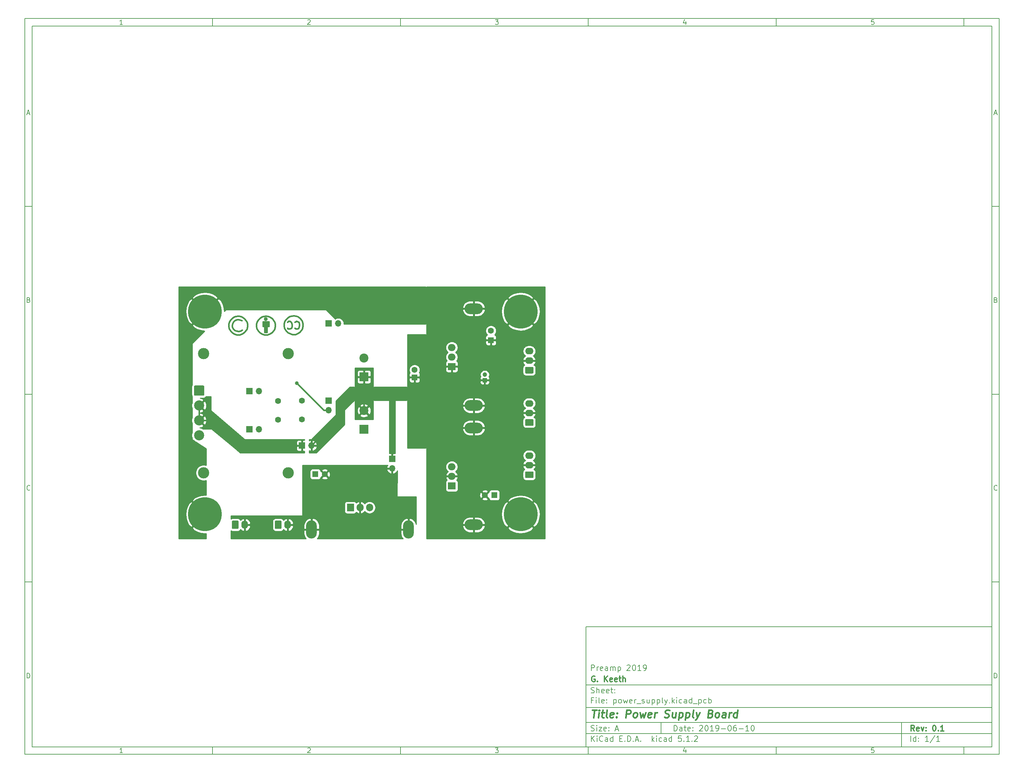
<source format=gbr>
G04 #@! TF.GenerationSoftware,KiCad,Pcbnew,5.1.2*
G04 #@! TF.CreationDate,2019-06-10T20:32:06-04:00*
G04 #@! TF.ProjectId,power_supply,706f7765-725f-4737-9570-706c792e6b69,0.1*
G04 #@! TF.SameCoordinates,Original*
G04 #@! TF.FileFunction,Copper,L2,Bot*
G04 #@! TF.FilePolarity,Positive*
%FSLAX46Y46*%
G04 Gerber Fmt 4.6, Leading zero omitted, Abs format (unit mm)*
G04 Created by KiCad (PCBNEW 5.1.2) date 2019-06-10 20:32:06*
%MOMM*%
%LPD*%
G04 APERTURE LIST*
%ADD10C,0.100000*%
%ADD11C,0.150000*%
%ADD12C,0.300000*%
%ADD13C,0.400000*%
%ADD14C,0.381000*%
%ADD15C,1.200000*%
%ADD16R,1.200000X1.200000*%
%ADD17C,3.000000*%
%ADD18O,1.700000X1.700000*%
%ADD19R,1.700000X1.700000*%
%ADD20O,1.740000X2.200000*%
%ADD21C,1.740000*%
%ADD22O,2.850000X4.850000*%
%ADD23O,4.850000X2.850000*%
%ADD24O,1.905000X2.000000*%
%ADD25R,1.905000X2.000000*%
%ADD26C,1.600000*%
%ADD27R,1.600000X1.600000*%
%ADD28C,2.700000*%
%ADD29C,9.000000*%
%ADD30O,2.000000X1.905000*%
%ADD31R,2.000000X1.905000*%
%ADD32O,2.200000X1.740000*%
%ADD33C,2.400000*%
%ADD34R,2.400000X2.400000*%
%ADD35C,1.000000*%
%ADD36C,0.406400*%
%ADD37C,0.254000*%
G04 APERTURE END LIST*
D10*
D11*
X159400000Y-171900000D02*
X159400000Y-203900000D01*
X267400000Y-203900000D01*
X267400000Y-171900000D01*
X159400000Y-171900000D01*
D10*
D11*
X10000000Y-10000000D02*
X10000000Y-205900000D01*
X269400000Y-205900000D01*
X269400000Y-10000000D01*
X10000000Y-10000000D01*
D10*
D11*
X12000000Y-12000000D02*
X12000000Y-203900000D01*
X267400000Y-203900000D01*
X267400000Y-12000000D01*
X12000000Y-12000000D01*
D10*
D11*
X60000000Y-12000000D02*
X60000000Y-10000000D01*
D10*
D11*
X110000000Y-12000000D02*
X110000000Y-10000000D01*
D10*
D11*
X160000000Y-12000000D02*
X160000000Y-10000000D01*
D10*
D11*
X210000000Y-12000000D02*
X210000000Y-10000000D01*
D10*
D11*
X260000000Y-12000000D02*
X260000000Y-10000000D01*
D10*
D11*
X36065476Y-11588095D02*
X35322619Y-11588095D01*
X35694047Y-11588095D02*
X35694047Y-10288095D01*
X35570238Y-10473809D01*
X35446428Y-10597619D01*
X35322619Y-10659523D01*
D10*
D11*
X85322619Y-10411904D02*
X85384523Y-10350000D01*
X85508333Y-10288095D01*
X85817857Y-10288095D01*
X85941666Y-10350000D01*
X86003571Y-10411904D01*
X86065476Y-10535714D01*
X86065476Y-10659523D01*
X86003571Y-10845238D01*
X85260714Y-11588095D01*
X86065476Y-11588095D01*
D10*
D11*
X135260714Y-10288095D02*
X136065476Y-10288095D01*
X135632142Y-10783333D01*
X135817857Y-10783333D01*
X135941666Y-10845238D01*
X136003571Y-10907142D01*
X136065476Y-11030952D01*
X136065476Y-11340476D01*
X136003571Y-11464285D01*
X135941666Y-11526190D01*
X135817857Y-11588095D01*
X135446428Y-11588095D01*
X135322619Y-11526190D01*
X135260714Y-11464285D01*
D10*
D11*
X185941666Y-10721428D02*
X185941666Y-11588095D01*
X185632142Y-10226190D02*
X185322619Y-11154761D01*
X186127380Y-11154761D01*
D10*
D11*
X236003571Y-10288095D02*
X235384523Y-10288095D01*
X235322619Y-10907142D01*
X235384523Y-10845238D01*
X235508333Y-10783333D01*
X235817857Y-10783333D01*
X235941666Y-10845238D01*
X236003571Y-10907142D01*
X236065476Y-11030952D01*
X236065476Y-11340476D01*
X236003571Y-11464285D01*
X235941666Y-11526190D01*
X235817857Y-11588095D01*
X235508333Y-11588095D01*
X235384523Y-11526190D01*
X235322619Y-11464285D01*
D10*
D11*
X60000000Y-203900000D02*
X60000000Y-205900000D01*
D10*
D11*
X110000000Y-203900000D02*
X110000000Y-205900000D01*
D10*
D11*
X160000000Y-203900000D02*
X160000000Y-205900000D01*
D10*
D11*
X210000000Y-203900000D02*
X210000000Y-205900000D01*
D10*
D11*
X260000000Y-203900000D02*
X260000000Y-205900000D01*
D10*
D11*
X36065476Y-205488095D02*
X35322619Y-205488095D01*
X35694047Y-205488095D02*
X35694047Y-204188095D01*
X35570238Y-204373809D01*
X35446428Y-204497619D01*
X35322619Y-204559523D01*
D10*
D11*
X85322619Y-204311904D02*
X85384523Y-204250000D01*
X85508333Y-204188095D01*
X85817857Y-204188095D01*
X85941666Y-204250000D01*
X86003571Y-204311904D01*
X86065476Y-204435714D01*
X86065476Y-204559523D01*
X86003571Y-204745238D01*
X85260714Y-205488095D01*
X86065476Y-205488095D01*
D10*
D11*
X135260714Y-204188095D02*
X136065476Y-204188095D01*
X135632142Y-204683333D01*
X135817857Y-204683333D01*
X135941666Y-204745238D01*
X136003571Y-204807142D01*
X136065476Y-204930952D01*
X136065476Y-205240476D01*
X136003571Y-205364285D01*
X135941666Y-205426190D01*
X135817857Y-205488095D01*
X135446428Y-205488095D01*
X135322619Y-205426190D01*
X135260714Y-205364285D01*
D10*
D11*
X185941666Y-204621428D02*
X185941666Y-205488095D01*
X185632142Y-204126190D02*
X185322619Y-205054761D01*
X186127380Y-205054761D01*
D10*
D11*
X236003571Y-204188095D02*
X235384523Y-204188095D01*
X235322619Y-204807142D01*
X235384523Y-204745238D01*
X235508333Y-204683333D01*
X235817857Y-204683333D01*
X235941666Y-204745238D01*
X236003571Y-204807142D01*
X236065476Y-204930952D01*
X236065476Y-205240476D01*
X236003571Y-205364285D01*
X235941666Y-205426190D01*
X235817857Y-205488095D01*
X235508333Y-205488095D01*
X235384523Y-205426190D01*
X235322619Y-205364285D01*
D10*
D11*
X10000000Y-60000000D02*
X12000000Y-60000000D01*
D10*
D11*
X10000000Y-110000000D02*
X12000000Y-110000000D01*
D10*
D11*
X10000000Y-160000000D02*
X12000000Y-160000000D01*
D10*
D11*
X10690476Y-35216666D02*
X11309523Y-35216666D01*
X10566666Y-35588095D02*
X11000000Y-34288095D01*
X11433333Y-35588095D01*
D10*
D11*
X11092857Y-84907142D02*
X11278571Y-84969047D01*
X11340476Y-85030952D01*
X11402380Y-85154761D01*
X11402380Y-85340476D01*
X11340476Y-85464285D01*
X11278571Y-85526190D01*
X11154761Y-85588095D01*
X10659523Y-85588095D01*
X10659523Y-84288095D01*
X11092857Y-84288095D01*
X11216666Y-84350000D01*
X11278571Y-84411904D01*
X11340476Y-84535714D01*
X11340476Y-84659523D01*
X11278571Y-84783333D01*
X11216666Y-84845238D01*
X11092857Y-84907142D01*
X10659523Y-84907142D01*
D10*
D11*
X11402380Y-135464285D02*
X11340476Y-135526190D01*
X11154761Y-135588095D01*
X11030952Y-135588095D01*
X10845238Y-135526190D01*
X10721428Y-135402380D01*
X10659523Y-135278571D01*
X10597619Y-135030952D01*
X10597619Y-134845238D01*
X10659523Y-134597619D01*
X10721428Y-134473809D01*
X10845238Y-134350000D01*
X11030952Y-134288095D01*
X11154761Y-134288095D01*
X11340476Y-134350000D01*
X11402380Y-134411904D01*
D10*
D11*
X10659523Y-185588095D02*
X10659523Y-184288095D01*
X10969047Y-184288095D01*
X11154761Y-184350000D01*
X11278571Y-184473809D01*
X11340476Y-184597619D01*
X11402380Y-184845238D01*
X11402380Y-185030952D01*
X11340476Y-185278571D01*
X11278571Y-185402380D01*
X11154761Y-185526190D01*
X10969047Y-185588095D01*
X10659523Y-185588095D01*
D10*
D11*
X269400000Y-60000000D02*
X267400000Y-60000000D01*
D10*
D11*
X269400000Y-110000000D02*
X267400000Y-110000000D01*
D10*
D11*
X269400000Y-160000000D02*
X267400000Y-160000000D01*
D10*
D11*
X268090476Y-35216666D02*
X268709523Y-35216666D01*
X267966666Y-35588095D02*
X268400000Y-34288095D01*
X268833333Y-35588095D01*
D10*
D11*
X268492857Y-84907142D02*
X268678571Y-84969047D01*
X268740476Y-85030952D01*
X268802380Y-85154761D01*
X268802380Y-85340476D01*
X268740476Y-85464285D01*
X268678571Y-85526190D01*
X268554761Y-85588095D01*
X268059523Y-85588095D01*
X268059523Y-84288095D01*
X268492857Y-84288095D01*
X268616666Y-84350000D01*
X268678571Y-84411904D01*
X268740476Y-84535714D01*
X268740476Y-84659523D01*
X268678571Y-84783333D01*
X268616666Y-84845238D01*
X268492857Y-84907142D01*
X268059523Y-84907142D01*
D10*
D11*
X268802380Y-135464285D02*
X268740476Y-135526190D01*
X268554761Y-135588095D01*
X268430952Y-135588095D01*
X268245238Y-135526190D01*
X268121428Y-135402380D01*
X268059523Y-135278571D01*
X267997619Y-135030952D01*
X267997619Y-134845238D01*
X268059523Y-134597619D01*
X268121428Y-134473809D01*
X268245238Y-134350000D01*
X268430952Y-134288095D01*
X268554761Y-134288095D01*
X268740476Y-134350000D01*
X268802380Y-134411904D01*
D10*
D11*
X268059523Y-185588095D02*
X268059523Y-184288095D01*
X268369047Y-184288095D01*
X268554761Y-184350000D01*
X268678571Y-184473809D01*
X268740476Y-184597619D01*
X268802380Y-184845238D01*
X268802380Y-185030952D01*
X268740476Y-185278571D01*
X268678571Y-185402380D01*
X268554761Y-185526190D01*
X268369047Y-185588095D01*
X268059523Y-185588095D01*
D10*
D11*
X182832142Y-199678571D02*
X182832142Y-198178571D01*
X183189285Y-198178571D01*
X183403571Y-198250000D01*
X183546428Y-198392857D01*
X183617857Y-198535714D01*
X183689285Y-198821428D01*
X183689285Y-199035714D01*
X183617857Y-199321428D01*
X183546428Y-199464285D01*
X183403571Y-199607142D01*
X183189285Y-199678571D01*
X182832142Y-199678571D01*
X184975000Y-199678571D02*
X184975000Y-198892857D01*
X184903571Y-198750000D01*
X184760714Y-198678571D01*
X184475000Y-198678571D01*
X184332142Y-198750000D01*
X184975000Y-199607142D02*
X184832142Y-199678571D01*
X184475000Y-199678571D01*
X184332142Y-199607142D01*
X184260714Y-199464285D01*
X184260714Y-199321428D01*
X184332142Y-199178571D01*
X184475000Y-199107142D01*
X184832142Y-199107142D01*
X184975000Y-199035714D01*
X185475000Y-198678571D02*
X186046428Y-198678571D01*
X185689285Y-198178571D02*
X185689285Y-199464285D01*
X185760714Y-199607142D01*
X185903571Y-199678571D01*
X186046428Y-199678571D01*
X187117857Y-199607142D02*
X186975000Y-199678571D01*
X186689285Y-199678571D01*
X186546428Y-199607142D01*
X186475000Y-199464285D01*
X186475000Y-198892857D01*
X186546428Y-198750000D01*
X186689285Y-198678571D01*
X186975000Y-198678571D01*
X187117857Y-198750000D01*
X187189285Y-198892857D01*
X187189285Y-199035714D01*
X186475000Y-199178571D01*
X187832142Y-199535714D02*
X187903571Y-199607142D01*
X187832142Y-199678571D01*
X187760714Y-199607142D01*
X187832142Y-199535714D01*
X187832142Y-199678571D01*
X187832142Y-198750000D02*
X187903571Y-198821428D01*
X187832142Y-198892857D01*
X187760714Y-198821428D01*
X187832142Y-198750000D01*
X187832142Y-198892857D01*
X189617857Y-198321428D02*
X189689285Y-198250000D01*
X189832142Y-198178571D01*
X190189285Y-198178571D01*
X190332142Y-198250000D01*
X190403571Y-198321428D01*
X190475000Y-198464285D01*
X190475000Y-198607142D01*
X190403571Y-198821428D01*
X189546428Y-199678571D01*
X190475000Y-199678571D01*
X191403571Y-198178571D02*
X191546428Y-198178571D01*
X191689285Y-198250000D01*
X191760714Y-198321428D01*
X191832142Y-198464285D01*
X191903571Y-198750000D01*
X191903571Y-199107142D01*
X191832142Y-199392857D01*
X191760714Y-199535714D01*
X191689285Y-199607142D01*
X191546428Y-199678571D01*
X191403571Y-199678571D01*
X191260714Y-199607142D01*
X191189285Y-199535714D01*
X191117857Y-199392857D01*
X191046428Y-199107142D01*
X191046428Y-198750000D01*
X191117857Y-198464285D01*
X191189285Y-198321428D01*
X191260714Y-198250000D01*
X191403571Y-198178571D01*
X193332142Y-199678571D02*
X192475000Y-199678571D01*
X192903571Y-199678571D02*
X192903571Y-198178571D01*
X192760714Y-198392857D01*
X192617857Y-198535714D01*
X192475000Y-198607142D01*
X194046428Y-199678571D02*
X194332142Y-199678571D01*
X194475000Y-199607142D01*
X194546428Y-199535714D01*
X194689285Y-199321428D01*
X194760714Y-199035714D01*
X194760714Y-198464285D01*
X194689285Y-198321428D01*
X194617857Y-198250000D01*
X194475000Y-198178571D01*
X194189285Y-198178571D01*
X194046428Y-198250000D01*
X193975000Y-198321428D01*
X193903571Y-198464285D01*
X193903571Y-198821428D01*
X193975000Y-198964285D01*
X194046428Y-199035714D01*
X194189285Y-199107142D01*
X194475000Y-199107142D01*
X194617857Y-199035714D01*
X194689285Y-198964285D01*
X194760714Y-198821428D01*
X195403571Y-199107142D02*
X196546428Y-199107142D01*
X197546428Y-198178571D02*
X197689285Y-198178571D01*
X197832142Y-198250000D01*
X197903571Y-198321428D01*
X197975000Y-198464285D01*
X198046428Y-198750000D01*
X198046428Y-199107142D01*
X197975000Y-199392857D01*
X197903571Y-199535714D01*
X197832142Y-199607142D01*
X197689285Y-199678571D01*
X197546428Y-199678571D01*
X197403571Y-199607142D01*
X197332142Y-199535714D01*
X197260714Y-199392857D01*
X197189285Y-199107142D01*
X197189285Y-198750000D01*
X197260714Y-198464285D01*
X197332142Y-198321428D01*
X197403571Y-198250000D01*
X197546428Y-198178571D01*
X199332142Y-198178571D02*
X199046428Y-198178571D01*
X198903571Y-198250000D01*
X198832142Y-198321428D01*
X198689285Y-198535714D01*
X198617857Y-198821428D01*
X198617857Y-199392857D01*
X198689285Y-199535714D01*
X198760714Y-199607142D01*
X198903571Y-199678571D01*
X199189285Y-199678571D01*
X199332142Y-199607142D01*
X199403571Y-199535714D01*
X199475000Y-199392857D01*
X199475000Y-199035714D01*
X199403571Y-198892857D01*
X199332142Y-198821428D01*
X199189285Y-198750000D01*
X198903571Y-198750000D01*
X198760714Y-198821428D01*
X198689285Y-198892857D01*
X198617857Y-199035714D01*
X200117857Y-199107142D02*
X201260714Y-199107142D01*
X202760714Y-199678571D02*
X201903571Y-199678571D01*
X202332142Y-199678571D02*
X202332142Y-198178571D01*
X202189285Y-198392857D01*
X202046428Y-198535714D01*
X201903571Y-198607142D01*
X203689285Y-198178571D02*
X203832142Y-198178571D01*
X203975000Y-198250000D01*
X204046428Y-198321428D01*
X204117857Y-198464285D01*
X204189285Y-198750000D01*
X204189285Y-199107142D01*
X204117857Y-199392857D01*
X204046428Y-199535714D01*
X203975000Y-199607142D01*
X203832142Y-199678571D01*
X203689285Y-199678571D01*
X203546428Y-199607142D01*
X203475000Y-199535714D01*
X203403571Y-199392857D01*
X203332142Y-199107142D01*
X203332142Y-198750000D01*
X203403571Y-198464285D01*
X203475000Y-198321428D01*
X203546428Y-198250000D01*
X203689285Y-198178571D01*
D10*
D11*
X159400000Y-200400000D02*
X267400000Y-200400000D01*
D10*
D11*
X160832142Y-202478571D02*
X160832142Y-200978571D01*
X161689285Y-202478571D02*
X161046428Y-201621428D01*
X161689285Y-200978571D02*
X160832142Y-201835714D01*
X162332142Y-202478571D02*
X162332142Y-201478571D01*
X162332142Y-200978571D02*
X162260714Y-201050000D01*
X162332142Y-201121428D01*
X162403571Y-201050000D01*
X162332142Y-200978571D01*
X162332142Y-201121428D01*
X163903571Y-202335714D02*
X163832142Y-202407142D01*
X163617857Y-202478571D01*
X163475000Y-202478571D01*
X163260714Y-202407142D01*
X163117857Y-202264285D01*
X163046428Y-202121428D01*
X162975000Y-201835714D01*
X162975000Y-201621428D01*
X163046428Y-201335714D01*
X163117857Y-201192857D01*
X163260714Y-201050000D01*
X163475000Y-200978571D01*
X163617857Y-200978571D01*
X163832142Y-201050000D01*
X163903571Y-201121428D01*
X165189285Y-202478571D02*
X165189285Y-201692857D01*
X165117857Y-201550000D01*
X164975000Y-201478571D01*
X164689285Y-201478571D01*
X164546428Y-201550000D01*
X165189285Y-202407142D02*
X165046428Y-202478571D01*
X164689285Y-202478571D01*
X164546428Y-202407142D01*
X164475000Y-202264285D01*
X164475000Y-202121428D01*
X164546428Y-201978571D01*
X164689285Y-201907142D01*
X165046428Y-201907142D01*
X165189285Y-201835714D01*
X166546428Y-202478571D02*
X166546428Y-200978571D01*
X166546428Y-202407142D02*
X166403571Y-202478571D01*
X166117857Y-202478571D01*
X165975000Y-202407142D01*
X165903571Y-202335714D01*
X165832142Y-202192857D01*
X165832142Y-201764285D01*
X165903571Y-201621428D01*
X165975000Y-201550000D01*
X166117857Y-201478571D01*
X166403571Y-201478571D01*
X166546428Y-201550000D01*
X168403571Y-201692857D02*
X168903571Y-201692857D01*
X169117857Y-202478571D02*
X168403571Y-202478571D01*
X168403571Y-200978571D01*
X169117857Y-200978571D01*
X169760714Y-202335714D02*
X169832142Y-202407142D01*
X169760714Y-202478571D01*
X169689285Y-202407142D01*
X169760714Y-202335714D01*
X169760714Y-202478571D01*
X170475000Y-202478571D02*
X170475000Y-200978571D01*
X170832142Y-200978571D01*
X171046428Y-201050000D01*
X171189285Y-201192857D01*
X171260714Y-201335714D01*
X171332142Y-201621428D01*
X171332142Y-201835714D01*
X171260714Y-202121428D01*
X171189285Y-202264285D01*
X171046428Y-202407142D01*
X170832142Y-202478571D01*
X170475000Y-202478571D01*
X171975000Y-202335714D02*
X172046428Y-202407142D01*
X171975000Y-202478571D01*
X171903571Y-202407142D01*
X171975000Y-202335714D01*
X171975000Y-202478571D01*
X172617857Y-202050000D02*
X173332142Y-202050000D01*
X172475000Y-202478571D02*
X172975000Y-200978571D01*
X173475000Y-202478571D01*
X173975000Y-202335714D02*
X174046428Y-202407142D01*
X173975000Y-202478571D01*
X173903571Y-202407142D01*
X173975000Y-202335714D01*
X173975000Y-202478571D01*
X176975000Y-202478571D02*
X176975000Y-200978571D01*
X177117857Y-201907142D02*
X177546428Y-202478571D01*
X177546428Y-201478571D02*
X176975000Y-202050000D01*
X178189285Y-202478571D02*
X178189285Y-201478571D01*
X178189285Y-200978571D02*
X178117857Y-201050000D01*
X178189285Y-201121428D01*
X178260714Y-201050000D01*
X178189285Y-200978571D01*
X178189285Y-201121428D01*
X179546428Y-202407142D02*
X179403571Y-202478571D01*
X179117857Y-202478571D01*
X178975000Y-202407142D01*
X178903571Y-202335714D01*
X178832142Y-202192857D01*
X178832142Y-201764285D01*
X178903571Y-201621428D01*
X178975000Y-201550000D01*
X179117857Y-201478571D01*
X179403571Y-201478571D01*
X179546428Y-201550000D01*
X180832142Y-202478571D02*
X180832142Y-201692857D01*
X180760714Y-201550000D01*
X180617857Y-201478571D01*
X180332142Y-201478571D01*
X180189285Y-201550000D01*
X180832142Y-202407142D02*
X180689285Y-202478571D01*
X180332142Y-202478571D01*
X180189285Y-202407142D01*
X180117857Y-202264285D01*
X180117857Y-202121428D01*
X180189285Y-201978571D01*
X180332142Y-201907142D01*
X180689285Y-201907142D01*
X180832142Y-201835714D01*
X182189285Y-202478571D02*
X182189285Y-200978571D01*
X182189285Y-202407142D02*
X182046428Y-202478571D01*
X181760714Y-202478571D01*
X181617857Y-202407142D01*
X181546428Y-202335714D01*
X181475000Y-202192857D01*
X181475000Y-201764285D01*
X181546428Y-201621428D01*
X181617857Y-201550000D01*
X181760714Y-201478571D01*
X182046428Y-201478571D01*
X182189285Y-201550000D01*
X184760714Y-200978571D02*
X184046428Y-200978571D01*
X183975000Y-201692857D01*
X184046428Y-201621428D01*
X184189285Y-201550000D01*
X184546428Y-201550000D01*
X184689285Y-201621428D01*
X184760714Y-201692857D01*
X184832142Y-201835714D01*
X184832142Y-202192857D01*
X184760714Y-202335714D01*
X184689285Y-202407142D01*
X184546428Y-202478571D01*
X184189285Y-202478571D01*
X184046428Y-202407142D01*
X183975000Y-202335714D01*
X185475000Y-202335714D02*
X185546428Y-202407142D01*
X185475000Y-202478571D01*
X185403571Y-202407142D01*
X185475000Y-202335714D01*
X185475000Y-202478571D01*
X186975000Y-202478571D02*
X186117857Y-202478571D01*
X186546428Y-202478571D02*
X186546428Y-200978571D01*
X186403571Y-201192857D01*
X186260714Y-201335714D01*
X186117857Y-201407142D01*
X187617857Y-202335714D02*
X187689285Y-202407142D01*
X187617857Y-202478571D01*
X187546428Y-202407142D01*
X187617857Y-202335714D01*
X187617857Y-202478571D01*
X188260714Y-201121428D02*
X188332142Y-201050000D01*
X188475000Y-200978571D01*
X188832142Y-200978571D01*
X188975000Y-201050000D01*
X189046428Y-201121428D01*
X189117857Y-201264285D01*
X189117857Y-201407142D01*
X189046428Y-201621428D01*
X188189285Y-202478571D01*
X189117857Y-202478571D01*
D10*
D11*
X159400000Y-197400000D02*
X267400000Y-197400000D01*
D10*
D12*
X246809285Y-199678571D02*
X246309285Y-198964285D01*
X245952142Y-199678571D02*
X245952142Y-198178571D01*
X246523571Y-198178571D01*
X246666428Y-198250000D01*
X246737857Y-198321428D01*
X246809285Y-198464285D01*
X246809285Y-198678571D01*
X246737857Y-198821428D01*
X246666428Y-198892857D01*
X246523571Y-198964285D01*
X245952142Y-198964285D01*
X248023571Y-199607142D02*
X247880714Y-199678571D01*
X247595000Y-199678571D01*
X247452142Y-199607142D01*
X247380714Y-199464285D01*
X247380714Y-198892857D01*
X247452142Y-198750000D01*
X247595000Y-198678571D01*
X247880714Y-198678571D01*
X248023571Y-198750000D01*
X248095000Y-198892857D01*
X248095000Y-199035714D01*
X247380714Y-199178571D01*
X248595000Y-198678571D02*
X248952142Y-199678571D01*
X249309285Y-198678571D01*
X249880714Y-199535714D02*
X249952142Y-199607142D01*
X249880714Y-199678571D01*
X249809285Y-199607142D01*
X249880714Y-199535714D01*
X249880714Y-199678571D01*
X249880714Y-198750000D02*
X249952142Y-198821428D01*
X249880714Y-198892857D01*
X249809285Y-198821428D01*
X249880714Y-198750000D01*
X249880714Y-198892857D01*
X252023571Y-198178571D02*
X252166428Y-198178571D01*
X252309285Y-198250000D01*
X252380714Y-198321428D01*
X252452142Y-198464285D01*
X252523571Y-198750000D01*
X252523571Y-199107142D01*
X252452142Y-199392857D01*
X252380714Y-199535714D01*
X252309285Y-199607142D01*
X252166428Y-199678571D01*
X252023571Y-199678571D01*
X251880714Y-199607142D01*
X251809285Y-199535714D01*
X251737857Y-199392857D01*
X251666428Y-199107142D01*
X251666428Y-198750000D01*
X251737857Y-198464285D01*
X251809285Y-198321428D01*
X251880714Y-198250000D01*
X252023571Y-198178571D01*
X253166428Y-199535714D02*
X253237857Y-199607142D01*
X253166428Y-199678571D01*
X253095000Y-199607142D01*
X253166428Y-199535714D01*
X253166428Y-199678571D01*
X254666428Y-199678571D02*
X253809285Y-199678571D01*
X254237857Y-199678571D02*
X254237857Y-198178571D01*
X254095000Y-198392857D01*
X253952142Y-198535714D01*
X253809285Y-198607142D01*
D10*
D11*
X160760714Y-199607142D02*
X160975000Y-199678571D01*
X161332142Y-199678571D01*
X161475000Y-199607142D01*
X161546428Y-199535714D01*
X161617857Y-199392857D01*
X161617857Y-199250000D01*
X161546428Y-199107142D01*
X161475000Y-199035714D01*
X161332142Y-198964285D01*
X161046428Y-198892857D01*
X160903571Y-198821428D01*
X160832142Y-198750000D01*
X160760714Y-198607142D01*
X160760714Y-198464285D01*
X160832142Y-198321428D01*
X160903571Y-198250000D01*
X161046428Y-198178571D01*
X161403571Y-198178571D01*
X161617857Y-198250000D01*
X162260714Y-199678571D02*
X162260714Y-198678571D01*
X162260714Y-198178571D02*
X162189285Y-198250000D01*
X162260714Y-198321428D01*
X162332142Y-198250000D01*
X162260714Y-198178571D01*
X162260714Y-198321428D01*
X162832142Y-198678571D02*
X163617857Y-198678571D01*
X162832142Y-199678571D01*
X163617857Y-199678571D01*
X164760714Y-199607142D02*
X164617857Y-199678571D01*
X164332142Y-199678571D01*
X164189285Y-199607142D01*
X164117857Y-199464285D01*
X164117857Y-198892857D01*
X164189285Y-198750000D01*
X164332142Y-198678571D01*
X164617857Y-198678571D01*
X164760714Y-198750000D01*
X164832142Y-198892857D01*
X164832142Y-199035714D01*
X164117857Y-199178571D01*
X165475000Y-199535714D02*
X165546428Y-199607142D01*
X165475000Y-199678571D01*
X165403571Y-199607142D01*
X165475000Y-199535714D01*
X165475000Y-199678571D01*
X165475000Y-198750000D02*
X165546428Y-198821428D01*
X165475000Y-198892857D01*
X165403571Y-198821428D01*
X165475000Y-198750000D01*
X165475000Y-198892857D01*
X167260714Y-199250000D02*
X167975000Y-199250000D01*
X167117857Y-199678571D02*
X167617857Y-198178571D01*
X168117857Y-199678571D01*
D10*
D11*
X245832142Y-202478571D02*
X245832142Y-200978571D01*
X247189285Y-202478571D02*
X247189285Y-200978571D01*
X247189285Y-202407142D02*
X247046428Y-202478571D01*
X246760714Y-202478571D01*
X246617857Y-202407142D01*
X246546428Y-202335714D01*
X246475000Y-202192857D01*
X246475000Y-201764285D01*
X246546428Y-201621428D01*
X246617857Y-201550000D01*
X246760714Y-201478571D01*
X247046428Y-201478571D01*
X247189285Y-201550000D01*
X247903571Y-202335714D02*
X247975000Y-202407142D01*
X247903571Y-202478571D01*
X247832142Y-202407142D01*
X247903571Y-202335714D01*
X247903571Y-202478571D01*
X247903571Y-201550000D02*
X247975000Y-201621428D01*
X247903571Y-201692857D01*
X247832142Y-201621428D01*
X247903571Y-201550000D01*
X247903571Y-201692857D01*
X250546428Y-202478571D02*
X249689285Y-202478571D01*
X250117857Y-202478571D02*
X250117857Y-200978571D01*
X249975000Y-201192857D01*
X249832142Y-201335714D01*
X249689285Y-201407142D01*
X252260714Y-200907142D02*
X250975000Y-202835714D01*
X253546428Y-202478571D02*
X252689285Y-202478571D01*
X253117857Y-202478571D02*
X253117857Y-200978571D01*
X252975000Y-201192857D01*
X252832142Y-201335714D01*
X252689285Y-201407142D01*
D10*
D11*
X159400000Y-193400000D02*
X267400000Y-193400000D01*
D10*
D13*
X161112380Y-194104761D02*
X162255238Y-194104761D01*
X161433809Y-196104761D02*
X161683809Y-194104761D01*
X162671904Y-196104761D02*
X162838571Y-194771428D01*
X162921904Y-194104761D02*
X162814761Y-194200000D01*
X162898095Y-194295238D01*
X163005238Y-194200000D01*
X162921904Y-194104761D01*
X162898095Y-194295238D01*
X163505238Y-194771428D02*
X164267142Y-194771428D01*
X163874285Y-194104761D02*
X163660000Y-195819047D01*
X163731428Y-196009523D01*
X163910000Y-196104761D01*
X164100476Y-196104761D01*
X165052857Y-196104761D02*
X164874285Y-196009523D01*
X164802857Y-195819047D01*
X165017142Y-194104761D01*
X166588571Y-196009523D02*
X166386190Y-196104761D01*
X166005238Y-196104761D01*
X165826666Y-196009523D01*
X165755238Y-195819047D01*
X165850476Y-195057142D01*
X165969523Y-194866666D01*
X166171904Y-194771428D01*
X166552857Y-194771428D01*
X166731428Y-194866666D01*
X166802857Y-195057142D01*
X166779047Y-195247619D01*
X165802857Y-195438095D01*
X167552857Y-195914285D02*
X167636190Y-196009523D01*
X167529047Y-196104761D01*
X167445714Y-196009523D01*
X167552857Y-195914285D01*
X167529047Y-196104761D01*
X167683809Y-194866666D02*
X167767142Y-194961904D01*
X167660000Y-195057142D01*
X167576666Y-194961904D01*
X167683809Y-194866666D01*
X167660000Y-195057142D01*
X170005238Y-196104761D02*
X170255238Y-194104761D01*
X171017142Y-194104761D01*
X171195714Y-194200000D01*
X171279047Y-194295238D01*
X171350476Y-194485714D01*
X171314761Y-194771428D01*
X171195714Y-194961904D01*
X171088571Y-195057142D01*
X170886190Y-195152380D01*
X170124285Y-195152380D01*
X172290952Y-196104761D02*
X172112380Y-196009523D01*
X172029047Y-195914285D01*
X171957619Y-195723809D01*
X172029047Y-195152380D01*
X172148095Y-194961904D01*
X172255238Y-194866666D01*
X172457619Y-194771428D01*
X172743333Y-194771428D01*
X172921904Y-194866666D01*
X173005238Y-194961904D01*
X173076666Y-195152380D01*
X173005238Y-195723809D01*
X172886190Y-195914285D01*
X172779047Y-196009523D01*
X172576666Y-196104761D01*
X172290952Y-196104761D01*
X173790952Y-194771428D02*
X174005238Y-196104761D01*
X174505238Y-195152380D01*
X174767142Y-196104761D01*
X175314761Y-194771428D01*
X176683809Y-196009523D02*
X176481428Y-196104761D01*
X176100476Y-196104761D01*
X175921904Y-196009523D01*
X175850476Y-195819047D01*
X175945714Y-195057142D01*
X176064761Y-194866666D01*
X176267142Y-194771428D01*
X176648095Y-194771428D01*
X176826666Y-194866666D01*
X176898095Y-195057142D01*
X176874285Y-195247619D01*
X175898095Y-195438095D01*
X177624285Y-196104761D02*
X177790952Y-194771428D01*
X177743333Y-195152380D02*
X177862380Y-194961904D01*
X177969523Y-194866666D01*
X178171904Y-194771428D01*
X178362380Y-194771428D01*
X180302857Y-196009523D02*
X180576666Y-196104761D01*
X181052857Y-196104761D01*
X181255238Y-196009523D01*
X181362380Y-195914285D01*
X181481428Y-195723809D01*
X181505238Y-195533333D01*
X181433809Y-195342857D01*
X181350476Y-195247619D01*
X181171904Y-195152380D01*
X180802857Y-195057142D01*
X180624285Y-194961904D01*
X180540952Y-194866666D01*
X180469523Y-194676190D01*
X180493333Y-194485714D01*
X180612380Y-194295238D01*
X180719523Y-194200000D01*
X180921904Y-194104761D01*
X181398095Y-194104761D01*
X181671904Y-194200000D01*
X183314761Y-194771428D02*
X183148095Y-196104761D01*
X182457619Y-194771428D02*
X182326666Y-195819047D01*
X182398095Y-196009523D01*
X182576666Y-196104761D01*
X182862380Y-196104761D01*
X183064761Y-196009523D01*
X183171904Y-195914285D01*
X184267142Y-194771428D02*
X184017142Y-196771428D01*
X184255238Y-194866666D02*
X184457619Y-194771428D01*
X184838571Y-194771428D01*
X185017142Y-194866666D01*
X185100476Y-194961904D01*
X185171904Y-195152380D01*
X185100476Y-195723809D01*
X184981428Y-195914285D01*
X184874285Y-196009523D01*
X184671904Y-196104761D01*
X184290952Y-196104761D01*
X184112380Y-196009523D01*
X186076666Y-194771428D02*
X185826666Y-196771428D01*
X186064761Y-194866666D02*
X186267142Y-194771428D01*
X186648095Y-194771428D01*
X186826666Y-194866666D01*
X186910000Y-194961904D01*
X186981428Y-195152380D01*
X186910000Y-195723809D01*
X186790952Y-195914285D01*
X186683809Y-196009523D01*
X186481428Y-196104761D01*
X186100476Y-196104761D01*
X185921904Y-196009523D01*
X188005238Y-196104761D02*
X187826666Y-196009523D01*
X187755238Y-195819047D01*
X187969523Y-194104761D01*
X188743333Y-194771428D02*
X189052857Y-196104761D01*
X189695714Y-194771428D02*
X189052857Y-196104761D01*
X188802857Y-196580952D01*
X188695714Y-196676190D01*
X188493333Y-196771428D01*
X192612380Y-195057142D02*
X192886190Y-195152380D01*
X192969523Y-195247619D01*
X193040952Y-195438095D01*
X193005238Y-195723809D01*
X192886190Y-195914285D01*
X192779047Y-196009523D01*
X192576666Y-196104761D01*
X191814761Y-196104761D01*
X192064761Y-194104761D01*
X192731428Y-194104761D01*
X192910000Y-194200000D01*
X192993333Y-194295238D01*
X193064761Y-194485714D01*
X193040952Y-194676190D01*
X192921904Y-194866666D01*
X192814761Y-194961904D01*
X192612380Y-195057142D01*
X191945714Y-195057142D01*
X194100476Y-196104761D02*
X193921904Y-196009523D01*
X193838571Y-195914285D01*
X193767142Y-195723809D01*
X193838571Y-195152380D01*
X193957619Y-194961904D01*
X194064761Y-194866666D01*
X194267142Y-194771428D01*
X194552857Y-194771428D01*
X194731428Y-194866666D01*
X194814761Y-194961904D01*
X194886190Y-195152380D01*
X194814761Y-195723809D01*
X194695714Y-195914285D01*
X194588571Y-196009523D01*
X194386190Y-196104761D01*
X194100476Y-196104761D01*
X196481428Y-196104761D02*
X196612380Y-195057142D01*
X196540952Y-194866666D01*
X196362380Y-194771428D01*
X195981428Y-194771428D01*
X195779047Y-194866666D01*
X196493333Y-196009523D02*
X196290952Y-196104761D01*
X195814761Y-196104761D01*
X195636190Y-196009523D01*
X195564761Y-195819047D01*
X195588571Y-195628571D01*
X195707619Y-195438095D01*
X195910000Y-195342857D01*
X196386190Y-195342857D01*
X196588571Y-195247619D01*
X197433809Y-196104761D02*
X197600476Y-194771428D01*
X197552857Y-195152380D02*
X197671904Y-194961904D01*
X197779047Y-194866666D01*
X197981428Y-194771428D01*
X198171904Y-194771428D01*
X199529047Y-196104761D02*
X199779047Y-194104761D01*
X199540952Y-196009523D02*
X199338571Y-196104761D01*
X198957619Y-196104761D01*
X198779047Y-196009523D01*
X198695714Y-195914285D01*
X198624285Y-195723809D01*
X198695714Y-195152380D01*
X198814761Y-194961904D01*
X198921904Y-194866666D01*
X199124285Y-194771428D01*
X199505238Y-194771428D01*
X199683809Y-194866666D01*
D10*
D11*
X161332142Y-191492857D02*
X160832142Y-191492857D01*
X160832142Y-192278571D02*
X160832142Y-190778571D01*
X161546428Y-190778571D01*
X162117857Y-192278571D02*
X162117857Y-191278571D01*
X162117857Y-190778571D02*
X162046428Y-190850000D01*
X162117857Y-190921428D01*
X162189285Y-190850000D01*
X162117857Y-190778571D01*
X162117857Y-190921428D01*
X163046428Y-192278571D02*
X162903571Y-192207142D01*
X162832142Y-192064285D01*
X162832142Y-190778571D01*
X164189285Y-192207142D02*
X164046428Y-192278571D01*
X163760714Y-192278571D01*
X163617857Y-192207142D01*
X163546428Y-192064285D01*
X163546428Y-191492857D01*
X163617857Y-191350000D01*
X163760714Y-191278571D01*
X164046428Y-191278571D01*
X164189285Y-191350000D01*
X164260714Y-191492857D01*
X164260714Y-191635714D01*
X163546428Y-191778571D01*
X164903571Y-192135714D02*
X164975000Y-192207142D01*
X164903571Y-192278571D01*
X164832142Y-192207142D01*
X164903571Y-192135714D01*
X164903571Y-192278571D01*
X164903571Y-191350000D02*
X164975000Y-191421428D01*
X164903571Y-191492857D01*
X164832142Y-191421428D01*
X164903571Y-191350000D01*
X164903571Y-191492857D01*
X166760714Y-191278571D02*
X166760714Y-192778571D01*
X166760714Y-191350000D02*
X166903571Y-191278571D01*
X167189285Y-191278571D01*
X167332142Y-191350000D01*
X167403571Y-191421428D01*
X167475000Y-191564285D01*
X167475000Y-191992857D01*
X167403571Y-192135714D01*
X167332142Y-192207142D01*
X167189285Y-192278571D01*
X166903571Y-192278571D01*
X166760714Y-192207142D01*
X168332142Y-192278571D02*
X168189285Y-192207142D01*
X168117857Y-192135714D01*
X168046428Y-191992857D01*
X168046428Y-191564285D01*
X168117857Y-191421428D01*
X168189285Y-191350000D01*
X168332142Y-191278571D01*
X168546428Y-191278571D01*
X168689285Y-191350000D01*
X168760714Y-191421428D01*
X168832142Y-191564285D01*
X168832142Y-191992857D01*
X168760714Y-192135714D01*
X168689285Y-192207142D01*
X168546428Y-192278571D01*
X168332142Y-192278571D01*
X169332142Y-191278571D02*
X169617857Y-192278571D01*
X169903571Y-191564285D01*
X170189285Y-192278571D01*
X170475000Y-191278571D01*
X171617857Y-192207142D02*
X171475000Y-192278571D01*
X171189285Y-192278571D01*
X171046428Y-192207142D01*
X170975000Y-192064285D01*
X170975000Y-191492857D01*
X171046428Y-191350000D01*
X171189285Y-191278571D01*
X171475000Y-191278571D01*
X171617857Y-191350000D01*
X171689285Y-191492857D01*
X171689285Y-191635714D01*
X170975000Y-191778571D01*
X172332142Y-192278571D02*
X172332142Y-191278571D01*
X172332142Y-191564285D02*
X172403571Y-191421428D01*
X172475000Y-191350000D01*
X172617857Y-191278571D01*
X172760714Y-191278571D01*
X172903571Y-192421428D02*
X174046428Y-192421428D01*
X174332142Y-192207142D02*
X174475000Y-192278571D01*
X174760714Y-192278571D01*
X174903571Y-192207142D01*
X174975000Y-192064285D01*
X174975000Y-191992857D01*
X174903571Y-191850000D01*
X174760714Y-191778571D01*
X174546428Y-191778571D01*
X174403571Y-191707142D01*
X174332142Y-191564285D01*
X174332142Y-191492857D01*
X174403571Y-191350000D01*
X174546428Y-191278571D01*
X174760714Y-191278571D01*
X174903571Y-191350000D01*
X176260714Y-191278571D02*
X176260714Y-192278571D01*
X175617857Y-191278571D02*
X175617857Y-192064285D01*
X175689285Y-192207142D01*
X175832142Y-192278571D01*
X176046428Y-192278571D01*
X176189285Y-192207142D01*
X176260714Y-192135714D01*
X176975000Y-191278571D02*
X176975000Y-192778571D01*
X176975000Y-191350000D02*
X177117857Y-191278571D01*
X177403571Y-191278571D01*
X177546428Y-191350000D01*
X177617857Y-191421428D01*
X177689285Y-191564285D01*
X177689285Y-191992857D01*
X177617857Y-192135714D01*
X177546428Y-192207142D01*
X177403571Y-192278571D01*
X177117857Y-192278571D01*
X176975000Y-192207142D01*
X178332142Y-191278571D02*
X178332142Y-192778571D01*
X178332142Y-191350000D02*
X178475000Y-191278571D01*
X178760714Y-191278571D01*
X178903571Y-191350000D01*
X178975000Y-191421428D01*
X179046428Y-191564285D01*
X179046428Y-191992857D01*
X178975000Y-192135714D01*
X178903571Y-192207142D01*
X178760714Y-192278571D01*
X178475000Y-192278571D01*
X178332142Y-192207142D01*
X179903571Y-192278571D02*
X179760714Y-192207142D01*
X179689285Y-192064285D01*
X179689285Y-190778571D01*
X180332142Y-191278571D02*
X180689285Y-192278571D01*
X181046428Y-191278571D02*
X180689285Y-192278571D01*
X180546428Y-192635714D01*
X180475000Y-192707142D01*
X180332142Y-192778571D01*
X181617857Y-192135714D02*
X181689285Y-192207142D01*
X181617857Y-192278571D01*
X181546428Y-192207142D01*
X181617857Y-192135714D01*
X181617857Y-192278571D01*
X182332142Y-192278571D02*
X182332142Y-190778571D01*
X182475000Y-191707142D02*
X182903571Y-192278571D01*
X182903571Y-191278571D02*
X182332142Y-191850000D01*
X183546428Y-192278571D02*
X183546428Y-191278571D01*
X183546428Y-190778571D02*
X183475000Y-190850000D01*
X183546428Y-190921428D01*
X183617857Y-190850000D01*
X183546428Y-190778571D01*
X183546428Y-190921428D01*
X184903571Y-192207142D02*
X184760714Y-192278571D01*
X184475000Y-192278571D01*
X184332142Y-192207142D01*
X184260714Y-192135714D01*
X184189285Y-191992857D01*
X184189285Y-191564285D01*
X184260714Y-191421428D01*
X184332142Y-191350000D01*
X184475000Y-191278571D01*
X184760714Y-191278571D01*
X184903571Y-191350000D01*
X186189285Y-192278571D02*
X186189285Y-191492857D01*
X186117857Y-191350000D01*
X185975000Y-191278571D01*
X185689285Y-191278571D01*
X185546428Y-191350000D01*
X186189285Y-192207142D02*
X186046428Y-192278571D01*
X185689285Y-192278571D01*
X185546428Y-192207142D01*
X185475000Y-192064285D01*
X185475000Y-191921428D01*
X185546428Y-191778571D01*
X185689285Y-191707142D01*
X186046428Y-191707142D01*
X186189285Y-191635714D01*
X187546428Y-192278571D02*
X187546428Y-190778571D01*
X187546428Y-192207142D02*
X187403571Y-192278571D01*
X187117857Y-192278571D01*
X186975000Y-192207142D01*
X186903571Y-192135714D01*
X186832142Y-191992857D01*
X186832142Y-191564285D01*
X186903571Y-191421428D01*
X186975000Y-191350000D01*
X187117857Y-191278571D01*
X187403571Y-191278571D01*
X187546428Y-191350000D01*
X187903571Y-192421428D02*
X189046428Y-192421428D01*
X189403571Y-191278571D02*
X189403571Y-192778571D01*
X189403571Y-191350000D02*
X189546428Y-191278571D01*
X189832142Y-191278571D01*
X189975000Y-191350000D01*
X190046428Y-191421428D01*
X190117857Y-191564285D01*
X190117857Y-191992857D01*
X190046428Y-192135714D01*
X189975000Y-192207142D01*
X189832142Y-192278571D01*
X189546428Y-192278571D01*
X189403571Y-192207142D01*
X191403571Y-192207142D02*
X191260714Y-192278571D01*
X190975000Y-192278571D01*
X190832142Y-192207142D01*
X190760714Y-192135714D01*
X190689285Y-191992857D01*
X190689285Y-191564285D01*
X190760714Y-191421428D01*
X190832142Y-191350000D01*
X190975000Y-191278571D01*
X191260714Y-191278571D01*
X191403571Y-191350000D01*
X192046428Y-192278571D02*
X192046428Y-190778571D01*
X192046428Y-191350000D02*
X192189285Y-191278571D01*
X192475000Y-191278571D01*
X192617857Y-191350000D01*
X192689285Y-191421428D01*
X192760714Y-191564285D01*
X192760714Y-191992857D01*
X192689285Y-192135714D01*
X192617857Y-192207142D01*
X192475000Y-192278571D01*
X192189285Y-192278571D01*
X192046428Y-192207142D01*
D10*
D11*
X159400000Y-187400000D02*
X267400000Y-187400000D01*
D10*
D11*
X160760714Y-189507142D02*
X160975000Y-189578571D01*
X161332142Y-189578571D01*
X161475000Y-189507142D01*
X161546428Y-189435714D01*
X161617857Y-189292857D01*
X161617857Y-189150000D01*
X161546428Y-189007142D01*
X161475000Y-188935714D01*
X161332142Y-188864285D01*
X161046428Y-188792857D01*
X160903571Y-188721428D01*
X160832142Y-188650000D01*
X160760714Y-188507142D01*
X160760714Y-188364285D01*
X160832142Y-188221428D01*
X160903571Y-188150000D01*
X161046428Y-188078571D01*
X161403571Y-188078571D01*
X161617857Y-188150000D01*
X162260714Y-189578571D02*
X162260714Y-188078571D01*
X162903571Y-189578571D02*
X162903571Y-188792857D01*
X162832142Y-188650000D01*
X162689285Y-188578571D01*
X162475000Y-188578571D01*
X162332142Y-188650000D01*
X162260714Y-188721428D01*
X164189285Y-189507142D02*
X164046428Y-189578571D01*
X163760714Y-189578571D01*
X163617857Y-189507142D01*
X163546428Y-189364285D01*
X163546428Y-188792857D01*
X163617857Y-188650000D01*
X163760714Y-188578571D01*
X164046428Y-188578571D01*
X164189285Y-188650000D01*
X164260714Y-188792857D01*
X164260714Y-188935714D01*
X163546428Y-189078571D01*
X165475000Y-189507142D02*
X165332142Y-189578571D01*
X165046428Y-189578571D01*
X164903571Y-189507142D01*
X164832142Y-189364285D01*
X164832142Y-188792857D01*
X164903571Y-188650000D01*
X165046428Y-188578571D01*
X165332142Y-188578571D01*
X165475000Y-188650000D01*
X165546428Y-188792857D01*
X165546428Y-188935714D01*
X164832142Y-189078571D01*
X165975000Y-188578571D02*
X166546428Y-188578571D01*
X166189285Y-188078571D02*
X166189285Y-189364285D01*
X166260714Y-189507142D01*
X166403571Y-189578571D01*
X166546428Y-189578571D01*
X167046428Y-189435714D02*
X167117857Y-189507142D01*
X167046428Y-189578571D01*
X166975000Y-189507142D01*
X167046428Y-189435714D01*
X167046428Y-189578571D01*
X167046428Y-188650000D02*
X167117857Y-188721428D01*
X167046428Y-188792857D01*
X166975000Y-188721428D01*
X167046428Y-188650000D01*
X167046428Y-188792857D01*
D10*
D12*
X161737857Y-185150000D02*
X161595000Y-185078571D01*
X161380714Y-185078571D01*
X161166428Y-185150000D01*
X161023571Y-185292857D01*
X160952142Y-185435714D01*
X160880714Y-185721428D01*
X160880714Y-185935714D01*
X160952142Y-186221428D01*
X161023571Y-186364285D01*
X161166428Y-186507142D01*
X161380714Y-186578571D01*
X161523571Y-186578571D01*
X161737857Y-186507142D01*
X161809285Y-186435714D01*
X161809285Y-185935714D01*
X161523571Y-185935714D01*
X162452142Y-186435714D02*
X162523571Y-186507142D01*
X162452142Y-186578571D01*
X162380714Y-186507142D01*
X162452142Y-186435714D01*
X162452142Y-186578571D01*
X164309285Y-186578571D02*
X164309285Y-185078571D01*
X165166428Y-186578571D02*
X164523571Y-185721428D01*
X165166428Y-185078571D02*
X164309285Y-185935714D01*
X166380714Y-186507142D02*
X166237857Y-186578571D01*
X165952142Y-186578571D01*
X165809285Y-186507142D01*
X165737857Y-186364285D01*
X165737857Y-185792857D01*
X165809285Y-185650000D01*
X165952142Y-185578571D01*
X166237857Y-185578571D01*
X166380714Y-185650000D01*
X166452142Y-185792857D01*
X166452142Y-185935714D01*
X165737857Y-186078571D01*
X167666428Y-186507142D02*
X167523571Y-186578571D01*
X167237857Y-186578571D01*
X167095000Y-186507142D01*
X167023571Y-186364285D01*
X167023571Y-185792857D01*
X167095000Y-185650000D01*
X167237857Y-185578571D01*
X167523571Y-185578571D01*
X167666428Y-185650000D01*
X167737857Y-185792857D01*
X167737857Y-185935714D01*
X167023571Y-186078571D01*
X168166428Y-185578571D02*
X168737857Y-185578571D01*
X168380714Y-185078571D02*
X168380714Y-186364285D01*
X168452142Y-186507142D01*
X168595000Y-186578571D01*
X168737857Y-186578571D01*
X169237857Y-186578571D02*
X169237857Y-185078571D01*
X169880714Y-186578571D02*
X169880714Y-185792857D01*
X169809285Y-185650000D01*
X169666428Y-185578571D01*
X169452142Y-185578571D01*
X169309285Y-185650000D01*
X169237857Y-185721428D01*
D10*
D11*
X160832142Y-183578571D02*
X160832142Y-182078571D01*
X161403571Y-182078571D01*
X161546428Y-182150000D01*
X161617857Y-182221428D01*
X161689285Y-182364285D01*
X161689285Y-182578571D01*
X161617857Y-182721428D01*
X161546428Y-182792857D01*
X161403571Y-182864285D01*
X160832142Y-182864285D01*
X162332142Y-183578571D02*
X162332142Y-182578571D01*
X162332142Y-182864285D02*
X162403571Y-182721428D01*
X162475000Y-182650000D01*
X162617857Y-182578571D01*
X162760714Y-182578571D01*
X163832142Y-183507142D02*
X163689285Y-183578571D01*
X163403571Y-183578571D01*
X163260714Y-183507142D01*
X163189285Y-183364285D01*
X163189285Y-182792857D01*
X163260714Y-182650000D01*
X163403571Y-182578571D01*
X163689285Y-182578571D01*
X163832142Y-182650000D01*
X163903571Y-182792857D01*
X163903571Y-182935714D01*
X163189285Y-183078571D01*
X165189285Y-183578571D02*
X165189285Y-182792857D01*
X165117857Y-182650000D01*
X164975000Y-182578571D01*
X164689285Y-182578571D01*
X164546428Y-182650000D01*
X165189285Y-183507142D02*
X165046428Y-183578571D01*
X164689285Y-183578571D01*
X164546428Y-183507142D01*
X164475000Y-183364285D01*
X164475000Y-183221428D01*
X164546428Y-183078571D01*
X164689285Y-183007142D01*
X165046428Y-183007142D01*
X165189285Y-182935714D01*
X165903571Y-183578571D02*
X165903571Y-182578571D01*
X165903571Y-182721428D02*
X165975000Y-182650000D01*
X166117857Y-182578571D01*
X166332142Y-182578571D01*
X166475000Y-182650000D01*
X166546428Y-182792857D01*
X166546428Y-183578571D01*
X166546428Y-182792857D02*
X166617857Y-182650000D01*
X166760714Y-182578571D01*
X166975000Y-182578571D01*
X167117857Y-182650000D01*
X167189285Y-182792857D01*
X167189285Y-183578571D01*
X167903571Y-182578571D02*
X167903571Y-184078571D01*
X167903571Y-182650000D02*
X168046428Y-182578571D01*
X168332142Y-182578571D01*
X168475000Y-182650000D01*
X168546428Y-182721428D01*
X168617857Y-182864285D01*
X168617857Y-183292857D01*
X168546428Y-183435714D01*
X168475000Y-183507142D01*
X168332142Y-183578571D01*
X168046428Y-183578571D01*
X167903571Y-183507142D01*
X170332142Y-182221428D02*
X170403571Y-182150000D01*
X170546428Y-182078571D01*
X170903571Y-182078571D01*
X171046428Y-182150000D01*
X171117857Y-182221428D01*
X171189285Y-182364285D01*
X171189285Y-182507142D01*
X171117857Y-182721428D01*
X170260714Y-183578571D01*
X171189285Y-183578571D01*
X172117857Y-182078571D02*
X172260714Y-182078571D01*
X172403571Y-182150000D01*
X172475000Y-182221428D01*
X172546428Y-182364285D01*
X172617857Y-182650000D01*
X172617857Y-183007142D01*
X172546428Y-183292857D01*
X172475000Y-183435714D01*
X172403571Y-183507142D01*
X172260714Y-183578571D01*
X172117857Y-183578571D01*
X171975000Y-183507142D01*
X171903571Y-183435714D01*
X171832142Y-183292857D01*
X171760714Y-183007142D01*
X171760714Y-182650000D01*
X171832142Y-182364285D01*
X171903571Y-182221428D01*
X171975000Y-182150000D01*
X172117857Y-182078571D01*
X174046428Y-183578571D02*
X173189285Y-183578571D01*
X173617857Y-183578571D02*
X173617857Y-182078571D01*
X173475000Y-182292857D01*
X173332142Y-182435714D01*
X173189285Y-182507142D01*
X174760714Y-183578571D02*
X175046428Y-183578571D01*
X175189285Y-183507142D01*
X175260714Y-183435714D01*
X175403571Y-183221428D01*
X175475000Y-182935714D01*
X175475000Y-182364285D01*
X175403571Y-182221428D01*
X175332142Y-182150000D01*
X175189285Y-182078571D01*
X174903571Y-182078571D01*
X174760714Y-182150000D01*
X174689285Y-182221428D01*
X174617857Y-182364285D01*
X174617857Y-182721428D01*
X174689285Y-182864285D01*
X174760714Y-182935714D01*
X174903571Y-183007142D01*
X175189285Y-183007142D01*
X175332142Y-182935714D01*
X175403571Y-182864285D01*
X175475000Y-182721428D01*
D10*
D11*
X179400000Y-197400000D02*
X179400000Y-200400000D01*
D10*
D11*
X243400000Y-197400000D02*
X243400000Y-203900000D01*
D14*
X80949560Y-89206700D02*
X81549000Y-89107640D01*
X80548240Y-89305760D02*
X80949560Y-89206700D01*
X80047860Y-89608020D02*
X80548240Y-89305760D01*
X79550020Y-90105860D02*
X80047860Y-89608020D01*
X79247760Y-90606240D02*
X79550020Y-90105860D01*
X79049640Y-91208220D02*
X79247760Y-90606240D01*
X79049640Y-91807660D02*
X79049640Y-91208220D01*
X79148700Y-92407100D02*
X79049640Y-91807660D01*
X79550020Y-93108140D02*
X79148700Y-92407100D01*
X80047860Y-93605980D02*
X79550020Y-93108140D01*
X80649840Y-93908240D02*
X80047860Y-93605980D01*
X81249280Y-94106360D02*
X80649840Y-93908240D01*
X82049380Y-94106360D02*
X81249280Y-94106360D01*
X82747880Y-93806640D02*
X82049380Y-94106360D01*
X83248260Y-93407860D02*
X82747880Y-93806640D01*
X83850240Y-92706820D02*
X83248260Y-93407860D01*
X84048360Y-91906720D02*
X83850240Y-92706820D01*
X84048360Y-91307280D02*
X84048360Y-91906720D01*
X83949300Y-90806900D02*
X84048360Y-91307280D01*
X83748640Y-90408120D02*
X83949300Y-90806900D01*
X83248260Y-89806140D02*
X83748640Y-90408120D01*
X82747880Y-89407360D02*
X83248260Y-89806140D01*
X82250040Y-89206700D02*
X82747880Y-89407360D01*
X81648060Y-89107640D02*
X82250040Y-89206700D01*
X81549000Y-89107640D02*
X81648060Y-89107640D01*
X82148440Y-92607760D02*
X81947780Y-92407100D01*
X82549760Y-92607760D02*
X82148440Y-92607760D01*
X82849480Y-92506160D02*
X82549760Y-92607760D01*
X83050140Y-92206440D02*
X82849480Y-92506160D01*
X83149200Y-91706060D02*
X83050140Y-92206440D01*
X83149200Y-91307280D02*
X83149200Y-91706060D01*
X83050140Y-90905960D02*
X83149200Y-91307280D01*
X82747880Y-90707840D02*
X83050140Y-90905960D01*
X82349100Y-90606240D02*
X82747880Y-90707840D01*
X82049380Y-90707840D02*
X82349100Y-90606240D01*
X81947780Y-90806900D02*
X82049380Y-90707840D01*
X80047860Y-92607760D02*
X79948800Y-92407100D01*
X80350120Y-92607760D02*
X80047860Y-92607760D01*
X80548240Y-92607760D02*
X80350120Y-92607760D01*
X80949560Y-92407100D02*
X80548240Y-92607760D01*
X81150220Y-92005780D02*
X80949560Y-92407100D01*
X81150220Y-91607000D02*
X81150220Y-92005780D01*
X81048620Y-91106620D02*
X81150220Y-91607000D01*
X80847960Y-90707840D02*
X81048620Y-91106620D01*
X80548240Y-90606240D02*
X80847960Y-90707840D01*
X80248520Y-90606240D02*
X80548240Y-90606240D01*
X80047860Y-90707840D02*
X80248520Y-90606240D01*
X79948800Y-90806900D02*
X80047860Y-90707840D01*
X66202560Y-89306700D02*
X66802000Y-89207640D01*
X65801240Y-89405760D02*
X66202560Y-89306700D01*
X65300860Y-89708020D02*
X65801240Y-89405760D01*
X64803020Y-90205860D02*
X65300860Y-89708020D01*
X64500760Y-90706240D02*
X64803020Y-90205860D01*
X64302640Y-91308220D02*
X64500760Y-90706240D01*
X64302640Y-91907660D02*
X64302640Y-91308220D01*
X64401700Y-92507100D02*
X64302640Y-91907660D01*
X64803020Y-93208140D02*
X64401700Y-92507100D01*
X65300860Y-93705980D02*
X64803020Y-93208140D01*
X65902840Y-94008240D02*
X65300860Y-93705980D01*
X66502280Y-94206360D02*
X65902840Y-94008240D01*
X67302380Y-94206360D02*
X66502280Y-94206360D01*
X68000880Y-93906640D02*
X67302380Y-94206360D01*
X68501260Y-93507860D02*
X68000880Y-93906640D01*
X69103240Y-92806820D02*
X68501260Y-93507860D01*
X69301360Y-92006720D02*
X69103240Y-92806820D01*
X69301360Y-91407280D02*
X69301360Y-92006720D01*
X69202300Y-90906900D02*
X69301360Y-91407280D01*
X69001640Y-90508120D02*
X69202300Y-90906900D01*
X68501260Y-89906140D02*
X69001640Y-90508120D01*
X68000880Y-89507360D02*
X68501260Y-89906140D01*
X67503040Y-89306700D02*
X68000880Y-89507360D01*
X66901060Y-89207640D02*
X67503040Y-89306700D01*
X66802000Y-89207640D02*
X66901060Y-89207640D01*
X67302380Y-90205860D02*
X67802760Y-90406520D01*
X66901060Y-90106800D02*
X67302380Y-90205860D01*
X66502280Y-90106800D02*
X66901060Y-90106800D01*
X65902840Y-90406520D02*
X66502280Y-90106800D01*
X65603120Y-90706240D02*
X65902840Y-90406520D01*
X65300860Y-91206620D02*
X65603120Y-90706240D01*
X65201800Y-91707000D02*
X65300860Y-91206620D01*
X65201800Y-92105780D02*
X65201800Y-91707000D01*
X65501520Y-92606160D02*
X65201800Y-92105780D01*
X65902840Y-93007480D02*
X65501520Y-92606160D01*
X66403220Y-93208140D02*
X65902840Y-93007480D01*
X66901060Y-93307200D02*
X66403220Y-93208140D01*
X67401440Y-93208140D02*
X66901060Y-93307200D01*
X67901820Y-92905880D02*
X67401440Y-93208140D01*
X73576060Y-89306700D02*
X74175500Y-89207640D01*
X73174740Y-89405760D02*
X73576060Y-89306700D01*
X72674360Y-89708020D02*
X73174740Y-89405760D01*
X72176520Y-90205860D02*
X72674360Y-89708020D01*
X71874260Y-90706240D02*
X72176520Y-90205860D01*
X71676140Y-91308220D02*
X71874260Y-90706240D01*
X71676140Y-91907660D02*
X71676140Y-91308220D01*
X71775200Y-92507100D02*
X71676140Y-91907660D01*
X72176520Y-93208140D02*
X71775200Y-92507100D01*
X72674360Y-93705980D02*
X72176520Y-93208140D01*
X73276340Y-94008240D02*
X72674360Y-93705980D01*
X73875780Y-94206360D02*
X73276340Y-94008240D01*
X74675880Y-94206360D02*
X73875780Y-94206360D01*
X75374380Y-93906640D02*
X74675880Y-94206360D01*
X75874760Y-93507860D02*
X75374380Y-93906640D01*
X76476740Y-92806820D02*
X75874760Y-93507860D01*
X76674860Y-92006720D02*
X76476740Y-92806820D01*
X76674860Y-91407280D02*
X76674860Y-92006720D01*
X76575800Y-90906900D02*
X76674860Y-91407280D01*
X76375140Y-90508120D02*
X76575800Y-90906900D01*
X75874760Y-89906140D02*
X76375140Y-90508120D01*
X75374380Y-89507360D02*
X75874760Y-89906140D01*
X74876540Y-89306700D02*
X75374380Y-89507360D01*
X74274560Y-89207640D02*
X74876540Y-89306700D01*
X74175500Y-89207640D02*
X74274560Y-89207640D01*
X74491166Y-90007740D02*
G75*
G03X74491166Y-90007740I-315666J0D01*
G01*
X74975600Y-91907660D02*
X74975600Y-90706240D01*
X73474460Y-91907660D02*
X74975600Y-91907660D01*
X73474460Y-90706240D02*
X73474460Y-91907660D01*
X74975600Y-90706240D02*
X73474460Y-90706240D01*
X74475220Y-93507860D02*
X73974840Y-93507860D01*
X74475220Y-92006720D02*
X74475220Y-93507860D01*
X73875780Y-93507860D02*
X73875780Y-91907660D01*
X74076440Y-93507860D02*
X73875780Y-93507860D01*
X74175500Y-92006720D02*
X74175500Y-93307200D01*
X74975600Y-91607940D02*
X73675120Y-91607940D01*
X73675120Y-91308220D02*
X74876540Y-91308220D01*
X74876540Y-91005960D02*
X73576060Y-91005960D01*
X74175500Y-89807080D02*
X74175500Y-90205860D01*
D15*
X132461000Y-104799000D03*
D16*
X132461000Y-106299000D03*
D17*
X57620000Y-130950000D03*
X80120000Y-130950000D03*
D18*
X107823000Y-129794000D03*
D19*
X107823000Y-127254000D03*
D20*
X80010000Y-144780000D03*
D10*
G36*
X78114505Y-143681204D02*
G01*
X78138773Y-143684804D01*
X78162572Y-143690765D01*
X78185671Y-143699030D01*
X78207850Y-143709520D01*
X78228893Y-143722132D01*
X78248599Y-143736747D01*
X78266777Y-143753223D01*
X78283253Y-143771401D01*
X78297868Y-143791107D01*
X78310480Y-143812150D01*
X78320970Y-143834329D01*
X78329235Y-143857428D01*
X78335196Y-143881227D01*
X78338796Y-143905495D01*
X78340000Y-143929999D01*
X78340000Y-145630001D01*
X78338796Y-145654505D01*
X78335196Y-145678773D01*
X78329235Y-145702572D01*
X78320970Y-145725671D01*
X78310480Y-145747850D01*
X78297868Y-145768893D01*
X78283253Y-145788599D01*
X78266777Y-145806777D01*
X78248599Y-145823253D01*
X78228893Y-145837868D01*
X78207850Y-145850480D01*
X78185671Y-145860970D01*
X78162572Y-145869235D01*
X78138773Y-145875196D01*
X78114505Y-145878796D01*
X78090001Y-145880000D01*
X76849999Y-145880000D01*
X76825495Y-145878796D01*
X76801227Y-145875196D01*
X76777428Y-145869235D01*
X76754329Y-145860970D01*
X76732150Y-145850480D01*
X76711107Y-145837868D01*
X76691401Y-145823253D01*
X76673223Y-145806777D01*
X76656747Y-145788599D01*
X76642132Y-145768893D01*
X76629520Y-145747850D01*
X76619030Y-145725671D01*
X76610765Y-145702572D01*
X76604804Y-145678773D01*
X76601204Y-145654505D01*
X76600000Y-145630001D01*
X76600000Y-143929999D01*
X76601204Y-143905495D01*
X76604804Y-143881227D01*
X76610765Y-143857428D01*
X76619030Y-143834329D01*
X76629520Y-143812150D01*
X76642132Y-143791107D01*
X76656747Y-143771401D01*
X76673223Y-143753223D01*
X76691401Y-143736747D01*
X76711107Y-143722132D01*
X76732150Y-143709520D01*
X76754329Y-143699030D01*
X76777428Y-143690765D01*
X76801227Y-143684804D01*
X76825495Y-143681204D01*
X76849999Y-143680000D01*
X78090001Y-143680000D01*
X78114505Y-143681204D01*
X78114505Y-143681204D01*
G37*
D21*
X77470000Y-144780000D03*
D20*
X68580000Y-144780000D03*
D10*
G36*
X66684505Y-143681204D02*
G01*
X66708773Y-143684804D01*
X66732572Y-143690765D01*
X66755671Y-143699030D01*
X66777850Y-143709520D01*
X66798893Y-143722132D01*
X66818599Y-143736747D01*
X66836777Y-143753223D01*
X66853253Y-143771401D01*
X66867868Y-143791107D01*
X66880480Y-143812150D01*
X66890970Y-143834329D01*
X66899235Y-143857428D01*
X66905196Y-143881227D01*
X66908796Y-143905495D01*
X66910000Y-143929999D01*
X66910000Y-145630001D01*
X66908796Y-145654505D01*
X66905196Y-145678773D01*
X66899235Y-145702572D01*
X66890970Y-145725671D01*
X66880480Y-145747850D01*
X66867868Y-145768893D01*
X66853253Y-145788599D01*
X66836777Y-145806777D01*
X66818599Y-145823253D01*
X66798893Y-145837868D01*
X66777850Y-145850480D01*
X66755671Y-145860970D01*
X66732572Y-145869235D01*
X66708773Y-145875196D01*
X66684505Y-145878796D01*
X66660001Y-145880000D01*
X65419999Y-145880000D01*
X65395495Y-145878796D01*
X65371227Y-145875196D01*
X65347428Y-145869235D01*
X65324329Y-145860970D01*
X65302150Y-145850480D01*
X65281107Y-145837868D01*
X65261401Y-145823253D01*
X65243223Y-145806777D01*
X65226747Y-145788599D01*
X65212132Y-145768893D01*
X65199520Y-145747850D01*
X65189030Y-145725671D01*
X65180765Y-145702572D01*
X65174804Y-145678773D01*
X65171204Y-145654505D01*
X65170000Y-145630001D01*
X65170000Y-143929999D01*
X65171204Y-143905495D01*
X65174804Y-143881227D01*
X65180765Y-143857428D01*
X65189030Y-143834329D01*
X65199520Y-143812150D01*
X65212132Y-143791107D01*
X65226747Y-143771401D01*
X65243223Y-143753223D01*
X65261401Y-143736747D01*
X65281107Y-143722132D01*
X65302150Y-143709520D01*
X65324329Y-143699030D01*
X65347428Y-143690765D01*
X65371227Y-143684804D01*
X65395495Y-143681204D01*
X65419999Y-143680000D01*
X66660001Y-143680000D01*
X66684505Y-143681204D01*
X66684505Y-143681204D01*
G37*
D21*
X66040000Y-144780000D03*
D17*
X57620000Y-99200000D03*
X80120000Y-99200000D03*
D22*
X112160000Y-146050000D03*
X86360000Y-146050000D03*
D23*
X129540000Y-87230000D03*
X129540000Y-113030000D03*
X129540000Y-118980000D03*
X129540000Y-144780000D03*
D24*
X101800000Y-140200000D03*
X99260000Y-140200000D03*
D25*
X96720000Y-140200000D03*
D26*
X89876000Y-131318000D03*
D27*
X87376000Y-131318000D03*
D28*
X56420000Y-120940000D03*
X56420000Y-116980000D03*
X56420000Y-113020000D03*
D10*
G36*
X57544503Y-107711204D02*
G01*
X57568772Y-107714804D01*
X57592570Y-107720765D01*
X57615670Y-107729030D01*
X57637849Y-107739520D01*
X57658892Y-107752133D01*
X57678598Y-107766748D01*
X57696776Y-107783224D01*
X57713252Y-107801402D01*
X57727867Y-107821108D01*
X57740480Y-107842151D01*
X57750970Y-107864330D01*
X57759235Y-107887430D01*
X57765196Y-107911228D01*
X57768796Y-107935497D01*
X57770000Y-107960001D01*
X57770000Y-110159999D01*
X57768796Y-110184503D01*
X57765196Y-110208772D01*
X57759235Y-110232570D01*
X57750970Y-110255670D01*
X57740480Y-110277849D01*
X57727867Y-110298892D01*
X57713252Y-110318598D01*
X57696776Y-110336776D01*
X57678598Y-110353252D01*
X57658892Y-110367867D01*
X57637849Y-110380480D01*
X57615670Y-110390970D01*
X57592570Y-110399235D01*
X57568772Y-110405196D01*
X57544503Y-110408796D01*
X57519999Y-110410000D01*
X55320001Y-110410000D01*
X55295497Y-110408796D01*
X55271228Y-110405196D01*
X55247430Y-110399235D01*
X55224330Y-110390970D01*
X55202151Y-110380480D01*
X55181108Y-110367867D01*
X55161402Y-110353252D01*
X55143224Y-110336776D01*
X55126748Y-110318598D01*
X55112133Y-110298892D01*
X55099520Y-110277849D01*
X55089030Y-110255670D01*
X55080765Y-110232570D01*
X55074804Y-110208772D01*
X55071204Y-110184503D01*
X55070000Y-110159999D01*
X55070000Y-107960001D01*
X55071204Y-107935497D01*
X55074804Y-107911228D01*
X55080765Y-107887430D01*
X55089030Y-107864330D01*
X55099520Y-107842151D01*
X55112133Y-107821108D01*
X55126748Y-107801402D01*
X55143224Y-107783224D01*
X55161402Y-107766748D01*
X55181108Y-107752133D01*
X55202151Y-107739520D01*
X55224330Y-107729030D01*
X55247430Y-107720765D01*
X55271228Y-107714804D01*
X55295497Y-107711204D01*
X55320001Y-107710000D01*
X57519999Y-107710000D01*
X57544503Y-107711204D01*
X57544503Y-107711204D01*
G37*
D28*
X56420000Y-109060000D03*
D29*
X58000000Y-142000000D03*
X142000000Y-142000000D03*
X142000000Y-88000000D03*
X58000000Y-88000000D03*
D30*
X123690000Y-97590000D03*
X123690000Y-100130000D03*
D31*
X123690000Y-102670000D03*
D30*
X123690000Y-129340000D03*
X123690000Y-131880000D03*
D31*
X123690000Y-134420000D03*
D18*
X93472000Y-91186000D03*
D19*
X90932000Y-91186000D03*
D18*
X86360000Y-123698000D03*
D19*
X83820000Y-123698000D03*
X90932000Y-111760000D03*
D18*
X90932000Y-114300000D03*
X72390000Y-119380000D03*
D19*
X69850000Y-119380000D03*
D18*
X72390000Y-109220000D03*
D19*
X69850000Y-109220000D03*
D32*
X144310000Y-126375000D03*
X144310000Y-128915000D03*
D10*
G36*
X145184505Y-130586204D02*
G01*
X145208773Y-130589804D01*
X145232572Y-130595765D01*
X145255671Y-130604030D01*
X145277850Y-130614520D01*
X145298893Y-130627132D01*
X145318599Y-130641747D01*
X145336777Y-130658223D01*
X145353253Y-130676401D01*
X145367868Y-130696107D01*
X145380480Y-130717150D01*
X145390970Y-130739329D01*
X145399235Y-130762428D01*
X145405196Y-130786227D01*
X145408796Y-130810495D01*
X145410000Y-130834999D01*
X145410000Y-132075001D01*
X145408796Y-132099505D01*
X145405196Y-132123773D01*
X145399235Y-132147572D01*
X145390970Y-132170671D01*
X145380480Y-132192850D01*
X145367868Y-132213893D01*
X145353253Y-132233599D01*
X145336777Y-132251777D01*
X145318599Y-132268253D01*
X145298893Y-132282868D01*
X145277850Y-132295480D01*
X145255671Y-132305970D01*
X145232572Y-132314235D01*
X145208773Y-132320196D01*
X145184505Y-132323796D01*
X145160001Y-132325000D01*
X143459999Y-132325000D01*
X143435495Y-132323796D01*
X143411227Y-132320196D01*
X143387428Y-132314235D01*
X143364329Y-132305970D01*
X143342150Y-132295480D01*
X143321107Y-132282868D01*
X143301401Y-132268253D01*
X143283223Y-132251777D01*
X143266747Y-132233599D01*
X143252132Y-132213893D01*
X143239520Y-132192850D01*
X143229030Y-132170671D01*
X143220765Y-132147572D01*
X143214804Y-132123773D01*
X143211204Y-132099505D01*
X143210000Y-132075001D01*
X143210000Y-130834999D01*
X143211204Y-130810495D01*
X143214804Y-130786227D01*
X143220765Y-130762428D01*
X143229030Y-130739329D01*
X143239520Y-130717150D01*
X143252132Y-130696107D01*
X143266747Y-130676401D01*
X143283223Y-130658223D01*
X143301401Y-130641747D01*
X143321107Y-130627132D01*
X143342150Y-130614520D01*
X143364329Y-130604030D01*
X143387428Y-130595765D01*
X143411227Y-130589804D01*
X143435495Y-130586204D01*
X143459999Y-130585000D01*
X145160001Y-130585000D01*
X145184505Y-130586204D01*
X145184505Y-130586204D01*
G37*
D21*
X144310000Y-131455000D03*
D32*
X144310000Y-112460000D03*
X144310000Y-115000000D03*
D10*
G36*
X145184505Y-116671204D02*
G01*
X145208773Y-116674804D01*
X145232572Y-116680765D01*
X145255671Y-116689030D01*
X145277850Y-116699520D01*
X145298893Y-116712132D01*
X145318599Y-116726747D01*
X145336777Y-116743223D01*
X145353253Y-116761401D01*
X145367868Y-116781107D01*
X145380480Y-116802150D01*
X145390970Y-116824329D01*
X145399235Y-116847428D01*
X145405196Y-116871227D01*
X145408796Y-116895495D01*
X145410000Y-116919999D01*
X145410000Y-118160001D01*
X145408796Y-118184505D01*
X145405196Y-118208773D01*
X145399235Y-118232572D01*
X145390970Y-118255671D01*
X145380480Y-118277850D01*
X145367868Y-118298893D01*
X145353253Y-118318599D01*
X145336777Y-118336777D01*
X145318599Y-118353253D01*
X145298893Y-118367868D01*
X145277850Y-118380480D01*
X145255671Y-118390970D01*
X145232572Y-118399235D01*
X145208773Y-118405196D01*
X145184505Y-118408796D01*
X145160001Y-118410000D01*
X143459999Y-118410000D01*
X143435495Y-118408796D01*
X143411227Y-118405196D01*
X143387428Y-118399235D01*
X143364329Y-118390970D01*
X143342150Y-118380480D01*
X143321107Y-118367868D01*
X143301401Y-118353253D01*
X143283223Y-118336777D01*
X143266747Y-118318599D01*
X143252132Y-118298893D01*
X143239520Y-118277850D01*
X143229030Y-118255671D01*
X143220765Y-118232572D01*
X143214804Y-118208773D01*
X143211204Y-118184505D01*
X143210000Y-118160001D01*
X143210000Y-116919999D01*
X143211204Y-116895495D01*
X143214804Y-116871227D01*
X143220765Y-116847428D01*
X143229030Y-116824329D01*
X143239520Y-116802150D01*
X143252132Y-116781107D01*
X143266747Y-116761401D01*
X143283223Y-116743223D01*
X143301401Y-116726747D01*
X143321107Y-116712132D01*
X143342150Y-116699520D01*
X143364329Y-116689030D01*
X143387428Y-116680765D01*
X143411227Y-116674804D01*
X143435495Y-116671204D01*
X143459999Y-116670000D01*
X145160001Y-116670000D01*
X145184505Y-116671204D01*
X145184505Y-116671204D01*
G37*
D21*
X144310000Y-117540000D03*
D32*
X144310000Y-98545000D03*
X144310000Y-101085000D03*
D10*
G36*
X145184505Y-102756204D02*
G01*
X145208773Y-102759804D01*
X145232572Y-102765765D01*
X145255671Y-102774030D01*
X145277850Y-102784520D01*
X145298893Y-102797132D01*
X145318599Y-102811747D01*
X145336777Y-102828223D01*
X145353253Y-102846401D01*
X145367868Y-102866107D01*
X145380480Y-102887150D01*
X145390970Y-102909329D01*
X145399235Y-102932428D01*
X145405196Y-102956227D01*
X145408796Y-102980495D01*
X145410000Y-103004999D01*
X145410000Y-104245001D01*
X145408796Y-104269505D01*
X145405196Y-104293773D01*
X145399235Y-104317572D01*
X145390970Y-104340671D01*
X145380480Y-104362850D01*
X145367868Y-104383893D01*
X145353253Y-104403599D01*
X145336777Y-104421777D01*
X145318599Y-104438253D01*
X145298893Y-104452868D01*
X145277850Y-104465480D01*
X145255671Y-104475970D01*
X145232572Y-104484235D01*
X145208773Y-104490196D01*
X145184505Y-104493796D01*
X145160001Y-104495000D01*
X143459999Y-104495000D01*
X143435495Y-104493796D01*
X143411227Y-104490196D01*
X143387428Y-104484235D01*
X143364329Y-104475970D01*
X143342150Y-104465480D01*
X143321107Y-104452868D01*
X143301401Y-104438253D01*
X143283223Y-104421777D01*
X143266747Y-104403599D01*
X143252132Y-104383893D01*
X143239520Y-104362850D01*
X143229030Y-104340671D01*
X143220765Y-104317572D01*
X143214804Y-104293773D01*
X143211204Y-104269505D01*
X143210000Y-104245001D01*
X143210000Y-103004999D01*
X143211204Y-102980495D01*
X143214804Y-102956227D01*
X143220765Y-102932428D01*
X143229030Y-102909329D01*
X143239520Y-102887150D01*
X143252132Y-102866107D01*
X143266747Y-102846401D01*
X143283223Y-102828223D01*
X143301401Y-102811747D01*
X143321107Y-102797132D01*
X143342150Y-102784520D01*
X143364329Y-102774030D01*
X143387428Y-102765765D01*
X143411227Y-102759804D01*
X143435495Y-102756204D01*
X143459999Y-102755000D01*
X145160001Y-102755000D01*
X145184505Y-102756204D01*
X145184505Y-102756204D01*
G37*
D21*
X144310000Y-103625000D03*
D26*
X134112000Y-93131000D03*
D27*
X134112000Y-95631000D03*
D26*
X132501000Y-136906000D03*
D27*
X135001000Y-136906000D03*
D26*
X113792000Y-103537000D03*
D27*
X113792000Y-105537000D03*
D33*
X100330000Y-100410000D03*
D34*
X100330000Y-105410000D03*
D33*
X100330000Y-114380000D03*
D34*
X100330000Y-119380000D03*
D26*
X83820000Y-116760000D03*
X83820000Y-111760000D03*
X77470000Y-116840000D03*
X77470000Y-111840000D03*
D35*
X77470000Y-83185000D03*
X82411990Y-107061000D03*
X100838000Y-134366000D03*
D36*
X56420000Y-113020000D02*
X56420000Y-116980000D01*
X56420000Y-116980000D02*
X59957000Y-116980000D01*
X66675000Y-123698000D02*
X83820000Y-123698000D01*
X59957000Y-116980000D02*
X66675000Y-123698000D01*
X100330000Y-105410000D02*
X100330000Y-109855000D01*
X100330000Y-109855000D02*
X100330000Y-114380000D01*
X93980000Y-112649000D02*
X93980000Y-116078000D01*
X100330000Y-109855000D02*
X96774000Y-109855000D01*
X93980000Y-116078000D02*
X86360000Y-123698000D01*
X96774000Y-109855000D02*
X93980000Y-112649000D01*
X107823000Y-112268000D02*
X107823000Y-127254000D01*
X107823000Y-110871000D02*
X107823000Y-112268000D01*
X100330000Y-109855000D02*
X106807000Y-109855000D01*
X106807000Y-109855000D02*
X107823000Y-110871000D01*
X82911989Y-107560999D02*
X82411990Y-107061000D01*
X89650990Y-114300000D02*
X82911989Y-107560999D01*
X90932000Y-114300000D02*
X89650990Y-114300000D01*
D37*
G36*
X116713000Y-91340306D02*
G01*
X94946434Y-91366223D01*
X94964185Y-91186000D01*
X94935513Y-90894889D01*
X94850599Y-90614966D01*
X94712706Y-90356986D01*
X94527134Y-90130866D01*
X94301014Y-89945294D01*
X94043034Y-89807401D01*
X93763111Y-89722487D01*
X93544950Y-89701000D01*
X93399050Y-89701000D01*
X93180889Y-89722487D01*
X92900966Y-89807401D01*
X92657267Y-89937661D01*
X90314113Y-87594507D01*
X90294867Y-87578713D01*
X90272911Y-87566977D01*
X90249086Y-87559750D01*
X90224310Y-87557310D01*
X63554310Y-87557310D01*
X63529534Y-87559750D01*
X63505709Y-87566977D01*
X63483753Y-87578713D01*
X63464507Y-87594507D01*
X63145706Y-87913308D01*
X63074910Y-87067630D01*
X62795501Y-86095480D01*
X62331803Y-85196519D01*
X62247788Y-85070783D01*
X61624971Y-84554634D01*
X58179605Y-88000000D01*
X58193748Y-88014143D01*
X58014143Y-88193748D01*
X58000000Y-88179605D01*
X54554634Y-91624971D01*
X55070783Y-92247788D01*
X55955768Y-92737630D01*
X56919314Y-93045407D01*
X57902232Y-93156782D01*
X54574507Y-96484507D01*
X54558713Y-96503753D01*
X54546977Y-96525709D01*
X54539750Y-96549534D01*
X54537310Y-96574310D01*
X54537310Y-107549466D01*
X54499529Y-107620150D01*
X54448992Y-107786747D01*
X54431928Y-107960001D01*
X54431928Y-110159999D01*
X54448992Y-110333253D01*
X54499529Y-110499850D01*
X54537310Y-110570534D01*
X54537310Y-112378160D01*
X54511282Y-112440997D01*
X54435000Y-112824495D01*
X54435000Y-113215505D01*
X54511282Y-113599003D01*
X54537310Y-113661840D01*
X54537310Y-116338160D01*
X54511282Y-116400997D01*
X54435000Y-116784495D01*
X54435000Y-117175505D01*
X54511282Y-117559003D01*
X54537310Y-117621840D01*
X54537310Y-120298160D01*
X54511282Y-120360997D01*
X54435000Y-120744495D01*
X54435000Y-121135505D01*
X54511282Y-121519003D01*
X54537310Y-121581840D01*
X54537310Y-121974310D01*
X54539750Y-121999086D01*
X54546977Y-122022911D01*
X54558713Y-122044867D01*
X54574507Y-122064113D01*
X54594217Y-122080215D01*
X55063776Y-122390991D01*
X55154636Y-122481851D01*
X55479750Y-122699085D01*
X55612136Y-122753921D01*
X58293000Y-124528241D01*
X58293000Y-128917859D01*
X58242756Y-128897047D01*
X57830279Y-128815000D01*
X57409721Y-128815000D01*
X56997244Y-128897047D01*
X56608698Y-129057988D01*
X56259017Y-129291637D01*
X55961637Y-129589017D01*
X55727988Y-129938698D01*
X55567047Y-130327244D01*
X55485000Y-130739721D01*
X55485000Y-131160279D01*
X55567047Y-131572756D01*
X55727988Y-131961302D01*
X55961637Y-132310983D01*
X56259017Y-132608363D01*
X56608698Y-132842012D01*
X56997244Y-133002953D01*
X57409721Y-133085000D01*
X57830279Y-133085000D01*
X58242756Y-133002953D01*
X58293000Y-132982141D01*
X58293000Y-136865340D01*
X58075611Y-136840707D01*
X57067630Y-136925090D01*
X56095480Y-137204499D01*
X55196519Y-137668197D01*
X55070783Y-137752212D01*
X54554634Y-138375029D01*
X58000000Y-141820395D01*
X58014143Y-141806253D01*
X58193748Y-141985858D01*
X58179605Y-142000000D01*
X58193748Y-142014143D01*
X58014143Y-142193748D01*
X58000000Y-142179605D01*
X54554634Y-145624971D01*
X55070783Y-146247788D01*
X55955768Y-146737630D01*
X56919314Y-147045407D01*
X57924389Y-147159293D01*
X58293000Y-147128435D01*
X58293000Y-148463000D01*
X50981310Y-148463000D01*
X50981310Y-141924389D01*
X52840707Y-141924389D01*
X52925090Y-142932370D01*
X53204499Y-143904520D01*
X53668197Y-144803481D01*
X53752212Y-144929217D01*
X54375029Y-145445366D01*
X57820395Y-142000000D01*
X54375029Y-138554634D01*
X53752212Y-139070783D01*
X53262370Y-139955768D01*
X52954593Y-140919314D01*
X52840707Y-141924389D01*
X50981310Y-141924389D01*
X50981310Y-87924389D01*
X52840707Y-87924389D01*
X52925090Y-88932370D01*
X53204499Y-89904520D01*
X53668197Y-90803481D01*
X53752212Y-90929217D01*
X54375029Y-91445366D01*
X57820395Y-88000000D01*
X54375029Y-84554634D01*
X53752212Y-85070783D01*
X53262370Y-85955768D01*
X52954593Y-86919314D01*
X52840707Y-87924389D01*
X50981310Y-87924389D01*
X50981310Y-84375029D01*
X54554634Y-84375029D01*
X58000000Y-87820395D01*
X61445366Y-84375029D01*
X60929217Y-83752212D01*
X60044232Y-83262370D01*
X59080686Y-82954593D01*
X58075611Y-82840707D01*
X57067630Y-82925090D01*
X56095480Y-83204499D01*
X55196519Y-83668197D01*
X55070783Y-83752212D01*
X54554634Y-84375029D01*
X50981310Y-84375029D01*
X50981310Y-81406948D01*
X116713000Y-81379897D01*
X116713000Y-91340306D01*
X116713000Y-91340306D01*
G37*
X116713000Y-91340306D02*
X94946434Y-91366223D01*
X94964185Y-91186000D01*
X94935513Y-90894889D01*
X94850599Y-90614966D01*
X94712706Y-90356986D01*
X94527134Y-90130866D01*
X94301014Y-89945294D01*
X94043034Y-89807401D01*
X93763111Y-89722487D01*
X93544950Y-89701000D01*
X93399050Y-89701000D01*
X93180889Y-89722487D01*
X92900966Y-89807401D01*
X92657267Y-89937661D01*
X90314113Y-87594507D01*
X90294867Y-87578713D01*
X90272911Y-87566977D01*
X90249086Y-87559750D01*
X90224310Y-87557310D01*
X63554310Y-87557310D01*
X63529534Y-87559750D01*
X63505709Y-87566977D01*
X63483753Y-87578713D01*
X63464507Y-87594507D01*
X63145706Y-87913308D01*
X63074910Y-87067630D01*
X62795501Y-86095480D01*
X62331803Y-85196519D01*
X62247788Y-85070783D01*
X61624971Y-84554634D01*
X58179605Y-88000000D01*
X58193748Y-88014143D01*
X58014143Y-88193748D01*
X58000000Y-88179605D01*
X54554634Y-91624971D01*
X55070783Y-92247788D01*
X55955768Y-92737630D01*
X56919314Y-93045407D01*
X57902232Y-93156782D01*
X54574507Y-96484507D01*
X54558713Y-96503753D01*
X54546977Y-96525709D01*
X54539750Y-96549534D01*
X54537310Y-96574310D01*
X54537310Y-107549466D01*
X54499529Y-107620150D01*
X54448992Y-107786747D01*
X54431928Y-107960001D01*
X54431928Y-110159999D01*
X54448992Y-110333253D01*
X54499529Y-110499850D01*
X54537310Y-110570534D01*
X54537310Y-112378160D01*
X54511282Y-112440997D01*
X54435000Y-112824495D01*
X54435000Y-113215505D01*
X54511282Y-113599003D01*
X54537310Y-113661840D01*
X54537310Y-116338160D01*
X54511282Y-116400997D01*
X54435000Y-116784495D01*
X54435000Y-117175505D01*
X54511282Y-117559003D01*
X54537310Y-117621840D01*
X54537310Y-120298160D01*
X54511282Y-120360997D01*
X54435000Y-120744495D01*
X54435000Y-121135505D01*
X54511282Y-121519003D01*
X54537310Y-121581840D01*
X54537310Y-121974310D01*
X54539750Y-121999086D01*
X54546977Y-122022911D01*
X54558713Y-122044867D01*
X54574507Y-122064113D01*
X54594217Y-122080215D01*
X55063776Y-122390991D01*
X55154636Y-122481851D01*
X55479750Y-122699085D01*
X55612136Y-122753921D01*
X58293000Y-124528241D01*
X58293000Y-128917859D01*
X58242756Y-128897047D01*
X57830279Y-128815000D01*
X57409721Y-128815000D01*
X56997244Y-128897047D01*
X56608698Y-129057988D01*
X56259017Y-129291637D01*
X55961637Y-129589017D01*
X55727988Y-129938698D01*
X55567047Y-130327244D01*
X55485000Y-130739721D01*
X55485000Y-131160279D01*
X55567047Y-131572756D01*
X55727988Y-131961302D01*
X55961637Y-132310983D01*
X56259017Y-132608363D01*
X56608698Y-132842012D01*
X56997244Y-133002953D01*
X57409721Y-133085000D01*
X57830279Y-133085000D01*
X58242756Y-133002953D01*
X58293000Y-132982141D01*
X58293000Y-136865340D01*
X58075611Y-136840707D01*
X57067630Y-136925090D01*
X56095480Y-137204499D01*
X55196519Y-137668197D01*
X55070783Y-137752212D01*
X54554634Y-138375029D01*
X58000000Y-141820395D01*
X58014143Y-141806253D01*
X58193748Y-141985858D01*
X58179605Y-142000000D01*
X58193748Y-142014143D01*
X58014143Y-142193748D01*
X58000000Y-142179605D01*
X54554634Y-145624971D01*
X55070783Y-146247788D01*
X55955768Y-146737630D01*
X56919314Y-147045407D01*
X57924389Y-147159293D01*
X58293000Y-147128435D01*
X58293000Y-148463000D01*
X50981310Y-148463000D01*
X50981310Y-141924389D01*
X52840707Y-141924389D01*
X52925090Y-142932370D01*
X53204499Y-143904520D01*
X53668197Y-144803481D01*
X53752212Y-144929217D01*
X54375029Y-145445366D01*
X57820395Y-142000000D01*
X54375029Y-138554634D01*
X53752212Y-139070783D01*
X53262370Y-139955768D01*
X52954593Y-140919314D01*
X52840707Y-141924389D01*
X50981310Y-141924389D01*
X50981310Y-87924389D01*
X52840707Y-87924389D01*
X52925090Y-88932370D01*
X53204499Y-89904520D01*
X53668197Y-90803481D01*
X53752212Y-90929217D01*
X54375029Y-91445366D01*
X57820395Y-88000000D01*
X54375029Y-84554634D01*
X53752212Y-85070783D01*
X53262370Y-85955768D01*
X52954593Y-86919314D01*
X52840707Y-87924389D01*
X50981310Y-87924389D01*
X50981310Y-84375029D01*
X54554634Y-84375029D01*
X58000000Y-87820395D01*
X61445366Y-84375029D01*
X60929217Y-83752212D01*
X60044232Y-83262370D01*
X59080686Y-82954593D01*
X58075611Y-82840707D01*
X57067630Y-82925090D01*
X56095480Y-83204499D01*
X55196519Y-83668197D01*
X55070783Y-83752212D01*
X54554634Y-84375029D01*
X50981310Y-84375029D01*
X50981310Y-81406948D01*
X116713000Y-81379897D01*
X116713000Y-91340306D01*
G36*
X106551359Y-129027080D02*
G01*
X106426175Y-129289901D01*
X106381524Y-129437110D01*
X106502845Y-129667000D01*
X107696000Y-129667000D01*
X107696000Y-129647000D01*
X107950000Y-129647000D01*
X107950000Y-129667000D01*
X107970000Y-129667000D01*
X107970000Y-129921000D01*
X107950000Y-129921000D01*
X107950000Y-131114814D01*
X108179891Y-131235481D01*
X108454252Y-131138157D01*
X108704355Y-130989178D01*
X108920588Y-130794269D01*
X109094641Y-130560920D01*
X109196203Y-130347693D01*
X109093015Y-137158076D01*
X109095079Y-137182887D01*
X109101944Y-137206818D01*
X109113347Y-137228950D01*
X109128847Y-137248432D01*
X109147851Y-137264516D01*
X109169627Y-137276583D01*
X109193339Y-137284170D01*
X109220000Y-137287000D01*
X114173000Y-137287000D01*
X114173000Y-144631293D01*
X114155641Y-144523554D01*
X114014591Y-144144339D01*
X113802270Y-143799928D01*
X113526837Y-143503557D01*
X113198878Y-143266615D01*
X112830995Y-143098207D01*
X112607078Y-143039100D01*
X112287000Y-143152996D01*
X112287000Y-145923000D01*
X112307000Y-145923000D01*
X112307000Y-146177000D01*
X112287000Y-146177000D01*
X112287000Y-146197000D01*
X112033000Y-146197000D01*
X112033000Y-146177000D01*
X110100000Y-146177000D01*
X110100000Y-147177000D01*
X110164359Y-147576446D01*
X110305409Y-147955661D01*
X110517730Y-148300072D01*
X110669147Y-148463000D01*
X87850853Y-148463000D01*
X88002270Y-148300072D01*
X88214591Y-147955661D01*
X88355641Y-147576446D01*
X88420000Y-147177000D01*
X88420000Y-146177000D01*
X86487000Y-146177000D01*
X86487000Y-146197000D01*
X86233000Y-146197000D01*
X86233000Y-146177000D01*
X84300000Y-146177000D01*
X84300000Y-147177000D01*
X84364359Y-147576446D01*
X84505409Y-147955661D01*
X84717730Y-148300072D01*
X84869147Y-148463000D01*
X64897000Y-148463000D01*
X64897000Y-146344102D01*
X64926613Y-146368405D01*
X65080149Y-146450472D01*
X65246745Y-146501008D01*
X65419999Y-146518072D01*
X66660001Y-146518072D01*
X66833255Y-146501008D01*
X66999851Y-146450472D01*
X67153387Y-146368405D01*
X67287962Y-146257962D01*
X67398405Y-146123387D01*
X67456507Y-146014686D01*
X67609506Y-146170536D01*
X67854563Y-146337571D01*
X68127498Y-146453588D01*
X68219969Y-146471302D01*
X68453000Y-146350246D01*
X68453000Y-144907000D01*
X68707000Y-144907000D01*
X68707000Y-146350246D01*
X68940031Y-146471302D01*
X69032502Y-146453588D01*
X69305437Y-146337571D01*
X69550494Y-146170536D01*
X69758256Y-145958903D01*
X69920738Y-145710804D01*
X70031696Y-145435773D01*
X70086866Y-145144380D01*
X69930586Y-144907000D01*
X68707000Y-144907000D01*
X68453000Y-144907000D01*
X68433000Y-144907000D01*
X68433000Y-144653000D01*
X68453000Y-144653000D01*
X68453000Y-143209754D01*
X68707000Y-143209754D01*
X68707000Y-144653000D01*
X69930586Y-144653000D01*
X70086866Y-144415620D01*
X70031696Y-144124227D01*
X69953338Y-143929999D01*
X75961928Y-143929999D01*
X75961928Y-145630001D01*
X75978992Y-145803255D01*
X76029528Y-145969851D01*
X76111595Y-146123387D01*
X76222038Y-146257962D01*
X76356613Y-146368405D01*
X76510149Y-146450472D01*
X76676745Y-146501008D01*
X76849999Y-146518072D01*
X78090001Y-146518072D01*
X78263255Y-146501008D01*
X78429851Y-146450472D01*
X78583387Y-146368405D01*
X78717962Y-146257962D01*
X78828405Y-146123387D01*
X78886507Y-146014686D01*
X79039506Y-146170536D01*
X79284563Y-146337571D01*
X79557498Y-146453588D01*
X79649969Y-146471302D01*
X79883000Y-146350246D01*
X79883000Y-144907000D01*
X80137000Y-144907000D01*
X80137000Y-146350246D01*
X80370031Y-146471302D01*
X80462502Y-146453588D01*
X80735437Y-146337571D01*
X80980494Y-146170536D01*
X81188256Y-145958903D01*
X81350738Y-145710804D01*
X81461696Y-145435773D01*
X81516866Y-145144380D01*
X81371120Y-144923000D01*
X84300000Y-144923000D01*
X84300000Y-145923000D01*
X86233000Y-145923000D01*
X86233000Y-143152996D01*
X86487000Y-143152996D01*
X86487000Y-145923000D01*
X88420000Y-145923000D01*
X88420000Y-144923000D01*
X110100000Y-144923000D01*
X110100000Y-145923000D01*
X112033000Y-145923000D01*
X112033000Y-143152996D01*
X111712922Y-143039100D01*
X111489005Y-143098207D01*
X111121122Y-143266615D01*
X110793163Y-143503557D01*
X110517730Y-143799928D01*
X110305409Y-144144339D01*
X110164359Y-144523554D01*
X110100000Y-144923000D01*
X88420000Y-144923000D01*
X88355641Y-144523554D01*
X88214591Y-144144339D01*
X88002270Y-143799928D01*
X87726837Y-143503557D01*
X87398878Y-143266615D01*
X87030995Y-143098207D01*
X86807078Y-143039100D01*
X86487000Y-143152996D01*
X86233000Y-143152996D01*
X85912922Y-143039100D01*
X85689005Y-143098207D01*
X85321122Y-143266615D01*
X84993163Y-143503557D01*
X84717730Y-143799928D01*
X84505409Y-144144339D01*
X84364359Y-144523554D01*
X84300000Y-144923000D01*
X81371120Y-144923000D01*
X81360586Y-144907000D01*
X80137000Y-144907000D01*
X79883000Y-144907000D01*
X79863000Y-144907000D01*
X79863000Y-144653000D01*
X79883000Y-144653000D01*
X79883000Y-143209754D01*
X80137000Y-143209754D01*
X80137000Y-144653000D01*
X81360586Y-144653000D01*
X81516866Y-144415620D01*
X81461696Y-144124227D01*
X81350738Y-143849196D01*
X81188256Y-143601097D01*
X80980494Y-143389464D01*
X80735437Y-143222429D01*
X80462502Y-143106412D01*
X80370031Y-143088698D01*
X80137000Y-143209754D01*
X79883000Y-143209754D01*
X79649969Y-143088698D01*
X79557498Y-143106412D01*
X79284563Y-143222429D01*
X79039506Y-143389464D01*
X78886507Y-143545314D01*
X78828405Y-143436613D01*
X78717962Y-143302038D01*
X78583387Y-143191595D01*
X78429851Y-143109528D01*
X78263255Y-143058992D01*
X78090001Y-143041928D01*
X76849999Y-143041928D01*
X76676745Y-143058992D01*
X76510149Y-143109528D01*
X76356613Y-143191595D01*
X76222038Y-143302038D01*
X76111595Y-143436613D01*
X76029528Y-143590149D01*
X75978992Y-143756745D01*
X75961928Y-143929999D01*
X69953338Y-143929999D01*
X69920738Y-143849196D01*
X69758256Y-143601097D01*
X69550494Y-143389464D01*
X69305437Y-143222429D01*
X69032502Y-143106412D01*
X68940031Y-143088698D01*
X68707000Y-143209754D01*
X68453000Y-143209754D01*
X68219969Y-143088698D01*
X68127498Y-143106412D01*
X67854563Y-143222429D01*
X67609506Y-143389464D01*
X67456507Y-143545314D01*
X67398405Y-143436613D01*
X67287962Y-143302038D01*
X67153387Y-143191595D01*
X66999851Y-143109528D01*
X66833255Y-143058992D01*
X66660001Y-143041928D01*
X65419999Y-143041928D01*
X65246745Y-143058992D01*
X65080149Y-143109528D01*
X64926613Y-143191595D01*
X64897000Y-143215898D01*
X64897000Y-142367000D01*
X83820000Y-142367000D01*
X83844776Y-142364560D01*
X83868601Y-142357333D01*
X83890557Y-142345597D01*
X83909803Y-142329803D01*
X83925597Y-142310557D01*
X83937333Y-142288601D01*
X83944560Y-142264776D01*
X83947000Y-142240000D01*
X83947000Y-139200000D01*
X95129428Y-139200000D01*
X95129428Y-141200000D01*
X95141688Y-141324482D01*
X95177998Y-141444180D01*
X95236963Y-141554494D01*
X95316315Y-141651185D01*
X95413006Y-141730537D01*
X95523320Y-141789502D01*
X95643018Y-141825812D01*
X95767500Y-141838072D01*
X97672500Y-141838072D01*
X97796982Y-141825812D01*
X97916680Y-141789502D01*
X98026994Y-141730537D01*
X98123685Y-141651185D01*
X98203037Y-141554494D01*
X98252059Y-141462781D01*
X98393077Y-141575969D01*
X98668906Y-141719571D01*
X98887020Y-141790563D01*
X99133000Y-141670594D01*
X99133000Y-140327000D01*
X99113000Y-140327000D01*
X99113000Y-140073000D01*
X99133000Y-140073000D01*
X99133000Y-138729406D01*
X99387000Y-138729406D01*
X99387000Y-140073000D01*
X99407000Y-140073000D01*
X99407000Y-140327000D01*
X99387000Y-140327000D01*
X99387000Y-141670594D01*
X99632980Y-141790563D01*
X99851094Y-141719571D01*
X100126923Y-141575969D01*
X100369437Y-141381315D01*
X100524837Y-141196101D01*
X100672037Y-141375463D01*
X100913766Y-141573845D01*
X101189552Y-141721255D01*
X101488797Y-141812030D01*
X101800000Y-141842681D01*
X102111204Y-141812030D01*
X102410449Y-141721255D01*
X102686235Y-141573845D01*
X102927963Y-141375463D01*
X103126345Y-141133734D01*
X103273755Y-140857948D01*
X103364530Y-140558703D01*
X103387500Y-140325485D01*
X103387500Y-140074514D01*
X103364530Y-139841296D01*
X103273755Y-139542051D01*
X103126345Y-139266265D01*
X102927963Y-139024537D01*
X102686234Y-138826155D01*
X102410448Y-138678745D01*
X102111203Y-138587970D01*
X101800000Y-138557319D01*
X101488796Y-138587970D01*
X101189551Y-138678745D01*
X100913765Y-138826155D01*
X100672037Y-139024537D01*
X100524838Y-139203900D01*
X100369437Y-139018685D01*
X100126923Y-138824031D01*
X99851094Y-138680429D01*
X99632980Y-138609437D01*
X99387000Y-138729406D01*
X99133000Y-138729406D01*
X98887020Y-138609437D01*
X98668906Y-138680429D01*
X98393077Y-138824031D01*
X98252059Y-138937219D01*
X98203037Y-138845506D01*
X98123685Y-138748815D01*
X98026994Y-138669463D01*
X97916680Y-138610498D01*
X97796982Y-138574188D01*
X97672500Y-138561928D01*
X95767500Y-138561928D01*
X95643018Y-138574188D01*
X95523320Y-138610498D01*
X95413006Y-138669463D01*
X95316315Y-138748815D01*
X95236963Y-138845506D01*
X95177998Y-138955820D01*
X95141688Y-139075518D01*
X95129428Y-139200000D01*
X83947000Y-139200000D01*
X83947000Y-130518000D01*
X85937928Y-130518000D01*
X85937928Y-132118000D01*
X85950188Y-132242482D01*
X85986498Y-132362180D01*
X86045463Y-132472494D01*
X86124815Y-132569185D01*
X86221506Y-132648537D01*
X86331820Y-132707502D01*
X86451518Y-132743812D01*
X86576000Y-132756072D01*
X88176000Y-132756072D01*
X88300482Y-132743812D01*
X88420180Y-132707502D01*
X88530494Y-132648537D01*
X88627185Y-132569185D01*
X88706537Y-132472494D01*
X88765502Y-132362180D01*
X88781117Y-132310702D01*
X89062903Y-132310702D01*
X89134486Y-132554671D01*
X89389996Y-132675571D01*
X89664184Y-132744300D01*
X89946512Y-132758217D01*
X90226130Y-132716787D01*
X90492292Y-132621603D01*
X90617514Y-132554671D01*
X90689097Y-132310702D01*
X89876000Y-131497605D01*
X89062903Y-132310702D01*
X88781117Y-132310702D01*
X88801812Y-132242482D01*
X88814072Y-132118000D01*
X88814072Y-132110785D01*
X88883298Y-132131097D01*
X89696395Y-131318000D01*
X90055605Y-131318000D01*
X90868702Y-132131097D01*
X91112671Y-132059514D01*
X91233571Y-131804004D01*
X91302300Y-131529816D01*
X91316217Y-131247488D01*
X91274787Y-130967870D01*
X91179603Y-130701708D01*
X91112671Y-130576486D01*
X90868702Y-130504903D01*
X90055605Y-131318000D01*
X89696395Y-131318000D01*
X88883298Y-130504903D01*
X88814072Y-130525215D01*
X88814072Y-130518000D01*
X88801812Y-130393518D01*
X88781118Y-130325298D01*
X89062903Y-130325298D01*
X89876000Y-131138395D01*
X90689097Y-130325298D01*
X90637924Y-130150890D01*
X106381524Y-130150890D01*
X106426175Y-130298099D01*
X106551359Y-130560920D01*
X106725412Y-130794269D01*
X106941645Y-130989178D01*
X107191748Y-131138157D01*
X107466109Y-131235481D01*
X107696000Y-131114814D01*
X107696000Y-129921000D01*
X106502845Y-129921000D01*
X106381524Y-130150890D01*
X90637924Y-130150890D01*
X90617514Y-130081329D01*
X90362004Y-129960429D01*
X90087816Y-129891700D01*
X89805488Y-129877783D01*
X89525870Y-129919213D01*
X89259708Y-130014397D01*
X89134486Y-130081329D01*
X89062903Y-130325298D01*
X88781118Y-130325298D01*
X88765502Y-130273820D01*
X88706537Y-130163506D01*
X88627185Y-130066815D01*
X88530494Y-129987463D01*
X88420180Y-129928498D01*
X88300482Y-129892188D01*
X88176000Y-129879928D01*
X86576000Y-129879928D01*
X86451518Y-129892188D01*
X86331820Y-129928498D01*
X86221506Y-129987463D01*
X86124815Y-130066815D01*
X86045463Y-130163506D01*
X85986498Y-130273820D01*
X85950188Y-130393518D01*
X85937928Y-130518000D01*
X83947000Y-130518000D01*
X83947000Y-128905000D01*
X106642417Y-128905000D01*
X106551359Y-129027080D01*
X106551359Y-129027080D01*
G37*
X106551359Y-129027080D02*
X106426175Y-129289901D01*
X106381524Y-129437110D01*
X106502845Y-129667000D01*
X107696000Y-129667000D01*
X107696000Y-129647000D01*
X107950000Y-129647000D01*
X107950000Y-129667000D01*
X107970000Y-129667000D01*
X107970000Y-129921000D01*
X107950000Y-129921000D01*
X107950000Y-131114814D01*
X108179891Y-131235481D01*
X108454252Y-131138157D01*
X108704355Y-130989178D01*
X108920588Y-130794269D01*
X109094641Y-130560920D01*
X109196203Y-130347693D01*
X109093015Y-137158076D01*
X109095079Y-137182887D01*
X109101944Y-137206818D01*
X109113347Y-137228950D01*
X109128847Y-137248432D01*
X109147851Y-137264516D01*
X109169627Y-137276583D01*
X109193339Y-137284170D01*
X109220000Y-137287000D01*
X114173000Y-137287000D01*
X114173000Y-144631293D01*
X114155641Y-144523554D01*
X114014591Y-144144339D01*
X113802270Y-143799928D01*
X113526837Y-143503557D01*
X113198878Y-143266615D01*
X112830995Y-143098207D01*
X112607078Y-143039100D01*
X112287000Y-143152996D01*
X112287000Y-145923000D01*
X112307000Y-145923000D01*
X112307000Y-146177000D01*
X112287000Y-146177000D01*
X112287000Y-146197000D01*
X112033000Y-146197000D01*
X112033000Y-146177000D01*
X110100000Y-146177000D01*
X110100000Y-147177000D01*
X110164359Y-147576446D01*
X110305409Y-147955661D01*
X110517730Y-148300072D01*
X110669147Y-148463000D01*
X87850853Y-148463000D01*
X88002270Y-148300072D01*
X88214591Y-147955661D01*
X88355641Y-147576446D01*
X88420000Y-147177000D01*
X88420000Y-146177000D01*
X86487000Y-146177000D01*
X86487000Y-146197000D01*
X86233000Y-146197000D01*
X86233000Y-146177000D01*
X84300000Y-146177000D01*
X84300000Y-147177000D01*
X84364359Y-147576446D01*
X84505409Y-147955661D01*
X84717730Y-148300072D01*
X84869147Y-148463000D01*
X64897000Y-148463000D01*
X64897000Y-146344102D01*
X64926613Y-146368405D01*
X65080149Y-146450472D01*
X65246745Y-146501008D01*
X65419999Y-146518072D01*
X66660001Y-146518072D01*
X66833255Y-146501008D01*
X66999851Y-146450472D01*
X67153387Y-146368405D01*
X67287962Y-146257962D01*
X67398405Y-146123387D01*
X67456507Y-146014686D01*
X67609506Y-146170536D01*
X67854563Y-146337571D01*
X68127498Y-146453588D01*
X68219969Y-146471302D01*
X68453000Y-146350246D01*
X68453000Y-144907000D01*
X68707000Y-144907000D01*
X68707000Y-146350246D01*
X68940031Y-146471302D01*
X69032502Y-146453588D01*
X69305437Y-146337571D01*
X69550494Y-146170536D01*
X69758256Y-145958903D01*
X69920738Y-145710804D01*
X70031696Y-145435773D01*
X70086866Y-145144380D01*
X69930586Y-144907000D01*
X68707000Y-144907000D01*
X68453000Y-144907000D01*
X68433000Y-144907000D01*
X68433000Y-144653000D01*
X68453000Y-144653000D01*
X68453000Y-143209754D01*
X68707000Y-143209754D01*
X68707000Y-144653000D01*
X69930586Y-144653000D01*
X70086866Y-144415620D01*
X70031696Y-144124227D01*
X69953338Y-143929999D01*
X75961928Y-143929999D01*
X75961928Y-145630001D01*
X75978992Y-145803255D01*
X76029528Y-145969851D01*
X76111595Y-146123387D01*
X76222038Y-146257962D01*
X76356613Y-146368405D01*
X76510149Y-146450472D01*
X76676745Y-146501008D01*
X76849999Y-146518072D01*
X78090001Y-146518072D01*
X78263255Y-146501008D01*
X78429851Y-146450472D01*
X78583387Y-146368405D01*
X78717962Y-146257962D01*
X78828405Y-146123387D01*
X78886507Y-146014686D01*
X79039506Y-146170536D01*
X79284563Y-146337571D01*
X79557498Y-146453588D01*
X79649969Y-146471302D01*
X79883000Y-146350246D01*
X79883000Y-144907000D01*
X80137000Y-144907000D01*
X80137000Y-146350246D01*
X80370031Y-146471302D01*
X80462502Y-146453588D01*
X80735437Y-146337571D01*
X80980494Y-146170536D01*
X81188256Y-145958903D01*
X81350738Y-145710804D01*
X81461696Y-145435773D01*
X81516866Y-145144380D01*
X81371120Y-144923000D01*
X84300000Y-144923000D01*
X84300000Y-145923000D01*
X86233000Y-145923000D01*
X86233000Y-143152996D01*
X86487000Y-143152996D01*
X86487000Y-145923000D01*
X88420000Y-145923000D01*
X88420000Y-144923000D01*
X110100000Y-144923000D01*
X110100000Y-145923000D01*
X112033000Y-145923000D01*
X112033000Y-143152996D01*
X111712922Y-143039100D01*
X111489005Y-143098207D01*
X111121122Y-143266615D01*
X110793163Y-143503557D01*
X110517730Y-143799928D01*
X110305409Y-144144339D01*
X110164359Y-144523554D01*
X110100000Y-144923000D01*
X88420000Y-144923000D01*
X88355641Y-144523554D01*
X88214591Y-144144339D01*
X88002270Y-143799928D01*
X87726837Y-143503557D01*
X87398878Y-143266615D01*
X87030995Y-143098207D01*
X86807078Y-143039100D01*
X86487000Y-143152996D01*
X86233000Y-143152996D01*
X85912922Y-143039100D01*
X85689005Y-143098207D01*
X85321122Y-143266615D01*
X84993163Y-143503557D01*
X84717730Y-143799928D01*
X84505409Y-144144339D01*
X84364359Y-144523554D01*
X84300000Y-144923000D01*
X81371120Y-144923000D01*
X81360586Y-144907000D01*
X80137000Y-144907000D01*
X79883000Y-144907000D01*
X79863000Y-144907000D01*
X79863000Y-144653000D01*
X79883000Y-144653000D01*
X79883000Y-143209754D01*
X80137000Y-143209754D01*
X80137000Y-144653000D01*
X81360586Y-144653000D01*
X81516866Y-144415620D01*
X81461696Y-144124227D01*
X81350738Y-143849196D01*
X81188256Y-143601097D01*
X80980494Y-143389464D01*
X80735437Y-143222429D01*
X80462502Y-143106412D01*
X80370031Y-143088698D01*
X80137000Y-143209754D01*
X79883000Y-143209754D01*
X79649969Y-143088698D01*
X79557498Y-143106412D01*
X79284563Y-143222429D01*
X79039506Y-143389464D01*
X78886507Y-143545314D01*
X78828405Y-143436613D01*
X78717962Y-143302038D01*
X78583387Y-143191595D01*
X78429851Y-143109528D01*
X78263255Y-143058992D01*
X78090001Y-143041928D01*
X76849999Y-143041928D01*
X76676745Y-143058992D01*
X76510149Y-143109528D01*
X76356613Y-143191595D01*
X76222038Y-143302038D01*
X76111595Y-143436613D01*
X76029528Y-143590149D01*
X75978992Y-143756745D01*
X75961928Y-143929999D01*
X69953338Y-143929999D01*
X69920738Y-143849196D01*
X69758256Y-143601097D01*
X69550494Y-143389464D01*
X69305437Y-143222429D01*
X69032502Y-143106412D01*
X68940031Y-143088698D01*
X68707000Y-143209754D01*
X68453000Y-143209754D01*
X68219969Y-143088698D01*
X68127498Y-143106412D01*
X67854563Y-143222429D01*
X67609506Y-143389464D01*
X67456507Y-143545314D01*
X67398405Y-143436613D01*
X67287962Y-143302038D01*
X67153387Y-143191595D01*
X66999851Y-143109528D01*
X66833255Y-143058992D01*
X66660001Y-143041928D01*
X65419999Y-143041928D01*
X65246745Y-143058992D01*
X65080149Y-143109528D01*
X64926613Y-143191595D01*
X64897000Y-143215898D01*
X64897000Y-142367000D01*
X83820000Y-142367000D01*
X83844776Y-142364560D01*
X83868601Y-142357333D01*
X83890557Y-142345597D01*
X83909803Y-142329803D01*
X83925597Y-142310557D01*
X83937333Y-142288601D01*
X83944560Y-142264776D01*
X83947000Y-142240000D01*
X83947000Y-139200000D01*
X95129428Y-139200000D01*
X95129428Y-141200000D01*
X95141688Y-141324482D01*
X95177998Y-141444180D01*
X95236963Y-141554494D01*
X95316315Y-141651185D01*
X95413006Y-141730537D01*
X95523320Y-141789502D01*
X95643018Y-141825812D01*
X95767500Y-141838072D01*
X97672500Y-141838072D01*
X97796982Y-141825812D01*
X97916680Y-141789502D01*
X98026994Y-141730537D01*
X98123685Y-141651185D01*
X98203037Y-141554494D01*
X98252059Y-141462781D01*
X98393077Y-141575969D01*
X98668906Y-141719571D01*
X98887020Y-141790563D01*
X99133000Y-141670594D01*
X99133000Y-140327000D01*
X99113000Y-140327000D01*
X99113000Y-140073000D01*
X99133000Y-140073000D01*
X99133000Y-138729406D01*
X99387000Y-138729406D01*
X99387000Y-140073000D01*
X99407000Y-140073000D01*
X99407000Y-140327000D01*
X99387000Y-140327000D01*
X99387000Y-141670594D01*
X99632980Y-141790563D01*
X99851094Y-141719571D01*
X100126923Y-141575969D01*
X100369437Y-141381315D01*
X100524837Y-141196101D01*
X100672037Y-141375463D01*
X100913766Y-141573845D01*
X101189552Y-141721255D01*
X101488797Y-141812030D01*
X101800000Y-141842681D01*
X102111204Y-141812030D01*
X102410449Y-141721255D01*
X102686235Y-141573845D01*
X102927963Y-141375463D01*
X103126345Y-141133734D01*
X103273755Y-140857948D01*
X103364530Y-140558703D01*
X103387500Y-140325485D01*
X103387500Y-140074514D01*
X103364530Y-139841296D01*
X103273755Y-139542051D01*
X103126345Y-139266265D01*
X102927963Y-139024537D01*
X102686234Y-138826155D01*
X102410448Y-138678745D01*
X102111203Y-138587970D01*
X101800000Y-138557319D01*
X101488796Y-138587970D01*
X101189551Y-138678745D01*
X100913765Y-138826155D01*
X100672037Y-139024537D01*
X100524838Y-139203900D01*
X100369437Y-139018685D01*
X100126923Y-138824031D01*
X99851094Y-138680429D01*
X99632980Y-138609437D01*
X99387000Y-138729406D01*
X99133000Y-138729406D01*
X98887020Y-138609437D01*
X98668906Y-138680429D01*
X98393077Y-138824031D01*
X98252059Y-138937219D01*
X98203037Y-138845506D01*
X98123685Y-138748815D01*
X98026994Y-138669463D01*
X97916680Y-138610498D01*
X97796982Y-138574188D01*
X97672500Y-138561928D01*
X95767500Y-138561928D01*
X95643018Y-138574188D01*
X95523320Y-138610498D01*
X95413006Y-138669463D01*
X95316315Y-138748815D01*
X95236963Y-138845506D01*
X95177998Y-138955820D01*
X95141688Y-139075518D01*
X95129428Y-139200000D01*
X83947000Y-139200000D01*
X83947000Y-130518000D01*
X85937928Y-130518000D01*
X85937928Y-132118000D01*
X85950188Y-132242482D01*
X85986498Y-132362180D01*
X86045463Y-132472494D01*
X86124815Y-132569185D01*
X86221506Y-132648537D01*
X86331820Y-132707502D01*
X86451518Y-132743812D01*
X86576000Y-132756072D01*
X88176000Y-132756072D01*
X88300482Y-132743812D01*
X88420180Y-132707502D01*
X88530494Y-132648537D01*
X88627185Y-132569185D01*
X88706537Y-132472494D01*
X88765502Y-132362180D01*
X88781117Y-132310702D01*
X89062903Y-132310702D01*
X89134486Y-132554671D01*
X89389996Y-132675571D01*
X89664184Y-132744300D01*
X89946512Y-132758217D01*
X90226130Y-132716787D01*
X90492292Y-132621603D01*
X90617514Y-132554671D01*
X90689097Y-132310702D01*
X89876000Y-131497605D01*
X89062903Y-132310702D01*
X88781117Y-132310702D01*
X88801812Y-132242482D01*
X88814072Y-132118000D01*
X88814072Y-132110785D01*
X88883298Y-132131097D01*
X89696395Y-131318000D01*
X90055605Y-131318000D01*
X90868702Y-132131097D01*
X91112671Y-132059514D01*
X91233571Y-131804004D01*
X91302300Y-131529816D01*
X91316217Y-131247488D01*
X91274787Y-130967870D01*
X91179603Y-130701708D01*
X91112671Y-130576486D01*
X90868702Y-130504903D01*
X90055605Y-131318000D01*
X89696395Y-131318000D01*
X88883298Y-130504903D01*
X88814072Y-130525215D01*
X88814072Y-130518000D01*
X88801812Y-130393518D01*
X88781118Y-130325298D01*
X89062903Y-130325298D01*
X89876000Y-131138395D01*
X90689097Y-130325298D01*
X90637924Y-130150890D01*
X106381524Y-130150890D01*
X106426175Y-130298099D01*
X106551359Y-130560920D01*
X106725412Y-130794269D01*
X106941645Y-130989178D01*
X107191748Y-131138157D01*
X107466109Y-131235481D01*
X107696000Y-131114814D01*
X107696000Y-129921000D01*
X106502845Y-129921000D01*
X106381524Y-130150890D01*
X90637924Y-130150890D01*
X90617514Y-130081329D01*
X90362004Y-129960429D01*
X90087816Y-129891700D01*
X89805488Y-129877783D01*
X89525870Y-129919213D01*
X89259708Y-130014397D01*
X89134486Y-130081329D01*
X89062903Y-130325298D01*
X88781118Y-130325298D01*
X88765502Y-130273820D01*
X88706537Y-130163506D01*
X88627185Y-130066815D01*
X88530494Y-129987463D01*
X88420180Y-129928498D01*
X88300482Y-129892188D01*
X88176000Y-129879928D01*
X86576000Y-129879928D01*
X86451518Y-129892188D01*
X86331820Y-129928498D01*
X86221506Y-129987463D01*
X86124815Y-130066815D01*
X86045463Y-130163506D01*
X85986498Y-130273820D01*
X85950188Y-130393518D01*
X85937928Y-130518000D01*
X83947000Y-130518000D01*
X83947000Y-128905000D01*
X106642417Y-128905000D01*
X106551359Y-129027080D01*
G36*
X148463000Y-148463000D02*
G01*
X116967000Y-148463000D01*
X116967000Y-145227078D01*
X126529100Y-145227078D01*
X126588207Y-145450995D01*
X126756615Y-145818878D01*
X126993557Y-146146837D01*
X127289928Y-146422270D01*
X127634339Y-146634591D01*
X128013554Y-146775641D01*
X128413000Y-146840000D01*
X129413000Y-146840000D01*
X129413000Y-144907000D01*
X129667000Y-144907000D01*
X129667000Y-146840000D01*
X130667000Y-146840000D01*
X131066446Y-146775641D01*
X131445661Y-146634591D01*
X131790072Y-146422270D01*
X132086443Y-146146837D01*
X132323385Y-145818878D01*
X132412150Y-145624971D01*
X138554634Y-145624971D01*
X139070783Y-146247788D01*
X139955768Y-146737630D01*
X140919314Y-147045407D01*
X141924389Y-147159293D01*
X142932370Y-147074910D01*
X143904520Y-146795501D01*
X144803481Y-146331803D01*
X144929217Y-146247788D01*
X145445366Y-145624971D01*
X142000000Y-142179605D01*
X138554634Y-145624971D01*
X132412150Y-145624971D01*
X132491793Y-145450995D01*
X132550900Y-145227078D01*
X132437004Y-144907000D01*
X129667000Y-144907000D01*
X129413000Y-144907000D01*
X126642996Y-144907000D01*
X126529100Y-145227078D01*
X116967000Y-145227078D01*
X116967000Y-144332922D01*
X126529100Y-144332922D01*
X126642996Y-144653000D01*
X129413000Y-144653000D01*
X129413000Y-142720000D01*
X129667000Y-142720000D01*
X129667000Y-144653000D01*
X132437004Y-144653000D01*
X132550900Y-144332922D01*
X132491793Y-144109005D01*
X132323385Y-143741122D01*
X132086443Y-143413163D01*
X131790072Y-143137730D01*
X131445661Y-142925409D01*
X131066446Y-142784359D01*
X130667000Y-142720000D01*
X129667000Y-142720000D01*
X129413000Y-142720000D01*
X128413000Y-142720000D01*
X128013554Y-142784359D01*
X127634339Y-142925409D01*
X127289928Y-143137730D01*
X126993557Y-143413163D01*
X126756615Y-143741122D01*
X126588207Y-144109005D01*
X126529100Y-144332922D01*
X116967000Y-144332922D01*
X116967000Y-141924389D01*
X136840707Y-141924389D01*
X136925090Y-142932370D01*
X137204499Y-143904520D01*
X137668197Y-144803481D01*
X137752212Y-144929217D01*
X138375029Y-145445366D01*
X141820395Y-142000000D01*
X142179605Y-142000000D01*
X145624971Y-145445366D01*
X146247788Y-144929217D01*
X146737630Y-144044232D01*
X147045407Y-143080686D01*
X147159293Y-142075611D01*
X147074910Y-141067630D01*
X146795501Y-140095480D01*
X146331803Y-139196519D01*
X146247788Y-139070783D01*
X145624971Y-138554634D01*
X142179605Y-142000000D01*
X141820395Y-142000000D01*
X138375029Y-138554634D01*
X137752212Y-139070783D01*
X137262370Y-139955768D01*
X136954593Y-140919314D01*
X136840707Y-141924389D01*
X116967000Y-141924389D01*
X116967000Y-138375029D01*
X138554634Y-138375029D01*
X142000000Y-141820395D01*
X145445366Y-138375029D01*
X144929217Y-137752212D01*
X144044232Y-137262370D01*
X143080686Y-136954593D01*
X142075611Y-136840707D01*
X141067630Y-136925090D01*
X140095480Y-137204499D01*
X139196519Y-137668197D01*
X139070783Y-137752212D01*
X138554634Y-138375029D01*
X116967000Y-138375029D01*
X116967000Y-137898702D01*
X131687903Y-137898702D01*
X131759486Y-138142671D01*
X132014996Y-138263571D01*
X132289184Y-138332300D01*
X132571512Y-138346217D01*
X132851130Y-138304787D01*
X133117292Y-138209603D01*
X133242514Y-138142671D01*
X133314097Y-137898702D01*
X132501000Y-137085605D01*
X131687903Y-137898702D01*
X116967000Y-137898702D01*
X116967000Y-136976512D01*
X131060783Y-136976512D01*
X131102213Y-137256130D01*
X131197397Y-137522292D01*
X131264329Y-137647514D01*
X131508298Y-137719097D01*
X132321395Y-136906000D01*
X132680605Y-136906000D01*
X133493702Y-137719097D01*
X133562928Y-137698785D01*
X133562928Y-137706000D01*
X133575188Y-137830482D01*
X133611498Y-137950180D01*
X133670463Y-138060494D01*
X133749815Y-138157185D01*
X133846506Y-138236537D01*
X133956820Y-138295502D01*
X134076518Y-138331812D01*
X134201000Y-138344072D01*
X135801000Y-138344072D01*
X135925482Y-138331812D01*
X136045180Y-138295502D01*
X136155494Y-138236537D01*
X136252185Y-138157185D01*
X136331537Y-138060494D01*
X136390502Y-137950180D01*
X136426812Y-137830482D01*
X136439072Y-137706000D01*
X136439072Y-136106000D01*
X136426812Y-135981518D01*
X136390502Y-135861820D01*
X136331537Y-135751506D01*
X136252185Y-135654815D01*
X136155494Y-135575463D01*
X136045180Y-135516498D01*
X135925482Y-135480188D01*
X135801000Y-135467928D01*
X134201000Y-135467928D01*
X134076518Y-135480188D01*
X133956820Y-135516498D01*
X133846506Y-135575463D01*
X133749815Y-135654815D01*
X133670463Y-135751506D01*
X133611498Y-135861820D01*
X133575188Y-135981518D01*
X133562928Y-136106000D01*
X133562928Y-136113215D01*
X133493702Y-136092903D01*
X132680605Y-136906000D01*
X132321395Y-136906000D01*
X131508298Y-136092903D01*
X131264329Y-136164486D01*
X131143429Y-136419996D01*
X131074700Y-136694184D01*
X131060783Y-136976512D01*
X116967000Y-136976512D01*
X116967000Y-133467500D01*
X122051928Y-133467500D01*
X122051928Y-135372500D01*
X122064188Y-135496982D01*
X122100498Y-135616680D01*
X122159463Y-135726994D01*
X122238815Y-135823685D01*
X122335506Y-135903037D01*
X122445820Y-135962002D01*
X122565518Y-135998312D01*
X122690000Y-136010572D01*
X124690000Y-136010572D01*
X124814482Y-135998312D01*
X124934180Y-135962002D01*
X125025297Y-135913298D01*
X131687903Y-135913298D01*
X132501000Y-136726395D01*
X133314097Y-135913298D01*
X133242514Y-135669329D01*
X132987004Y-135548429D01*
X132712816Y-135479700D01*
X132430488Y-135465783D01*
X132150870Y-135507213D01*
X131884708Y-135602397D01*
X131759486Y-135669329D01*
X131687903Y-135913298D01*
X125025297Y-135913298D01*
X125044494Y-135903037D01*
X125141185Y-135823685D01*
X125220537Y-135726994D01*
X125279502Y-135616680D01*
X125315812Y-135496982D01*
X125328072Y-135372500D01*
X125328072Y-133467500D01*
X125315812Y-133343018D01*
X125279502Y-133223320D01*
X125220537Y-133113006D01*
X125141185Y-133016315D01*
X125044494Y-132936963D01*
X124952781Y-132887941D01*
X125065969Y-132746923D01*
X125209571Y-132471094D01*
X125280563Y-132252980D01*
X125160594Y-132007000D01*
X123817000Y-132007000D01*
X123817000Y-132027000D01*
X123563000Y-132027000D01*
X123563000Y-132007000D01*
X122219406Y-132007000D01*
X122099437Y-132252980D01*
X122170429Y-132471094D01*
X122314031Y-132746923D01*
X122427219Y-132887941D01*
X122335506Y-132936963D01*
X122238815Y-133016315D01*
X122159463Y-133113006D01*
X122100498Y-133223320D01*
X122064188Y-133343018D01*
X122051928Y-133467500D01*
X116967000Y-133467500D01*
X116967000Y-129340000D01*
X122047319Y-129340000D01*
X122077970Y-129651204D01*
X122168745Y-129950449D01*
X122316155Y-130226235D01*
X122514537Y-130467963D01*
X122693899Y-130615163D01*
X122508685Y-130770563D01*
X122314031Y-131013077D01*
X122170429Y-131288906D01*
X122099437Y-131507020D01*
X122219406Y-131753000D01*
X123563000Y-131753000D01*
X123563000Y-131733000D01*
X123817000Y-131733000D01*
X123817000Y-131753000D01*
X125160594Y-131753000D01*
X125280563Y-131507020D01*
X125209571Y-131288906D01*
X125065969Y-131013077D01*
X124923035Y-130834999D01*
X142571928Y-130834999D01*
X142571928Y-132075001D01*
X142588992Y-132248255D01*
X142639528Y-132414851D01*
X142721595Y-132568387D01*
X142832038Y-132702962D01*
X142966613Y-132813405D01*
X143120149Y-132895472D01*
X143286745Y-132946008D01*
X143459999Y-132963072D01*
X145160001Y-132963072D01*
X145333255Y-132946008D01*
X145499851Y-132895472D01*
X145653387Y-132813405D01*
X145787962Y-132702962D01*
X145898405Y-132568387D01*
X145980472Y-132414851D01*
X146031008Y-132248255D01*
X146048072Y-132075001D01*
X146048072Y-130834999D01*
X146031008Y-130661745D01*
X145980472Y-130495149D01*
X145898405Y-130341613D01*
X145787962Y-130207038D01*
X145653387Y-130096595D01*
X145544686Y-130038493D01*
X145700536Y-129885494D01*
X145867571Y-129640437D01*
X145983588Y-129367502D01*
X146001302Y-129275031D01*
X145880246Y-129042000D01*
X144437000Y-129042000D01*
X144437000Y-129062000D01*
X144183000Y-129062000D01*
X144183000Y-129042000D01*
X142739754Y-129042000D01*
X142618698Y-129275031D01*
X142636412Y-129367502D01*
X142752429Y-129640437D01*
X142919464Y-129885494D01*
X143075314Y-130038493D01*
X142966613Y-130096595D01*
X142832038Y-130207038D01*
X142721595Y-130341613D01*
X142639528Y-130495149D01*
X142588992Y-130661745D01*
X142571928Y-130834999D01*
X124923035Y-130834999D01*
X124871315Y-130770563D01*
X124686101Y-130615163D01*
X124865463Y-130467963D01*
X125063845Y-130226235D01*
X125211255Y-129950449D01*
X125302030Y-129651204D01*
X125332681Y-129340000D01*
X125302030Y-129028796D01*
X125211255Y-128729551D01*
X125063845Y-128453765D01*
X124865463Y-128212037D01*
X124623735Y-128013655D01*
X124347949Y-127866245D01*
X124048704Y-127775470D01*
X123815486Y-127752500D01*
X123564514Y-127752500D01*
X123331296Y-127775470D01*
X123032051Y-127866245D01*
X122756265Y-128013655D01*
X122514537Y-128212037D01*
X122316155Y-128453765D01*
X122168745Y-128729551D01*
X122077970Y-129028796D01*
X122047319Y-129340000D01*
X116967000Y-129340000D01*
X116967000Y-126375000D01*
X142567718Y-126375000D01*
X142596776Y-126670032D01*
X142682834Y-126953725D01*
X142822583Y-127215179D01*
X143010655Y-127444345D01*
X143239821Y-127632417D01*
X143267669Y-127647302D01*
X143131097Y-127736744D01*
X142919464Y-127944506D01*
X142752429Y-128189563D01*
X142636412Y-128462498D01*
X142618698Y-128554969D01*
X142739754Y-128788000D01*
X144183000Y-128788000D01*
X144183000Y-128768000D01*
X144437000Y-128768000D01*
X144437000Y-128788000D01*
X145880246Y-128788000D01*
X146001302Y-128554969D01*
X145983588Y-128462498D01*
X145867571Y-128189563D01*
X145700536Y-127944506D01*
X145488903Y-127736744D01*
X145352331Y-127647302D01*
X145380179Y-127632417D01*
X145609345Y-127444345D01*
X145797417Y-127215179D01*
X145937166Y-126953725D01*
X146023224Y-126670032D01*
X146052282Y-126375000D01*
X146023224Y-126079968D01*
X145937166Y-125796275D01*
X145797417Y-125534821D01*
X145609345Y-125305655D01*
X145380179Y-125117583D01*
X145118725Y-124977834D01*
X144835032Y-124891776D01*
X144613936Y-124870000D01*
X144006064Y-124870000D01*
X143784968Y-124891776D01*
X143501275Y-124977834D01*
X143239821Y-125117583D01*
X143010655Y-125305655D01*
X142822583Y-125534821D01*
X142682834Y-125796275D01*
X142596776Y-126079968D01*
X142567718Y-126375000D01*
X116967000Y-126375000D01*
X116967000Y-119427078D01*
X126529100Y-119427078D01*
X126588207Y-119650995D01*
X126756615Y-120018878D01*
X126993557Y-120346837D01*
X127289928Y-120622270D01*
X127634339Y-120834591D01*
X128013554Y-120975641D01*
X128413000Y-121040000D01*
X129413000Y-121040000D01*
X129413000Y-119107000D01*
X129667000Y-119107000D01*
X129667000Y-121040000D01*
X130667000Y-121040000D01*
X131066446Y-120975641D01*
X131445661Y-120834591D01*
X131790072Y-120622270D01*
X132086443Y-120346837D01*
X132323385Y-120018878D01*
X132491793Y-119650995D01*
X132550900Y-119427078D01*
X132437004Y-119107000D01*
X129667000Y-119107000D01*
X129413000Y-119107000D01*
X126642996Y-119107000D01*
X126529100Y-119427078D01*
X116967000Y-119427078D01*
X116967000Y-118532922D01*
X126529100Y-118532922D01*
X126642996Y-118853000D01*
X129413000Y-118853000D01*
X129413000Y-116920000D01*
X129667000Y-116920000D01*
X129667000Y-118853000D01*
X132437004Y-118853000D01*
X132550900Y-118532922D01*
X132491793Y-118309005D01*
X132323385Y-117941122D01*
X132086443Y-117613163D01*
X131790072Y-117337730D01*
X131445661Y-117125409D01*
X131066446Y-116984359D01*
X130667000Y-116920000D01*
X129667000Y-116920000D01*
X129413000Y-116920000D01*
X128413000Y-116920000D01*
X128013554Y-116984359D01*
X127634339Y-117125409D01*
X127289928Y-117337730D01*
X126993557Y-117613163D01*
X126756615Y-117941122D01*
X126588207Y-118309005D01*
X126529100Y-118532922D01*
X116967000Y-118532922D01*
X116967000Y-116919999D01*
X142571928Y-116919999D01*
X142571928Y-118160001D01*
X142588992Y-118333255D01*
X142639528Y-118499851D01*
X142721595Y-118653387D01*
X142832038Y-118787962D01*
X142966613Y-118898405D01*
X143120149Y-118980472D01*
X143286745Y-119031008D01*
X143459999Y-119048072D01*
X145160001Y-119048072D01*
X145333255Y-119031008D01*
X145499851Y-118980472D01*
X145653387Y-118898405D01*
X145787962Y-118787962D01*
X145898405Y-118653387D01*
X145980472Y-118499851D01*
X146031008Y-118333255D01*
X146048072Y-118160001D01*
X146048072Y-116919999D01*
X146031008Y-116746745D01*
X145980472Y-116580149D01*
X145898405Y-116426613D01*
X145787962Y-116292038D01*
X145653387Y-116181595D01*
X145544686Y-116123493D01*
X145700536Y-115970494D01*
X145867571Y-115725437D01*
X145983588Y-115452502D01*
X146001302Y-115360031D01*
X145880246Y-115127000D01*
X144437000Y-115127000D01*
X144437000Y-115147000D01*
X144183000Y-115147000D01*
X144183000Y-115127000D01*
X142739754Y-115127000D01*
X142618698Y-115360031D01*
X142636412Y-115452502D01*
X142752429Y-115725437D01*
X142919464Y-115970494D01*
X143075314Y-116123493D01*
X142966613Y-116181595D01*
X142832038Y-116292038D01*
X142721595Y-116426613D01*
X142639528Y-116580149D01*
X142588992Y-116746745D01*
X142571928Y-116919999D01*
X116967000Y-116919999D01*
X116967000Y-113477078D01*
X126529100Y-113477078D01*
X126588207Y-113700995D01*
X126756615Y-114068878D01*
X126993557Y-114396837D01*
X127289928Y-114672270D01*
X127634339Y-114884591D01*
X128013554Y-115025641D01*
X128413000Y-115090000D01*
X129413000Y-115090000D01*
X129413000Y-113157000D01*
X129667000Y-113157000D01*
X129667000Y-115090000D01*
X130667000Y-115090000D01*
X131066446Y-115025641D01*
X131445661Y-114884591D01*
X131790072Y-114672270D01*
X132086443Y-114396837D01*
X132323385Y-114068878D01*
X132491793Y-113700995D01*
X132550900Y-113477078D01*
X132437004Y-113157000D01*
X129667000Y-113157000D01*
X129413000Y-113157000D01*
X126642996Y-113157000D01*
X126529100Y-113477078D01*
X116967000Y-113477078D01*
X116967000Y-112582922D01*
X126529100Y-112582922D01*
X126642996Y-112903000D01*
X129413000Y-112903000D01*
X129413000Y-110970000D01*
X129667000Y-110970000D01*
X129667000Y-112903000D01*
X132437004Y-112903000D01*
X132550900Y-112582922D01*
X132518453Y-112460000D01*
X142567718Y-112460000D01*
X142596776Y-112755032D01*
X142682834Y-113038725D01*
X142822583Y-113300179D01*
X143010655Y-113529345D01*
X143239821Y-113717417D01*
X143267669Y-113732302D01*
X143131097Y-113821744D01*
X142919464Y-114029506D01*
X142752429Y-114274563D01*
X142636412Y-114547498D01*
X142618698Y-114639969D01*
X142739754Y-114873000D01*
X144183000Y-114873000D01*
X144183000Y-114853000D01*
X144437000Y-114853000D01*
X144437000Y-114873000D01*
X145880246Y-114873000D01*
X146001302Y-114639969D01*
X145983588Y-114547498D01*
X145867571Y-114274563D01*
X145700536Y-114029506D01*
X145488903Y-113821744D01*
X145352331Y-113732302D01*
X145380179Y-113717417D01*
X145609345Y-113529345D01*
X145797417Y-113300179D01*
X145937166Y-113038725D01*
X146023224Y-112755032D01*
X146052282Y-112460000D01*
X146023224Y-112164968D01*
X145937166Y-111881275D01*
X145797417Y-111619821D01*
X145609345Y-111390655D01*
X145380179Y-111202583D01*
X145118725Y-111062834D01*
X144835032Y-110976776D01*
X144613936Y-110955000D01*
X144006064Y-110955000D01*
X143784968Y-110976776D01*
X143501275Y-111062834D01*
X143239821Y-111202583D01*
X143010655Y-111390655D01*
X142822583Y-111619821D01*
X142682834Y-111881275D01*
X142596776Y-112164968D01*
X142567718Y-112460000D01*
X132518453Y-112460000D01*
X132491793Y-112359005D01*
X132323385Y-111991122D01*
X132086443Y-111663163D01*
X131790072Y-111387730D01*
X131445661Y-111175409D01*
X131066446Y-111034359D01*
X130667000Y-110970000D01*
X129667000Y-110970000D01*
X129413000Y-110970000D01*
X128413000Y-110970000D01*
X128013554Y-111034359D01*
X127634339Y-111175409D01*
X127289928Y-111387730D01*
X126993557Y-111663163D01*
X126756615Y-111991122D01*
X126588207Y-112359005D01*
X126529100Y-112582922D01*
X116967000Y-112582922D01*
X116967000Y-106899000D01*
X131222928Y-106899000D01*
X131235188Y-107023482D01*
X131271498Y-107143180D01*
X131330463Y-107253494D01*
X131409815Y-107350185D01*
X131506506Y-107429537D01*
X131616820Y-107488502D01*
X131736518Y-107524812D01*
X131861000Y-107537072D01*
X132175250Y-107534000D01*
X132334000Y-107375250D01*
X132334000Y-106426000D01*
X132588000Y-106426000D01*
X132588000Y-107375250D01*
X132746750Y-107534000D01*
X133061000Y-107537072D01*
X133185482Y-107524812D01*
X133305180Y-107488502D01*
X133415494Y-107429537D01*
X133512185Y-107350185D01*
X133591537Y-107253494D01*
X133650502Y-107143180D01*
X133686812Y-107023482D01*
X133699072Y-106899000D01*
X133696000Y-106584750D01*
X133537250Y-106426000D01*
X132588000Y-106426000D01*
X132334000Y-106426000D01*
X131384750Y-106426000D01*
X131226000Y-106584750D01*
X131222928Y-106899000D01*
X116967000Y-106899000D01*
X116967000Y-105699000D01*
X131222928Y-105699000D01*
X131226000Y-106013250D01*
X131384750Y-106172000D01*
X132334000Y-106172000D01*
X132334000Y-106152000D01*
X132588000Y-106152000D01*
X132588000Y-106172000D01*
X133537250Y-106172000D01*
X133696000Y-106013250D01*
X133699072Y-105699000D01*
X133686812Y-105574518D01*
X133650502Y-105454820D01*
X133591537Y-105344506D01*
X133578419Y-105328522D01*
X133648540Y-105159236D01*
X133696000Y-104920637D01*
X133696000Y-104677363D01*
X133648540Y-104438764D01*
X133555443Y-104214008D01*
X133420287Y-104011733D01*
X133248267Y-103839713D01*
X133045992Y-103704557D01*
X132821236Y-103611460D01*
X132582637Y-103564000D01*
X132339363Y-103564000D01*
X132100764Y-103611460D01*
X131876008Y-103704557D01*
X131673733Y-103839713D01*
X131501713Y-104011733D01*
X131366557Y-104214008D01*
X131273460Y-104438764D01*
X131226000Y-104677363D01*
X131226000Y-104920637D01*
X131273460Y-105159236D01*
X131343581Y-105328522D01*
X131330463Y-105344506D01*
X131271498Y-105454820D01*
X131235188Y-105574518D01*
X131222928Y-105699000D01*
X116967000Y-105699000D01*
X116967000Y-103622500D01*
X122051928Y-103622500D01*
X122064188Y-103746982D01*
X122100498Y-103866680D01*
X122159463Y-103976994D01*
X122238815Y-104073685D01*
X122335506Y-104153037D01*
X122445820Y-104212002D01*
X122565518Y-104248312D01*
X122690000Y-104260572D01*
X123404250Y-104257500D01*
X123563000Y-104098750D01*
X123563000Y-102797000D01*
X123817000Y-102797000D01*
X123817000Y-104098750D01*
X123975750Y-104257500D01*
X124690000Y-104260572D01*
X124814482Y-104248312D01*
X124934180Y-104212002D01*
X125044494Y-104153037D01*
X125141185Y-104073685D01*
X125220537Y-103976994D01*
X125279502Y-103866680D01*
X125315812Y-103746982D01*
X125328072Y-103622500D01*
X125325227Y-103004999D01*
X142571928Y-103004999D01*
X142571928Y-104245001D01*
X142588992Y-104418255D01*
X142639528Y-104584851D01*
X142721595Y-104738387D01*
X142832038Y-104872962D01*
X142966613Y-104983405D01*
X143120149Y-105065472D01*
X143286745Y-105116008D01*
X143459999Y-105133072D01*
X145160001Y-105133072D01*
X145333255Y-105116008D01*
X145499851Y-105065472D01*
X145653387Y-104983405D01*
X145787962Y-104872962D01*
X145898405Y-104738387D01*
X145980472Y-104584851D01*
X146031008Y-104418255D01*
X146048072Y-104245001D01*
X146048072Y-103004999D01*
X146031008Y-102831745D01*
X145980472Y-102665149D01*
X145898405Y-102511613D01*
X145787962Y-102377038D01*
X145653387Y-102266595D01*
X145544686Y-102208493D01*
X145700536Y-102055494D01*
X145867571Y-101810437D01*
X145983588Y-101537502D01*
X146001302Y-101445031D01*
X145880246Y-101212000D01*
X144437000Y-101212000D01*
X144437000Y-101232000D01*
X144183000Y-101232000D01*
X144183000Y-101212000D01*
X142739754Y-101212000D01*
X142618698Y-101445031D01*
X142636412Y-101537502D01*
X142752429Y-101810437D01*
X142919464Y-102055494D01*
X143075314Y-102208493D01*
X142966613Y-102266595D01*
X142832038Y-102377038D01*
X142721595Y-102511613D01*
X142639528Y-102665149D01*
X142588992Y-102831745D01*
X142571928Y-103004999D01*
X125325227Y-103004999D01*
X125325000Y-102955750D01*
X125166250Y-102797000D01*
X123817000Y-102797000D01*
X123563000Y-102797000D01*
X122213750Y-102797000D01*
X122055000Y-102955750D01*
X122051928Y-103622500D01*
X116967000Y-103622500D01*
X116967000Y-97590000D01*
X122047319Y-97590000D01*
X122077970Y-97901204D01*
X122168745Y-98200449D01*
X122316155Y-98476235D01*
X122514537Y-98717963D01*
X122687609Y-98860000D01*
X122514537Y-99002037D01*
X122316155Y-99243765D01*
X122168745Y-99519551D01*
X122077970Y-99818796D01*
X122047319Y-100130000D01*
X122077970Y-100441204D01*
X122168745Y-100740449D01*
X122316155Y-101016235D01*
X122419446Y-101142095D01*
X122335506Y-101186963D01*
X122238815Y-101266315D01*
X122159463Y-101363006D01*
X122100498Y-101473320D01*
X122064188Y-101593018D01*
X122051928Y-101717500D01*
X122055000Y-102384250D01*
X122213750Y-102543000D01*
X123563000Y-102543000D01*
X123563000Y-102523000D01*
X123817000Y-102523000D01*
X123817000Y-102543000D01*
X125166250Y-102543000D01*
X125325000Y-102384250D01*
X125328072Y-101717500D01*
X125315812Y-101593018D01*
X125279502Y-101473320D01*
X125220537Y-101363006D01*
X125141185Y-101266315D01*
X125044494Y-101186963D01*
X124960554Y-101142095D01*
X125063845Y-101016235D01*
X125211255Y-100740449D01*
X125302030Y-100441204D01*
X125332681Y-100130000D01*
X125302030Y-99818796D01*
X125211255Y-99519551D01*
X125063845Y-99243765D01*
X124865463Y-99002037D01*
X124692391Y-98860000D01*
X124865463Y-98717963D01*
X125007410Y-98545000D01*
X142567718Y-98545000D01*
X142596776Y-98840032D01*
X142682834Y-99123725D01*
X142822583Y-99385179D01*
X143010655Y-99614345D01*
X143239821Y-99802417D01*
X143267669Y-99817302D01*
X143131097Y-99906744D01*
X142919464Y-100114506D01*
X142752429Y-100359563D01*
X142636412Y-100632498D01*
X142618698Y-100724969D01*
X142739754Y-100958000D01*
X144183000Y-100958000D01*
X144183000Y-100938000D01*
X144437000Y-100938000D01*
X144437000Y-100958000D01*
X145880246Y-100958000D01*
X146001302Y-100724969D01*
X145983588Y-100632498D01*
X145867571Y-100359563D01*
X145700536Y-100114506D01*
X145488903Y-99906744D01*
X145352331Y-99817302D01*
X145380179Y-99802417D01*
X145609345Y-99614345D01*
X145797417Y-99385179D01*
X145937166Y-99123725D01*
X146023224Y-98840032D01*
X146052282Y-98545000D01*
X146023224Y-98249968D01*
X145937166Y-97966275D01*
X145797417Y-97704821D01*
X145609345Y-97475655D01*
X145380179Y-97287583D01*
X145118725Y-97147834D01*
X144835032Y-97061776D01*
X144613936Y-97040000D01*
X144006064Y-97040000D01*
X143784968Y-97061776D01*
X143501275Y-97147834D01*
X143239821Y-97287583D01*
X143010655Y-97475655D01*
X142822583Y-97704821D01*
X142682834Y-97966275D01*
X142596776Y-98249968D01*
X142567718Y-98545000D01*
X125007410Y-98545000D01*
X125063845Y-98476235D01*
X125211255Y-98200449D01*
X125302030Y-97901204D01*
X125332681Y-97590000D01*
X125302030Y-97278796D01*
X125211255Y-96979551D01*
X125063845Y-96703765D01*
X124865463Y-96462037D01*
X124827645Y-96431000D01*
X132673928Y-96431000D01*
X132686188Y-96555482D01*
X132722498Y-96675180D01*
X132781463Y-96785494D01*
X132860815Y-96882185D01*
X132957506Y-96961537D01*
X133067820Y-97020502D01*
X133187518Y-97056812D01*
X133312000Y-97069072D01*
X133826250Y-97066000D01*
X133985000Y-96907250D01*
X133985000Y-95758000D01*
X134239000Y-95758000D01*
X134239000Y-96907250D01*
X134397750Y-97066000D01*
X134912000Y-97069072D01*
X135036482Y-97056812D01*
X135156180Y-97020502D01*
X135266494Y-96961537D01*
X135363185Y-96882185D01*
X135442537Y-96785494D01*
X135501502Y-96675180D01*
X135537812Y-96555482D01*
X135550072Y-96431000D01*
X135547000Y-95916750D01*
X135388250Y-95758000D01*
X134239000Y-95758000D01*
X133985000Y-95758000D01*
X132835750Y-95758000D01*
X132677000Y-95916750D01*
X132673928Y-96431000D01*
X124827645Y-96431000D01*
X124623735Y-96263655D01*
X124347949Y-96116245D01*
X124048704Y-96025470D01*
X123815486Y-96002500D01*
X123564514Y-96002500D01*
X123331296Y-96025470D01*
X123032051Y-96116245D01*
X122756265Y-96263655D01*
X122514537Y-96462037D01*
X122316155Y-96703765D01*
X122168745Y-96979551D01*
X122077970Y-97278796D01*
X122047319Y-97590000D01*
X116967000Y-97590000D01*
X116967000Y-94831000D01*
X132673928Y-94831000D01*
X132677000Y-95345250D01*
X132835750Y-95504000D01*
X133985000Y-95504000D01*
X133985000Y-95484000D01*
X134239000Y-95484000D01*
X134239000Y-95504000D01*
X135388250Y-95504000D01*
X135547000Y-95345250D01*
X135550072Y-94831000D01*
X135537812Y-94706518D01*
X135501502Y-94586820D01*
X135442537Y-94476506D01*
X135363185Y-94379815D01*
X135266494Y-94300463D01*
X135156180Y-94241498D01*
X135060057Y-94212339D01*
X135226637Y-94045759D01*
X135383680Y-93810727D01*
X135491853Y-93549574D01*
X135547000Y-93272335D01*
X135547000Y-92989665D01*
X135491853Y-92712426D01*
X135383680Y-92451273D01*
X135226637Y-92216241D01*
X135026759Y-92016363D01*
X134791727Y-91859320D01*
X134530574Y-91751147D01*
X134253335Y-91696000D01*
X133970665Y-91696000D01*
X133693426Y-91751147D01*
X133432273Y-91859320D01*
X133197241Y-92016363D01*
X132997363Y-92216241D01*
X132840320Y-92451273D01*
X132732147Y-92712426D01*
X132677000Y-92989665D01*
X132677000Y-93272335D01*
X132732147Y-93549574D01*
X132840320Y-93810727D01*
X132997363Y-94045759D01*
X133163943Y-94212339D01*
X133067820Y-94241498D01*
X132957506Y-94300463D01*
X132860815Y-94379815D01*
X132781463Y-94476506D01*
X132722498Y-94586820D01*
X132686188Y-94706518D01*
X132673928Y-94831000D01*
X116967000Y-94831000D01*
X116967000Y-91624971D01*
X138554634Y-91624971D01*
X139070783Y-92247788D01*
X139955768Y-92737630D01*
X140919314Y-93045407D01*
X141924389Y-93159293D01*
X142932370Y-93074910D01*
X143904520Y-92795501D01*
X144803481Y-92331803D01*
X144929217Y-92247788D01*
X145445366Y-91624971D01*
X142000000Y-88179605D01*
X138554634Y-91624971D01*
X116967000Y-91624971D01*
X116967000Y-87677078D01*
X126529100Y-87677078D01*
X126588207Y-87900995D01*
X126756615Y-88268878D01*
X126993557Y-88596837D01*
X127289928Y-88872270D01*
X127634339Y-89084591D01*
X128013554Y-89225641D01*
X128413000Y-89290000D01*
X129413000Y-89290000D01*
X129413000Y-87357000D01*
X129667000Y-87357000D01*
X129667000Y-89290000D01*
X130667000Y-89290000D01*
X131066446Y-89225641D01*
X131445661Y-89084591D01*
X131790072Y-88872270D01*
X132086443Y-88596837D01*
X132323385Y-88268878D01*
X132481083Y-87924389D01*
X136840707Y-87924389D01*
X136925090Y-88932370D01*
X137204499Y-89904520D01*
X137668197Y-90803481D01*
X137752212Y-90929217D01*
X138375029Y-91445366D01*
X141820395Y-88000000D01*
X142179605Y-88000000D01*
X145624971Y-91445366D01*
X146247788Y-90929217D01*
X146737630Y-90044232D01*
X147045407Y-89080686D01*
X147159293Y-88075611D01*
X147074910Y-87067630D01*
X146795501Y-86095480D01*
X146331803Y-85196519D01*
X146247788Y-85070783D01*
X145624971Y-84554634D01*
X142179605Y-88000000D01*
X141820395Y-88000000D01*
X138375029Y-84554634D01*
X137752212Y-85070783D01*
X137262370Y-85955768D01*
X136954593Y-86919314D01*
X136840707Y-87924389D01*
X132481083Y-87924389D01*
X132491793Y-87900995D01*
X132550900Y-87677078D01*
X132437004Y-87357000D01*
X129667000Y-87357000D01*
X129413000Y-87357000D01*
X126642996Y-87357000D01*
X126529100Y-87677078D01*
X116967000Y-87677078D01*
X116967000Y-86782922D01*
X126529100Y-86782922D01*
X126642996Y-87103000D01*
X129413000Y-87103000D01*
X129413000Y-85170000D01*
X129667000Y-85170000D01*
X129667000Y-87103000D01*
X132437004Y-87103000D01*
X132550900Y-86782922D01*
X132491793Y-86559005D01*
X132323385Y-86191122D01*
X132086443Y-85863163D01*
X131790072Y-85587730D01*
X131445661Y-85375409D01*
X131066446Y-85234359D01*
X130667000Y-85170000D01*
X129667000Y-85170000D01*
X129413000Y-85170000D01*
X128413000Y-85170000D01*
X128013554Y-85234359D01*
X127634339Y-85375409D01*
X127289928Y-85587730D01*
X126993557Y-85863163D01*
X126756615Y-86191122D01*
X126588207Y-86559005D01*
X126529100Y-86782922D01*
X116967000Y-86782922D01*
X116967000Y-84375029D01*
X138554634Y-84375029D01*
X142000000Y-87820395D01*
X145445366Y-84375029D01*
X144929217Y-83752212D01*
X144044232Y-83262370D01*
X143080686Y-82954593D01*
X142075611Y-82840707D01*
X141067630Y-82925090D01*
X140095480Y-83204499D01*
X139196519Y-83668197D01*
X139070783Y-83752212D01*
X138554634Y-84375029D01*
X116967000Y-84375029D01*
X116967000Y-81407000D01*
X148463000Y-81407000D01*
X148463000Y-148463000D01*
X148463000Y-148463000D01*
G37*
X148463000Y-148463000D02*
X116967000Y-148463000D01*
X116967000Y-145227078D01*
X126529100Y-145227078D01*
X126588207Y-145450995D01*
X126756615Y-145818878D01*
X126993557Y-146146837D01*
X127289928Y-146422270D01*
X127634339Y-146634591D01*
X128013554Y-146775641D01*
X128413000Y-146840000D01*
X129413000Y-146840000D01*
X129413000Y-144907000D01*
X129667000Y-144907000D01*
X129667000Y-146840000D01*
X130667000Y-146840000D01*
X131066446Y-146775641D01*
X131445661Y-146634591D01*
X131790072Y-146422270D01*
X132086443Y-146146837D01*
X132323385Y-145818878D01*
X132412150Y-145624971D01*
X138554634Y-145624971D01*
X139070783Y-146247788D01*
X139955768Y-146737630D01*
X140919314Y-147045407D01*
X141924389Y-147159293D01*
X142932370Y-147074910D01*
X143904520Y-146795501D01*
X144803481Y-146331803D01*
X144929217Y-146247788D01*
X145445366Y-145624971D01*
X142000000Y-142179605D01*
X138554634Y-145624971D01*
X132412150Y-145624971D01*
X132491793Y-145450995D01*
X132550900Y-145227078D01*
X132437004Y-144907000D01*
X129667000Y-144907000D01*
X129413000Y-144907000D01*
X126642996Y-144907000D01*
X126529100Y-145227078D01*
X116967000Y-145227078D01*
X116967000Y-144332922D01*
X126529100Y-144332922D01*
X126642996Y-144653000D01*
X129413000Y-144653000D01*
X129413000Y-142720000D01*
X129667000Y-142720000D01*
X129667000Y-144653000D01*
X132437004Y-144653000D01*
X132550900Y-144332922D01*
X132491793Y-144109005D01*
X132323385Y-143741122D01*
X132086443Y-143413163D01*
X131790072Y-143137730D01*
X131445661Y-142925409D01*
X131066446Y-142784359D01*
X130667000Y-142720000D01*
X129667000Y-142720000D01*
X129413000Y-142720000D01*
X128413000Y-142720000D01*
X128013554Y-142784359D01*
X127634339Y-142925409D01*
X127289928Y-143137730D01*
X126993557Y-143413163D01*
X126756615Y-143741122D01*
X126588207Y-144109005D01*
X126529100Y-144332922D01*
X116967000Y-144332922D01*
X116967000Y-141924389D01*
X136840707Y-141924389D01*
X136925090Y-142932370D01*
X137204499Y-143904520D01*
X137668197Y-144803481D01*
X137752212Y-144929217D01*
X138375029Y-145445366D01*
X141820395Y-142000000D01*
X142179605Y-142000000D01*
X145624971Y-145445366D01*
X146247788Y-144929217D01*
X146737630Y-144044232D01*
X147045407Y-143080686D01*
X147159293Y-142075611D01*
X147074910Y-141067630D01*
X146795501Y-140095480D01*
X146331803Y-139196519D01*
X146247788Y-139070783D01*
X145624971Y-138554634D01*
X142179605Y-142000000D01*
X141820395Y-142000000D01*
X138375029Y-138554634D01*
X137752212Y-139070783D01*
X137262370Y-139955768D01*
X136954593Y-140919314D01*
X136840707Y-141924389D01*
X116967000Y-141924389D01*
X116967000Y-138375029D01*
X138554634Y-138375029D01*
X142000000Y-141820395D01*
X145445366Y-138375029D01*
X144929217Y-137752212D01*
X144044232Y-137262370D01*
X143080686Y-136954593D01*
X142075611Y-136840707D01*
X141067630Y-136925090D01*
X140095480Y-137204499D01*
X139196519Y-137668197D01*
X139070783Y-137752212D01*
X138554634Y-138375029D01*
X116967000Y-138375029D01*
X116967000Y-137898702D01*
X131687903Y-137898702D01*
X131759486Y-138142671D01*
X132014996Y-138263571D01*
X132289184Y-138332300D01*
X132571512Y-138346217D01*
X132851130Y-138304787D01*
X133117292Y-138209603D01*
X133242514Y-138142671D01*
X133314097Y-137898702D01*
X132501000Y-137085605D01*
X131687903Y-137898702D01*
X116967000Y-137898702D01*
X116967000Y-136976512D01*
X131060783Y-136976512D01*
X131102213Y-137256130D01*
X131197397Y-137522292D01*
X131264329Y-137647514D01*
X131508298Y-137719097D01*
X132321395Y-136906000D01*
X132680605Y-136906000D01*
X133493702Y-137719097D01*
X133562928Y-137698785D01*
X133562928Y-137706000D01*
X133575188Y-137830482D01*
X133611498Y-137950180D01*
X133670463Y-138060494D01*
X133749815Y-138157185D01*
X133846506Y-138236537D01*
X133956820Y-138295502D01*
X134076518Y-138331812D01*
X134201000Y-138344072D01*
X135801000Y-138344072D01*
X135925482Y-138331812D01*
X136045180Y-138295502D01*
X136155494Y-138236537D01*
X136252185Y-138157185D01*
X136331537Y-138060494D01*
X136390502Y-137950180D01*
X136426812Y-137830482D01*
X136439072Y-137706000D01*
X136439072Y-136106000D01*
X136426812Y-135981518D01*
X136390502Y-135861820D01*
X136331537Y-135751506D01*
X136252185Y-135654815D01*
X136155494Y-135575463D01*
X136045180Y-135516498D01*
X135925482Y-135480188D01*
X135801000Y-135467928D01*
X134201000Y-135467928D01*
X134076518Y-135480188D01*
X133956820Y-135516498D01*
X133846506Y-135575463D01*
X133749815Y-135654815D01*
X133670463Y-135751506D01*
X133611498Y-135861820D01*
X133575188Y-135981518D01*
X133562928Y-136106000D01*
X133562928Y-136113215D01*
X133493702Y-136092903D01*
X132680605Y-136906000D01*
X132321395Y-136906000D01*
X131508298Y-136092903D01*
X131264329Y-136164486D01*
X131143429Y-136419996D01*
X131074700Y-136694184D01*
X131060783Y-136976512D01*
X116967000Y-136976512D01*
X116967000Y-133467500D01*
X122051928Y-133467500D01*
X122051928Y-135372500D01*
X122064188Y-135496982D01*
X122100498Y-135616680D01*
X122159463Y-135726994D01*
X122238815Y-135823685D01*
X122335506Y-135903037D01*
X122445820Y-135962002D01*
X122565518Y-135998312D01*
X122690000Y-136010572D01*
X124690000Y-136010572D01*
X124814482Y-135998312D01*
X124934180Y-135962002D01*
X125025297Y-135913298D01*
X131687903Y-135913298D01*
X132501000Y-136726395D01*
X133314097Y-135913298D01*
X133242514Y-135669329D01*
X132987004Y-135548429D01*
X132712816Y-135479700D01*
X132430488Y-135465783D01*
X132150870Y-135507213D01*
X131884708Y-135602397D01*
X131759486Y-135669329D01*
X131687903Y-135913298D01*
X125025297Y-135913298D01*
X125044494Y-135903037D01*
X125141185Y-135823685D01*
X125220537Y-135726994D01*
X125279502Y-135616680D01*
X125315812Y-135496982D01*
X125328072Y-135372500D01*
X125328072Y-133467500D01*
X125315812Y-133343018D01*
X125279502Y-133223320D01*
X125220537Y-133113006D01*
X125141185Y-133016315D01*
X125044494Y-132936963D01*
X124952781Y-132887941D01*
X125065969Y-132746923D01*
X125209571Y-132471094D01*
X125280563Y-132252980D01*
X125160594Y-132007000D01*
X123817000Y-132007000D01*
X123817000Y-132027000D01*
X123563000Y-132027000D01*
X123563000Y-132007000D01*
X122219406Y-132007000D01*
X122099437Y-132252980D01*
X122170429Y-132471094D01*
X122314031Y-132746923D01*
X122427219Y-132887941D01*
X122335506Y-132936963D01*
X122238815Y-133016315D01*
X122159463Y-133113006D01*
X122100498Y-133223320D01*
X122064188Y-133343018D01*
X122051928Y-133467500D01*
X116967000Y-133467500D01*
X116967000Y-129340000D01*
X122047319Y-129340000D01*
X122077970Y-129651204D01*
X122168745Y-129950449D01*
X122316155Y-130226235D01*
X122514537Y-130467963D01*
X122693899Y-130615163D01*
X122508685Y-130770563D01*
X122314031Y-131013077D01*
X122170429Y-131288906D01*
X122099437Y-131507020D01*
X122219406Y-131753000D01*
X123563000Y-131753000D01*
X123563000Y-131733000D01*
X123817000Y-131733000D01*
X123817000Y-131753000D01*
X125160594Y-131753000D01*
X125280563Y-131507020D01*
X125209571Y-131288906D01*
X125065969Y-131013077D01*
X124923035Y-130834999D01*
X142571928Y-130834999D01*
X142571928Y-132075001D01*
X142588992Y-132248255D01*
X142639528Y-132414851D01*
X142721595Y-132568387D01*
X142832038Y-132702962D01*
X142966613Y-132813405D01*
X143120149Y-132895472D01*
X143286745Y-132946008D01*
X143459999Y-132963072D01*
X145160001Y-132963072D01*
X145333255Y-132946008D01*
X145499851Y-132895472D01*
X145653387Y-132813405D01*
X145787962Y-132702962D01*
X145898405Y-132568387D01*
X145980472Y-132414851D01*
X146031008Y-132248255D01*
X146048072Y-132075001D01*
X146048072Y-130834999D01*
X146031008Y-130661745D01*
X145980472Y-130495149D01*
X145898405Y-130341613D01*
X145787962Y-130207038D01*
X145653387Y-130096595D01*
X145544686Y-130038493D01*
X145700536Y-129885494D01*
X145867571Y-129640437D01*
X145983588Y-129367502D01*
X146001302Y-129275031D01*
X145880246Y-129042000D01*
X144437000Y-129042000D01*
X144437000Y-129062000D01*
X144183000Y-129062000D01*
X144183000Y-129042000D01*
X142739754Y-129042000D01*
X142618698Y-129275031D01*
X142636412Y-129367502D01*
X142752429Y-129640437D01*
X142919464Y-129885494D01*
X143075314Y-130038493D01*
X142966613Y-130096595D01*
X142832038Y-130207038D01*
X142721595Y-130341613D01*
X142639528Y-130495149D01*
X142588992Y-130661745D01*
X142571928Y-130834999D01*
X124923035Y-130834999D01*
X124871315Y-130770563D01*
X124686101Y-130615163D01*
X124865463Y-130467963D01*
X125063845Y-130226235D01*
X125211255Y-129950449D01*
X125302030Y-129651204D01*
X125332681Y-129340000D01*
X125302030Y-129028796D01*
X125211255Y-128729551D01*
X125063845Y-128453765D01*
X124865463Y-128212037D01*
X124623735Y-128013655D01*
X124347949Y-127866245D01*
X124048704Y-127775470D01*
X123815486Y-127752500D01*
X123564514Y-127752500D01*
X123331296Y-127775470D01*
X123032051Y-127866245D01*
X122756265Y-128013655D01*
X122514537Y-128212037D01*
X122316155Y-128453765D01*
X122168745Y-128729551D01*
X122077970Y-129028796D01*
X122047319Y-129340000D01*
X116967000Y-129340000D01*
X116967000Y-126375000D01*
X142567718Y-126375000D01*
X142596776Y-126670032D01*
X142682834Y-126953725D01*
X142822583Y-127215179D01*
X143010655Y-127444345D01*
X143239821Y-127632417D01*
X143267669Y-127647302D01*
X143131097Y-127736744D01*
X142919464Y-127944506D01*
X142752429Y-128189563D01*
X142636412Y-128462498D01*
X142618698Y-128554969D01*
X142739754Y-128788000D01*
X144183000Y-128788000D01*
X144183000Y-128768000D01*
X144437000Y-128768000D01*
X144437000Y-128788000D01*
X145880246Y-128788000D01*
X146001302Y-128554969D01*
X145983588Y-128462498D01*
X145867571Y-128189563D01*
X145700536Y-127944506D01*
X145488903Y-127736744D01*
X145352331Y-127647302D01*
X145380179Y-127632417D01*
X145609345Y-127444345D01*
X145797417Y-127215179D01*
X145937166Y-126953725D01*
X146023224Y-126670032D01*
X146052282Y-126375000D01*
X146023224Y-126079968D01*
X145937166Y-125796275D01*
X145797417Y-125534821D01*
X145609345Y-125305655D01*
X145380179Y-125117583D01*
X145118725Y-124977834D01*
X144835032Y-124891776D01*
X144613936Y-124870000D01*
X144006064Y-124870000D01*
X143784968Y-124891776D01*
X143501275Y-124977834D01*
X143239821Y-125117583D01*
X143010655Y-125305655D01*
X142822583Y-125534821D01*
X142682834Y-125796275D01*
X142596776Y-126079968D01*
X142567718Y-126375000D01*
X116967000Y-126375000D01*
X116967000Y-119427078D01*
X126529100Y-119427078D01*
X126588207Y-119650995D01*
X126756615Y-120018878D01*
X126993557Y-120346837D01*
X127289928Y-120622270D01*
X127634339Y-120834591D01*
X128013554Y-120975641D01*
X128413000Y-121040000D01*
X129413000Y-121040000D01*
X129413000Y-119107000D01*
X129667000Y-119107000D01*
X129667000Y-121040000D01*
X130667000Y-121040000D01*
X131066446Y-120975641D01*
X131445661Y-120834591D01*
X131790072Y-120622270D01*
X132086443Y-120346837D01*
X132323385Y-120018878D01*
X132491793Y-119650995D01*
X132550900Y-119427078D01*
X132437004Y-119107000D01*
X129667000Y-119107000D01*
X129413000Y-119107000D01*
X126642996Y-119107000D01*
X126529100Y-119427078D01*
X116967000Y-119427078D01*
X116967000Y-118532922D01*
X126529100Y-118532922D01*
X126642996Y-118853000D01*
X129413000Y-118853000D01*
X129413000Y-116920000D01*
X129667000Y-116920000D01*
X129667000Y-118853000D01*
X132437004Y-118853000D01*
X132550900Y-118532922D01*
X132491793Y-118309005D01*
X132323385Y-117941122D01*
X132086443Y-117613163D01*
X131790072Y-117337730D01*
X131445661Y-117125409D01*
X131066446Y-116984359D01*
X130667000Y-116920000D01*
X129667000Y-116920000D01*
X129413000Y-116920000D01*
X128413000Y-116920000D01*
X128013554Y-116984359D01*
X127634339Y-117125409D01*
X127289928Y-117337730D01*
X126993557Y-117613163D01*
X126756615Y-117941122D01*
X126588207Y-118309005D01*
X126529100Y-118532922D01*
X116967000Y-118532922D01*
X116967000Y-116919999D01*
X142571928Y-116919999D01*
X142571928Y-118160001D01*
X142588992Y-118333255D01*
X142639528Y-118499851D01*
X142721595Y-118653387D01*
X142832038Y-118787962D01*
X142966613Y-118898405D01*
X143120149Y-118980472D01*
X143286745Y-119031008D01*
X143459999Y-119048072D01*
X145160001Y-119048072D01*
X145333255Y-119031008D01*
X145499851Y-118980472D01*
X145653387Y-118898405D01*
X145787962Y-118787962D01*
X145898405Y-118653387D01*
X145980472Y-118499851D01*
X146031008Y-118333255D01*
X146048072Y-118160001D01*
X146048072Y-116919999D01*
X146031008Y-116746745D01*
X145980472Y-116580149D01*
X145898405Y-116426613D01*
X145787962Y-116292038D01*
X145653387Y-116181595D01*
X145544686Y-116123493D01*
X145700536Y-115970494D01*
X145867571Y-115725437D01*
X145983588Y-115452502D01*
X146001302Y-115360031D01*
X145880246Y-115127000D01*
X144437000Y-115127000D01*
X144437000Y-115147000D01*
X144183000Y-115147000D01*
X144183000Y-115127000D01*
X142739754Y-115127000D01*
X142618698Y-115360031D01*
X142636412Y-115452502D01*
X142752429Y-115725437D01*
X142919464Y-115970494D01*
X143075314Y-116123493D01*
X142966613Y-116181595D01*
X142832038Y-116292038D01*
X142721595Y-116426613D01*
X142639528Y-116580149D01*
X142588992Y-116746745D01*
X142571928Y-116919999D01*
X116967000Y-116919999D01*
X116967000Y-113477078D01*
X126529100Y-113477078D01*
X126588207Y-113700995D01*
X126756615Y-114068878D01*
X126993557Y-114396837D01*
X127289928Y-114672270D01*
X127634339Y-114884591D01*
X128013554Y-115025641D01*
X128413000Y-115090000D01*
X129413000Y-115090000D01*
X129413000Y-113157000D01*
X129667000Y-113157000D01*
X129667000Y-115090000D01*
X130667000Y-115090000D01*
X131066446Y-115025641D01*
X131445661Y-114884591D01*
X131790072Y-114672270D01*
X132086443Y-114396837D01*
X132323385Y-114068878D01*
X132491793Y-113700995D01*
X132550900Y-113477078D01*
X132437004Y-113157000D01*
X129667000Y-113157000D01*
X129413000Y-113157000D01*
X126642996Y-113157000D01*
X126529100Y-113477078D01*
X116967000Y-113477078D01*
X116967000Y-112582922D01*
X126529100Y-112582922D01*
X126642996Y-112903000D01*
X129413000Y-112903000D01*
X129413000Y-110970000D01*
X129667000Y-110970000D01*
X129667000Y-112903000D01*
X132437004Y-112903000D01*
X132550900Y-112582922D01*
X132518453Y-112460000D01*
X142567718Y-112460000D01*
X142596776Y-112755032D01*
X142682834Y-113038725D01*
X142822583Y-113300179D01*
X143010655Y-113529345D01*
X143239821Y-113717417D01*
X143267669Y-113732302D01*
X143131097Y-113821744D01*
X142919464Y-114029506D01*
X142752429Y-114274563D01*
X142636412Y-114547498D01*
X142618698Y-114639969D01*
X142739754Y-114873000D01*
X144183000Y-114873000D01*
X144183000Y-114853000D01*
X144437000Y-114853000D01*
X144437000Y-114873000D01*
X145880246Y-114873000D01*
X146001302Y-114639969D01*
X145983588Y-114547498D01*
X145867571Y-114274563D01*
X145700536Y-114029506D01*
X145488903Y-113821744D01*
X145352331Y-113732302D01*
X145380179Y-113717417D01*
X145609345Y-113529345D01*
X145797417Y-113300179D01*
X145937166Y-113038725D01*
X146023224Y-112755032D01*
X146052282Y-112460000D01*
X146023224Y-112164968D01*
X145937166Y-111881275D01*
X145797417Y-111619821D01*
X145609345Y-111390655D01*
X145380179Y-111202583D01*
X145118725Y-111062834D01*
X144835032Y-110976776D01*
X144613936Y-110955000D01*
X144006064Y-110955000D01*
X143784968Y-110976776D01*
X143501275Y-111062834D01*
X143239821Y-111202583D01*
X143010655Y-111390655D01*
X142822583Y-111619821D01*
X142682834Y-111881275D01*
X142596776Y-112164968D01*
X142567718Y-112460000D01*
X132518453Y-112460000D01*
X132491793Y-112359005D01*
X132323385Y-111991122D01*
X132086443Y-111663163D01*
X131790072Y-111387730D01*
X131445661Y-111175409D01*
X131066446Y-111034359D01*
X130667000Y-110970000D01*
X129667000Y-110970000D01*
X129413000Y-110970000D01*
X128413000Y-110970000D01*
X128013554Y-111034359D01*
X127634339Y-111175409D01*
X127289928Y-111387730D01*
X126993557Y-111663163D01*
X126756615Y-111991122D01*
X126588207Y-112359005D01*
X126529100Y-112582922D01*
X116967000Y-112582922D01*
X116967000Y-106899000D01*
X131222928Y-106899000D01*
X131235188Y-107023482D01*
X131271498Y-107143180D01*
X131330463Y-107253494D01*
X131409815Y-107350185D01*
X131506506Y-107429537D01*
X131616820Y-107488502D01*
X131736518Y-107524812D01*
X131861000Y-107537072D01*
X132175250Y-107534000D01*
X132334000Y-107375250D01*
X132334000Y-106426000D01*
X132588000Y-106426000D01*
X132588000Y-107375250D01*
X132746750Y-107534000D01*
X133061000Y-107537072D01*
X133185482Y-107524812D01*
X133305180Y-107488502D01*
X133415494Y-107429537D01*
X133512185Y-107350185D01*
X133591537Y-107253494D01*
X133650502Y-107143180D01*
X133686812Y-107023482D01*
X133699072Y-106899000D01*
X133696000Y-106584750D01*
X133537250Y-106426000D01*
X132588000Y-106426000D01*
X132334000Y-106426000D01*
X131384750Y-106426000D01*
X131226000Y-106584750D01*
X131222928Y-106899000D01*
X116967000Y-106899000D01*
X116967000Y-105699000D01*
X131222928Y-105699000D01*
X131226000Y-106013250D01*
X131384750Y-106172000D01*
X132334000Y-106172000D01*
X132334000Y-106152000D01*
X132588000Y-106152000D01*
X132588000Y-106172000D01*
X133537250Y-106172000D01*
X133696000Y-106013250D01*
X133699072Y-105699000D01*
X133686812Y-105574518D01*
X133650502Y-105454820D01*
X133591537Y-105344506D01*
X133578419Y-105328522D01*
X133648540Y-105159236D01*
X133696000Y-104920637D01*
X133696000Y-104677363D01*
X133648540Y-104438764D01*
X133555443Y-104214008D01*
X133420287Y-104011733D01*
X133248267Y-103839713D01*
X133045992Y-103704557D01*
X132821236Y-103611460D01*
X132582637Y-103564000D01*
X132339363Y-103564000D01*
X132100764Y-103611460D01*
X131876008Y-103704557D01*
X131673733Y-103839713D01*
X131501713Y-104011733D01*
X131366557Y-104214008D01*
X131273460Y-104438764D01*
X131226000Y-104677363D01*
X131226000Y-104920637D01*
X131273460Y-105159236D01*
X131343581Y-105328522D01*
X131330463Y-105344506D01*
X131271498Y-105454820D01*
X131235188Y-105574518D01*
X131222928Y-105699000D01*
X116967000Y-105699000D01*
X116967000Y-103622500D01*
X122051928Y-103622500D01*
X122064188Y-103746982D01*
X122100498Y-103866680D01*
X122159463Y-103976994D01*
X122238815Y-104073685D01*
X122335506Y-104153037D01*
X122445820Y-104212002D01*
X122565518Y-104248312D01*
X122690000Y-104260572D01*
X123404250Y-104257500D01*
X123563000Y-104098750D01*
X123563000Y-102797000D01*
X123817000Y-102797000D01*
X123817000Y-104098750D01*
X123975750Y-104257500D01*
X124690000Y-104260572D01*
X124814482Y-104248312D01*
X124934180Y-104212002D01*
X125044494Y-104153037D01*
X125141185Y-104073685D01*
X125220537Y-103976994D01*
X125279502Y-103866680D01*
X125315812Y-103746982D01*
X125328072Y-103622500D01*
X125325227Y-103004999D01*
X142571928Y-103004999D01*
X142571928Y-104245001D01*
X142588992Y-104418255D01*
X142639528Y-104584851D01*
X142721595Y-104738387D01*
X142832038Y-104872962D01*
X142966613Y-104983405D01*
X143120149Y-105065472D01*
X143286745Y-105116008D01*
X143459999Y-105133072D01*
X145160001Y-105133072D01*
X145333255Y-105116008D01*
X145499851Y-105065472D01*
X145653387Y-104983405D01*
X145787962Y-104872962D01*
X145898405Y-104738387D01*
X145980472Y-104584851D01*
X146031008Y-104418255D01*
X146048072Y-104245001D01*
X146048072Y-103004999D01*
X146031008Y-102831745D01*
X145980472Y-102665149D01*
X145898405Y-102511613D01*
X145787962Y-102377038D01*
X145653387Y-102266595D01*
X145544686Y-102208493D01*
X145700536Y-102055494D01*
X145867571Y-101810437D01*
X145983588Y-101537502D01*
X146001302Y-101445031D01*
X145880246Y-101212000D01*
X144437000Y-101212000D01*
X144437000Y-101232000D01*
X144183000Y-101232000D01*
X144183000Y-101212000D01*
X142739754Y-101212000D01*
X142618698Y-101445031D01*
X142636412Y-101537502D01*
X142752429Y-101810437D01*
X142919464Y-102055494D01*
X143075314Y-102208493D01*
X142966613Y-102266595D01*
X142832038Y-102377038D01*
X142721595Y-102511613D01*
X142639528Y-102665149D01*
X142588992Y-102831745D01*
X142571928Y-103004999D01*
X125325227Y-103004999D01*
X125325000Y-102955750D01*
X125166250Y-102797000D01*
X123817000Y-102797000D01*
X123563000Y-102797000D01*
X122213750Y-102797000D01*
X122055000Y-102955750D01*
X122051928Y-103622500D01*
X116967000Y-103622500D01*
X116967000Y-97590000D01*
X122047319Y-97590000D01*
X122077970Y-97901204D01*
X122168745Y-98200449D01*
X122316155Y-98476235D01*
X122514537Y-98717963D01*
X122687609Y-98860000D01*
X122514537Y-99002037D01*
X122316155Y-99243765D01*
X122168745Y-99519551D01*
X122077970Y-99818796D01*
X122047319Y-100130000D01*
X122077970Y-100441204D01*
X122168745Y-100740449D01*
X122316155Y-101016235D01*
X122419446Y-101142095D01*
X122335506Y-101186963D01*
X122238815Y-101266315D01*
X122159463Y-101363006D01*
X122100498Y-101473320D01*
X122064188Y-101593018D01*
X122051928Y-101717500D01*
X122055000Y-102384250D01*
X122213750Y-102543000D01*
X123563000Y-102543000D01*
X123563000Y-102523000D01*
X123817000Y-102523000D01*
X123817000Y-102543000D01*
X125166250Y-102543000D01*
X125325000Y-102384250D01*
X125328072Y-101717500D01*
X125315812Y-101593018D01*
X125279502Y-101473320D01*
X125220537Y-101363006D01*
X125141185Y-101266315D01*
X125044494Y-101186963D01*
X124960554Y-101142095D01*
X125063845Y-101016235D01*
X125211255Y-100740449D01*
X125302030Y-100441204D01*
X125332681Y-100130000D01*
X125302030Y-99818796D01*
X125211255Y-99519551D01*
X125063845Y-99243765D01*
X124865463Y-99002037D01*
X124692391Y-98860000D01*
X124865463Y-98717963D01*
X125007410Y-98545000D01*
X142567718Y-98545000D01*
X142596776Y-98840032D01*
X142682834Y-99123725D01*
X142822583Y-99385179D01*
X143010655Y-99614345D01*
X143239821Y-99802417D01*
X143267669Y-99817302D01*
X143131097Y-99906744D01*
X142919464Y-100114506D01*
X142752429Y-100359563D01*
X142636412Y-100632498D01*
X142618698Y-100724969D01*
X142739754Y-100958000D01*
X144183000Y-100958000D01*
X144183000Y-100938000D01*
X144437000Y-100938000D01*
X144437000Y-100958000D01*
X145880246Y-100958000D01*
X146001302Y-100724969D01*
X145983588Y-100632498D01*
X145867571Y-100359563D01*
X145700536Y-100114506D01*
X145488903Y-99906744D01*
X145352331Y-99817302D01*
X145380179Y-99802417D01*
X145609345Y-99614345D01*
X145797417Y-99385179D01*
X145937166Y-99123725D01*
X146023224Y-98840032D01*
X146052282Y-98545000D01*
X146023224Y-98249968D01*
X145937166Y-97966275D01*
X145797417Y-97704821D01*
X145609345Y-97475655D01*
X145380179Y-97287583D01*
X145118725Y-97147834D01*
X144835032Y-97061776D01*
X144613936Y-97040000D01*
X144006064Y-97040000D01*
X143784968Y-97061776D01*
X143501275Y-97147834D01*
X143239821Y-97287583D01*
X143010655Y-97475655D01*
X142822583Y-97704821D01*
X142682834Y-97966275D01*
X142596776Y-98249968D01*
X142567718Y-98545000D01*
X125007410Y-98545000D01*
X125063845Y-98476235D01*
X125211255Y-98200449D01*
X125302030Y-97901204D01*
X125332681Y-97590000D01*
X125302030Y-97278796D01*
X125211255Y-96979551D01*
X125063845Y-96703765D01*
X124865463Y-96462037D01*
X124827645Y-96431000D01*
X132673928Y-96431000D01*
X132686188Y-96555482D01*
X132722498Y-96675180D01*
X132781463Y-96785494D01*
X132860815Y-96882185D01*
X132957506Y-96961537D01*
X133067820Y-97020502D01*
X133187518Y-97056812D01*
X133312000Y-97069072D01*
X133826250Y-97066000D01*
X133985000Y-96907250D01*
X133985000Y-95758000D01*
X134239000Y-95758000D01*
X134239000Y-96907250D01*
X134397750Y-97066000D01*
X134912000Y-97069072D01*
X135036482Y-97056812D01*
X135156180Y-97020502D01*
X135266494Y-96961537D01*
X135363185Y-96882185D01*
X135442537Y-96785494D01*
X135501502Y-96675180D01*
X135537812Y-96555482D01*
X135550072Y-96431000D01*
X135547000Y-95916750D01*
X135388250Y-95758000D01*
X134239000Y-95758000D01*
X133985000Y-95758000D01*
X132835750Y-95758000D01*
X132677000Y-95916750D01*
X132673928Y-96431000D01*
X124827645Y-96431000D01*
X124623735Y-96263655D01*
X124347949Y-96116245D01*
X124048704Y-96025470D01*
X123815486Y-96002500D01*
X123564514Y-96002500D01*
X123331296Y-96025470D01*
X123032051Y-96116245D01*
X122756265Y-96263655D01*
X122514537Y-96462037D01*
X122316155Y-96703765D01*
X122168745Y-96979551D01*
X122077970Y-97278796D01*
X122047319Y-97590000D01*
X116967000Y-97590000D01*
X116967000Y-94831000D01*
X132673928Y-94831000D01*
X132677000Y-95345250D01*
X132835750Y-95504000D01*
X133985000Y-95504000D01*
X133985000Y-95484000D01*
X134239000Y-95484000D01*
X134239000Y-95504000D01*
X135388250Y-95504000D01*
X135547000Y-95345250D01*
X135550072Y-94831000D01*
X135537812Y-94706518D01*
X135501502Y-94586820D01*
X135442537Y-94476506D01*
X135363185Y-94379815D01*
X135266494Y-94300463D01*
X135156180Y-94241498D01*
X135060057Y-94212339D01*
X135226637Y-94045759D01*
X135383680Y-93810727D01*
X135491853Y-93549574D01*
X135547000Y-93272335D01*
X135547000Y-92989665D01*
X135491853Y-92712426D01*
X135383680Y-92451273D01*
X135226637Y-92216241D01*
X135026759Y-92016363D01*
X134791727Y-91859320D01*
X134530574Y-91751147D01*
X134253335Y-91696000D01*
X133970665Y-91696000D01*
X133693426Y-91751147D01*
X133432273Y-91859320D01*
X133197241Y-92016363D01*
X132997363Y-92216241D01*
X132840320Y-92451273D01*
X132732147Y-92712426D01*
X132677000Y-92989665D01*
X132677000Y-93272335D01*
X132732147Y-93549574D01*
X132840320Y-93810727D01*
X132997363Y-94045759D01*
X133163943Y-94212339D01*
X133067820Y-94241498D01*
X132957506Y-94300463D01*
X132860815Y-94379815D01*
X132781463Y-94476506D01*
X132722498Y-94586820D01*
X132686188Y-94706518D01*
X132673928Y-94831000D01*
X116967000Y-94831000D01*
X116967000Y-91624971D01*
X138554634Y-91624971D01*
X139070783Y-92247788D01*
X139955768Y-92737630D01*
X140919314Y-93045407D01*
X141924389Y-93159293D01*
X142932370Y-93074910D01*
X143904520Y-92795501D01*
X144803481Y-92331803D01*
X144929217Y-92247788D01*
X145445366Y-91624971D01*
X142000000Y-88179605D01*
X138554634Y-91624971D01*
X116967000Y-91624971D01*
X116967000Y-87677078D01*
X126529100Y-87677078D01*
X126588207Y-87900995D01*
X126756615Y-88268878D01*
X126993557Y-88596837D01*
X127289928Y-88872270D01*
X127634339Y-89084591D01*
X128013554Y-89225641D01*
X128413000Y-89290000D01*
X129413000Y-89290000D01*
X129413000Y-87357000D01*
X129667000Y-87357000D01*
X129667000Y-89290000D01*
X130667000Y-89290000D01*
X131066446Y-89225641D01*
X131445661Y-89084591D01*
X131790072Y-88872270D01*
X132086443Y-88596837D01*
X132323385Y-88268878D01*
X132481083Y-87924389D01*
X136840707Y-87924389D01*
X136925090Y-88932370D01*
X137204499Y-89904520D01*
X137668197Y-90803481D01*
X137752212Y-90929217D01*
X138375029Y-91445366D01*
X141820395Y-88000000D01*
X142179605Y-88000000D01*
X145624971Y-91445366D01*
X146247788Y-90929217D01*
X146737630Y-90044232D01*
X147045407Y-89080686D01*
X147159293Y-88075611D01*
X147074910Y-87067630D01*
X146795501Y-86095480D01*
X146331803Y-85196519D01*
X146247788Y-85070783D01*
X145624971Y-84554634D01*
X142179605Y-88000000D01*
X141820395Y-88000000D01*
X138375029Y-84554634D01*
X137752212Y-85070783D01*
X137262370Y-85955768D01*
X136954593Y-86919314D01*
X136840707Y-87924389D01*
X132481083Y-87924389D01*
X132491793Y-87900995D01*
X132550900Y-87677078D01*
X132437004Y-87357000D01*
X129667000Y-87357000D01*
X129413000Y-87357000D01*
X126642996Y-87357000D01*
X126529100Y-87677078D01*
X116967000Y-87677078D01*
X116967000Y-86782922D01*
X126529100Y-86782922D01*
X126642996Y-87103000D01*
X129413000Y-87103000D01*
X129413000Y-85170000D01*
X129667000Y-85170000D01*
X129667000Y-87103000D01*
X132437004Y-87103000D01*
X132550900Y-86782922D01*
X132491793Y-86559005D01*
X132323385Y-86191122D01*
X132086443Y-85863163D01*
X131790072Y-85587730D01*
X131445661Y-85375409D01*
X131066446Y-85234359D01*
X130667000Y-85170000D01*
X129667000Y-85170000D01*
X129413000Y-85170000D01*
X128413000Y-85170000D01*
X128013554Y-85234359D01*
X127634339Y-85375409D01*
X127289928Y-85587730D01*
X126993557Y-85863163D01*
X126756615Y-86191122D01*
X126588207Y-86559005D01*
X126529100Y-86782922D01*
X116967000Y-86782922D01*
X116967000Y-84375029D01*
X138554634Y-84375029D01*
X142000000Y-87820395D01*
X145445366Y-84375029D01*
X144929217Y-83752212D01*
X144044232Y-83262370D01*
X143080686Y-82954593D01*
X142075611Y-82840707D01*
X141067630Y-82925090D01*
X140095480Y-83204499D01*
X139196519Y-83668197D01*
X139070783Y-83752212D01*
X138554634Y-84375029D01*
X116967000Y-84375029D01*
X116967000Y-81407000D01*
X148463000Y-81407000D01*
X148463000Y-148463000D01*
G36*
X102743000Y-116713000D02*
G01*
X97917000Y-116713000D01*
X97917000Y-115657980D01*
X99231626Y-115657980D01*
X99351514Y-115942836D01*
X99675210Y-116103699D01*
X100024069Y-116198322D01*
X100384684Y-116223067D01*
X100743198Y-116176985D01*
X101085833Y-116061846D01*
X101308486Y-115942836D01*
X101428374Y-115657980D01*
X100330000Y-114559605D01*
X99231626Y-115657980D01*
X97917000Y-115657980D01*
X97917000Y-114434684D01*
X98486933Y-114434684D01*
X98533015Y-114793198D01*
X98648154Y-115135833D01*
X98767164Y-115358486D01*
X99052020Y-115478374D01*
X100150395Y-114380000D01*
X100509605Y-114380000D01*
X101607980Y-115478374D01*
X101892836Y-115358486D01*
X102053699Y-115034790D01*
X102148322Y-114685931D01*
X102173067Y-114325316D01*
X102126985Y-113966802D01*
X102011846Y-113624167D01*
X101892836Y-113401514D01*
X101607980Y-113281626D01*
X100509605Y-114380000D01*
X100150395Y-114380000D01*
X99052020Y-113281626D01*
X98767164Y-113401514D01*
X98606301Y-113725210D01*
X98511678Y-114074069D01*
X98486933Y-114434684D01*
X97917000Y-114434684D01*
X97917000Y-113102020D01*
X99231626Y-113102020D01*
X100330000Y-114200395D01*
X101428374Y-113102020D01*
X101308486Y-112817164D01*
X100984790Y-112656301D01*
X100635931Y-112561678D01*
X100275316Y-112536933D01*
X99916802Y-112583015D01*
X99574167Y-112698154D01*
X99351514Y-112817164D01*
X99231626Y-113102020D01*
X97917000Y-113102020D01*
X97917000Y-106610000D01*
X98491928Y-106610000D01*
X98504188Y-106734482D01*
X98540498Y-106854180D01*
X98599463Y-106964494D01*
X98678815Y-107061185D01*
X98775506Y-107140537D01*
X98885820Y-107199502D01*
X99005518Y-107235812D01*
X99130000Y-107248072D01*
X100044250Y-107245000D01*
X100203000Y-107086250D01*
X100203000Y-105537000D01*
X100457000Y-105537000D01*
X100457000Y-107086250D01*
X100615750Y-107245000D01*
X101530000Y-107248072D01*
X101654482Y-107235812D01*
X101774180Y-107199502D01*
X101884494Y-107140537D01*
X101981185Y-107061185D01*
X102060537Y-106964494D01*
X102119502Y-106854180D01*
X102155812Y-106734482D01*
X102168072Y-106610000D01*
X102165000Y-105695750D01*
X102006250Y-105537000D01*
X100457000Y-105537000D01*
X100203000Y-105537000D01*
X98653750Y-105537000D01*
X98495000Y-105695750D01*
X98491928Y-106610000D01*
X97917000Y-106610000D01*
X97917000Y-104210000D01*
X98491928Y-104210000D01*
X98495000Y-105124250D01*
X98653750Y-105283000D01*
X100203000Y-105283000D01*
X100203000Y-103733750D01*
X100457000Y-103733750D01*
X100457000Y-105283000D01*
X102006250Y-105283000D01*
X102165000Y-105124250D01*
X102168072Y-104210000D01*
X102155812Y-104085518D01*
X102119502Y-103965820D01*
X102060537Y-103855506D01*
X101981185Y-103758815D01*
X101884494Y-103679463D01*
X101774180Y-103620498D01*
X101654482Y-103584188D01*
X101530000Y-103571928D01*
X100615750Y-103575000D01*
X100457000Y-103733750D01*
X100203000Y-103733750D01*
X100044250Y-103575000D01*
X99130000Y-103571928D01*
X99005518Y-103584188D01*
X98885820Y-103620498D01*
X98775506Y-103679463D01*
X98678815Y-103758815D01*
X98599463Y-103855506D01*
X98540498Y-103965820D01*
X98504188Y-104085518D01*
X98491928Y-104210000D01*
X97917000Y-104210000D01*
X97917000Y-102997000D01*
X102743000Y-102997000D01*
X102743000Y-116713000D01*
X102743000Y-116713000D01*
G37*
X102743000Y-116713000D02*
X97917000Y-116713000D01*
X97917000Y-115657980D01*
X99231626Y-115657980D01*
X99351514Y-115942836D01*
X99675210Y-116103699D01*
X100024069Y-116198322D01*
X100384684Y-116223067D01*
X100743198Y-116176985D01*
X101085833Y-116061846D01*
X101308486Y-115942836D01*
X101428374Y-115657980D01*
X100330000Y-114559605D01*
X99231626Y-115657980D01*
X97917000Y-115657980D01*
X97917000Y-114434684D01*
X98486933Y-114434684D01*
X98533015Y-114793198D01*
X98648154Y-115135833D01*
X98767164Y-115358486D01*
X99052020Y-115478374D01*
X100150395Y-114380000D01*
X100509605Y-114380000D01*
X101607980Y-115478374D01*
X101892836Y-115358486D01*
X102053699Y-115034790D01*
X102148322Y-114685931D01*
X102173067Y-114325316D01*
X102126985Y-113966802D01*
X102011846Y-113624167D01*
X101892836Y-113401514D01*
X101607980Y-113281626D01*
X100509605Y-114380000D01*
X100150395Y-114380000D01*
X99052020Y-113281626D01*
X98767164Y-113401514D01*
X98606301Y-113725210D01*
X98511678Y-114074069D01*
X98486933Y-114434684D01*
X97917000Y-114434684D01*
X97917000Y-113102020D01*
X99231626Y-113102020D01*
X100330000Y-114200395D01*
X101428374Y-113102020D01*
X101308486Y-112817164D01*
X100984790Y-112656301D01*
X100635931Y-112561678D01*
X100275316Y-112536933D01*
X99916802Y-112583015D01*
X99574167Y-112698154D01*
X99351514Y-112817164D01*
X99231626Y-113102020D01*
X97917000Y-113102020D01*
X97917000Y-106610000D01*
X98491928Y-106610000D01*
X98504188Y-106734482D01*
X98540498Y-106854180D01*
X98599463Y-106964494D01*
X98678815Y-107061185D01*
X98775506Y-107140537D01*
X98885820Y-107199502D01*
X99005518Y-107235812D01*
X99130000Y-107248072D01*
X100044250Y-107245000D01*
X100203000Y-107086250D01*
X100203000Y-105537000D01*
X100457000Y-105537000D01*
X100457000Y-107086250D01*
X100615750Y-107245000D01*
X101530000Y-107248072D01*
X101654482Y-107235812D01*
X101774180Y-107199502D01*
X101884494Y-107140537D01*
X101981185Y-107061185D01*
X102060537Y-106964494D01*
X102119502Y-106854180D01*
X102155812Y-106734482D01*
X102168072Y-106610000D01*
X102165000Y-105695750D01*
X102006250Y-105537000D01*
X100457000Y-105537000D01*
X100203000Y-105537000D01*
X98653750Y-105537000D01*
X98495000Y-105695750D01*
X98491928Y-106610000D01*
X97917000Y-106610000D01*
X97917000Y-104210000D01*
X98491928Y-104210000D01*
X98495000Y-105124250D01*
X98653750Y-105283000D01*
X100203000Y-105283000D01*
X100203000Y-103733750D01*
X100457000Y-103733750D01*
X100457000Y-105283000D01*
X102006250Y-105283000D01*
X102165000Y-105124250D01*
X102168072Y-104210000D01*
X102155812Y-104085518D01*
X102119502Y-103965820D01*
X102060537Y-103855506D01*
X101981185Y-103758815D01*
X101884494Y-103679463D01*
X101774180Y-103620498D01*
X101654482Y-103584188D01*
X101530000Y-103571928D01*
X100615750Y-103575000D01*
X100457000Y-103733750D01*
X100203000Y-103733750D01*
X100044250Y-103575000D01*
X99130000Y-103571928D01*
X99005518Y-103584188D01*
X98885820Y-103620498D01*
X98775506Y-103679463D01*
X98678815Y-103758815D01*
X98599463Y-103855506D01*
X98540498Y-103965820D01*
X98504188Y-104085518D01*
X98491928Y-104210000D01*
X97917000Y-104210000D01*
X97917000Y-102997000D01*
X102743000Y-102997000D01*
X102743000Y-116713000D01*
G36*
X111633000Y-111633000D02*
G01*
X108712000Y-111633000D01*
X108687224Y-111635440D01*
X108663399Y-111642667D01*
X108641443Y-111654403D01*
X108622197Y-111670197D01*
X108606403Y-111689443D01*
X108594667Y-111711399D01*
X108587440Y-111735224D01*
X108585000Y-111760000D01*
X108585000Y-125766407D01*
X108108750Y-125769000D01*
X107950000Y-125927750D01*
X107950000Y-127127000D01*
X107970000Y-127127000D01*
X107970000Y-127381000D01*
X107950000Y-127381000D01*
X107950000Y-127401000D01*
X107696000Y-127401000D01*
X107696000Y-127381000D01*
X107676000Y-127381000D01*
X107676000Y-127127000D01*
X107696000Y-127127000D01*
X107696000Y-125927750D01*
X107537250Y-125769000D01*
X107061000Y-125766407D01*
X107061000Y-111760000D01*
X107058560Y-111735224D01*
X107051333Y-111711399D01*
X107039597Y-111689443D01*
X107023803Y-111670197D01*
X107004557Y-111654403D01*
X106982601Y-111642667D01*
X106958776Y-111635440D01*
X106934000Y-111633000D01*
X102997000Y-111633000D01*
X102997000Y-108077000D01*
X111633000Y-108077000D01*
X111633000Y-111633000D01*
X111633000Y-111633000D01*
G37*
X111633000Y-111633000D02*
X108712000Y-111633000D01*
X108687224Y-111635440D01*
X108663399Y-111642667D01*
X108641443Y-111654403D01*
X108622197Y-111670197D01*
X108606403Y-111689443D01*
X108594667Y-111711399D01*
X108587440Y-111735224D01*
X108585000Y-111760000D01*
X108585000Y-125766407D01*
X108108750Y-125769000D01*
X107950000Y-125927750D01*
X107950000Y-127127000D01*
X107970000Y-127127000D01*
X107970000Y-127381000D01*
X107950000Y-127381000D01*
X107950000Y-127401000D01*
X107696000Y-127401000D01*
X107696000Y-127381000D01*
X107676000Y-127381000D01*
X107676000Y-127127000D01*
X107696000Y-127127000D01*
X107696000Y-125927750D01*
X107537250Y-125769000D01*
X107061000Y-125766407D01*
X107061000Y-111760000D01*
X107058560Y-111735224D01*
X107051333Y-111711399D01*
X107039597Y-111689443D01*
X107023803Y-111670197D01*
X107004557Y-111654403D01*
X106982601Y-111642667D01*
X106958776Y-111635440D01*
X106934000Y-111633000D01*
X102997000Y-111633000D01*
X102997000Y-108077000D01*
X111633000Y-108077000D01*
X111633000Y-111633000D01*
G36*
X116713000Y-124333000D02*
G01*
X111887000Y-124333000D01*
X111887000Y-106337000D01*
X112353928Y-106337000D01*
X112366188Y-106461482D01*
X112402498Y-106581180D01*
X112461463Y-106691494D01*
X112540815Y-106788185D01*
X112637506Y-106867537D01*
X112747820Y-106926502D01*
X112867518Y-106962812D01*
X112992000Y-106975072D01*
X113506250Y-106972000D01*
X113665000Y-106813250D01*
X113665000Y-105664000D01*
X113919000Y-105664000D01*
X113919000Y-106813250D01*
X114077750Y-106972000D01*
X114592000Y-106975072D01*
X114716482Y-106962812D01*
X114836180Y-106926502D01*
X114946494Y-106867537D01*
X115043185Y-106788185D01*
X115122537Y-106691494D01*
X115181502Y-106581180D01*
X115217812Y-106461482D01*
X115230072Y-106337000D01*
X115227000Y-105822750D01*
X115068250Y-105664000D01*
X113919000Y-105664000D01*
X113665000Y-105664000D01*
X112515750Y-105664000D01*
X112357000Y-105822750D01*
X112353928Y-106337000D01*
X111887000Y-106337000D01*
X111887000Y-104737000D01*
X112353928Y-104737000D01*
X112357000Y-105251250D01*
X112515750Y-105410000D01*
X113665000Y-105410000D01*
X113665000Y-105390000D01*
X113919000Y-105390000D01*
X113919000Y-105410000D01*
X115068250Y-105410000D01*
X115227000Y-105251250D01*
X115230072Y-104737000D01*
X115217812Y-104612518D01*
X115181502Y-104492820D01*
X115122537Y-104382506D01*
X115043185Y-104285815D01*
X115026607Y-104272210D01*
X115063680Y-104216727D01*
X115171853Y-103955574D01*
X115227000Y-103678335D01*
X115227000Y-103395665D01*
X115171853Y-103118426D01*
X115063680Y-102857273D01*
X114906637Y-102622241D01*
X114706759Y-102422363D01*
X114471727Y-102265320D01*
X114210574Y-102157147D01*
X113933335Y-102102000D01*
X113650665Y-102102000D01*
X113373426Y-102157147D01*
X113112273Y-102265320D01*
X112877241Y-102422363D01*
X112677363Y-102622241D01*
X112520320Y-102857273D01*
X112412147Y-103118426D01*
X112357000Y-103395665D01*
X112357000Y-103678335D01*
X112412147Y-103955574D01*
X112520320Y-104216727D01*
X112557393Y-104272210D01*
X112540815Y-104285815D01*
X112461463Y-104382506D01*
X112402498Y-104492820D01*
X112366188Y-104612518D01*
X112353928Y-104737000D01*
X111887000Y-104737000D01*
X111887000Y-94107000D01*
X116713000Y-94107000D01*
X116713000Y-124333000D01*
X116713000Y-124333000D01*
G37*
X116713000Y-124333000D02*
X111887000Y-124333000D01*
X111887000Y-106337000D01*
X112353928Y-106337000D01*
X112366188Y-106461482D01*
X112402498Y-106581180D01*
X112461463Y-106691494D01*
X112540815Y-106788185D01*
X112637506Y-106867537D01*
X112747820Y-106926502D01*
X112867518Y-106962812D01*
X112992000Y-106975072D01*
X113506250Y-106972000D01*
X113665000Y-106813250D01*
X113665000Y-105664000D01*
X113919000Y-105664000D01*
X113919000Y-106813250D01*
X114077750Y-106972000D01*
X114592000Y-106975072D01*
X114716482Y-106962812D01*
X114836180Y-106926502D01*
X114946494Y-106867537D01*
X115043185Y-106788185D01*
X115122537Y-106691494D01*
X115181502Y-106581180D01*
X115217812Y-106461482D01*
X115230072Y-106337000D01*
X115227000Y-105822750D01*
X115068250Y-105664000D01*
X113919000Y-105664000D01*
X113665000Y-105664000D01*
X112515750Y-105664000D01*
X112357000Y-105822750D01*
X112353928Y-106337000D01*
X111887000Y-106337000D01*
X111887000Y-104737000D01*
X112353928Y-104737000D01*
X112357000Y-105251250D01*
X112515750Y-105410000D01*
X113665000Y-105410000D01*
X113665000Y-105390000D01*
X113919000Y-105390000D01*
X113919000Y-105410000D01*
X115068250Y-105410000D01*
X115227000Y-105251250D01*
X115230072Y-104737000D01*
X115217812Y-104612518D01*
X115181502Y-104492820D01*
X115122537Y-104382506D01*
X115043185Y-104285815D01*
X115026607Y-104272210D01*
X115063680Y-104216727D01*
X115171853Y-103955574D01*
X115227000Y-103678335D01*
X115227000Y-103395665D01*
X115171853Y-103118426D01*
X115063680Y-102857273D01*
X114906637Y-102622241D01*
X114706759Y-102422363D01*
X114471727Y-102265320D01*
X114210574Y-102157147D01*
X113933335Y-102102000D01*
X113650665Y-102102000D01*
X113373426Y-102157147D01*
X113112273Y-102265320D01*
X112877241Y-102422363D01*
X112677363Y-102622241D01*
X112520320Y-102857273D01*
X112412147Y-103118426D01*
X112357000Y-103395665D01*
X112357000Y-103678335D01*
X112412147Y-103955574D01*
X112520320Y-104216727D01*
X112557393Y-104272210D01*
X112540815Y-104285815D01*
X112461463Y-104382506D01*
X112402498Y-104492820D01*
X112366188Y-104612518D01*
X112353928Y-104737000D01*
X111887000Y-104737000D01*
X111887000Y-94107000D01*
X116713000Y-94107000D01*
X116713000Y-124333000D01*
G36*
X59563000Y-114300000D02*
G01*
X59565440Y-114324776D01*
X59572667Y-114348601D01*
X59584403Y-114370557D01*
X59607349Y-114396426D01*
X68497349Y-122016426D01*
X68517749Y-122030697D01*
X68540541Y-122040715D01*
X68564850Y-122046093D01*
X68580000Y-122047000D01*
X84455000Y-122047000D01*
X84455000Y-122211099D01*
X84105750Y-122213000D01*
X83947000Y-122371750D01*
X83947000Y-123571000D01*
X83967000Y-123571000D01*
X83967000Y-123825000D01*
X83947000Y-123825000D01*
X83947000Y-125024250D01*
X84105750Y-125183000D01*
X84455000Y-125184901D01*
X84455000Y-125603000D01*
X67355980Y-125603000D01*
X66089980Y-124548000D01*
X82331928Y-124548000D01*
X82344188Y-124672482D01*
X82380498Y-124792180D01*
X82439463Y-124902494D01*
X82518815Y-124999185D01*
X82615506Y-125078537D01*
X82725820Y-125137502D01*
X82845518Y-125173812D01*
X82970000Y-125186072D01*
X83534250Y-125183000D01*
X83693000Y-125024250D01*
X83693000Y-123825000D01*
X82493750Y-123825000D01*
X82335000Y-123983750D01*
X82331928Y-124548000D01*
X66089980Y-124548000D01*
X64049980Y-122848000D01*
X82331928Y-122848000D01*
X82335000Y-123412250D01*
X82493750Y-123571000D01*
X83693000Y-123571000D01*
X83693000Y-122371750D01*
X83534250Y-122213000D01*
X82970000Y-122209928D01*
X82845518Y-122222188D01*
X82725820Y-122258498D01*
X82615506Y-122317463D01*
X82518815Y-122396815D01*
X82439463Y-122493506D01*
X82380498Y-122603820D01*
X82344188Y-122723518D01*
X82331928Y-122848000D01*
X64049980Y-122848000D01*
X59771303Y-119282436D01*
X59750707Y-119268449D01*
X59727778Y-119258749D01*
X59703398Y-119253709D01*
X59690000Y-119253000D01*
X57468133Y-119253000D01*
X57360250Y-119180915D01*
X56999003Y-119031282D01*
X56618373Y-118955570D01*
X56856828Y-118926184D01*
X57228116Y-118803568D01*
X57487276Y-118665044D01*
X57625233Y-118364838D01*
X56420000Y-117159605D01*
X56405858Y-117173748D01*
X56226253Y-116994143D01*
X56240395Y-116980000D01*
X56599605Y-116980000D01*
X57804838Y-118185233D01*
X58105044Y-118047276D01*
X58280882Y-117698033D01*
X58385207Y-117321196D01*
X58414009Y-116931247D01*
X58366184Y-116543172D01*
X58243568Y-116171884D01*
X58105044Y-115912724D01*
X57804838Y-115774767D01*
X56599605Y-116980000D01*
X56240395Y-116980000D01*
X56226253Y-116965858D01*
X56405858Y-116786253D01*
X56420000Y-116800395D01*
X57625233Y-115595162D01*
X57487276Y-115294956D01*
X57138033Y-115119118D01*
X56761196Y-115014793D01*
X56574366Y-115000994D01*
X56856828Y-114966184D01*
X57228116Y-114843568D01*
X57487276Y-114705044D01*
X57625233Y-114404838D01*
X56420000Y-113199605D01*
X56405858Y-113213748D01*
X56226253Y-113034143D01*
X56240395Y-113020000D01*
X56599605Y-113020000D01*
X57804838Y-114225233D01*
X58105044Y-114087276D01*
X58280882Y-113738033D01*
X58385207Y-113361196D01*
X58414009Y-112971247D01*
X58366184Y-112583172D01*
X58243568Y-112211884D01*
X58105044Y-111952724D01*
X57804838Y-111814767D01*
X56599605Y-113020000D01*
X56240395Y-113020000D01*
X56226253Y-113005858D01*
X56405858Y-112826253D01*
X56420000Y-112840395D01*
X57625233Y-111635162D01*
X57487276Y-111334956D01*
X57138033Y-111159118D01*
X56761196Y-111054793D01*
X56670201Y-111048072D01*
X57519999Y-111048072D01*
X57693253Y-111031008D01*
X57859850Y-110980471D01*
X58013386Y-110898405D01*
X58147961Y-110787961D01*
X58258405Y-110653386D01*
X58277854Y-110617000D01*
X59563000Y-110617000D01*
X59563000Y-114300000D01*
X59563000Y-114300000D01*
G37*
X59563000Y-114300000D02*
X59565440Y-114324776D01*
X59572667Y-114348601D01*
X59584403Y-114370557D01*
X59607349Y-114396426D01*
X68497349Y-122016426D01*
X68517749Y-122030697D01*
X68540541Y-122040715D01*
X68564850Y-122046093D01*
X68580000Y-122047000D01*
X84455000Y-122047000D01*
X84455000Y-122211099D01*
X84105750Y-122213000D01*
X83947000Y-122371750D01*
X83947000Y-123571000D01*
X83967000Y-123571000D01*
X83967000Y-123825000D01*
X83947000Y-123825000D01*
X83947000Y-125024250D01*
X84105750Y-125183000D01*
X84455000Y-125184901D01*
X84455000Y-125603000D01*
X67355980Y-125603000D01*
X66089980Y-124548000D01*
X82331928Y-124548000D01*
X82344188Y-124672482D01*
X82380498Y-124792180D01*
X82439463Y-124902494D01*
X82518815Y-124999185D01*
X82615506Y-125078537D01*
X82725820Y-125137502D01*
X82845518Y-125173812D01*
X82970000Y-125186072D01*
X83534250Y-125183000D01*
X83693000Y-125024250D01*
X83693000Y-123825000D01*
X82493750Y-123825000D01*
X82335000Y-123983750D01*
X82331928Y-124548000D01*
X66089980Y-124548000D01*
X64049980Y-122848000D01*
X82331928Y-122848000D01*
X82335000Y-123412250D01*
X82493750Y-123571000D01*
X83693000Y-123571000D01*
X83693000Y-122371750D01*
X83534250Y-122213000D01*
X82970000Y-122209928D01*
X82845518Y-122222188D01*
X82725820Y-122258498D01*
X82615506Y-122317463D01*
X82518815Y-122396815D01*
X82439463Y-122493506D01*
X82380498Y-122603820D01*
X82344188Y-122723518D01*
X82331928Y-122848000D01*
X64049980Y-122848000D01*
X59771303Y-119282436D01*
X59750707Y-119268449D01*
X59727778Y-119258749D01*
X59703398Y-119253709D01*
X59690000Y-119253000D01*
X57468133Y-119253000D01*
X57360250Y-119180915D01*
X56999003Y-119031282D01*
X56618373Y-118955570D01*
X56856828Y-118926184D01*
X57228116Y-118803568D01*
X57487276Y-118665044D01*
X57625233Y-118364838D01*
X56420000Y-117159605D01*
X56405858Y-117173748D01*
X56226253Y-116994143D01*
X56240395Y-116980000D01*
X56599605Y-116980000D01*
X57804838Y-118185233D01*
X58105044Y-118047276D01*
X58280882Y-117698033D01*
X58385207Y-117321196D01*
X58414009Y-116931247D01*
X58366184Y-116543172D01*
X58243568Y-116171884D01*
X58105044Y-115912724D01*
X57804838Y-115774767D01*
X56599605Y-116980000D01*
X56240395Y-116980000D01*
X56226253Y-116965858D01*
X56405858Y-116786253D01*
X56420000Y-116800395D01*
X57625233Y-115595162D01*
X57487276Y-115294956D01*
X57138033Y-115119118D01*
X56761196Y-115014793D01*
X56574366Y-115000994D01*
X56856828Y-114966184D01*
X57228116Y-114843568D01*
X57487276Y-114705044D01*
X57625233Y-114404838D01*
X56420000Y-113199605D01*
X56405858Y-113213748D01*
X56226253Y-113034143D01*
X56240395Y-113020000D01*
X56599605Y-113020000D01*
X57804838Y-114225233D01*
X58105044Y-114087276D01*
X58280882Y-113738033D01*
X58385207Y-113361196D01*
X58414009Y-112971247D01*
X58366184Y-112583172D01*
X58243568Y-112211884D01*
X58105044Y-111952724D01*
X57804838Y-111814767D01*
X56599605Y-113020000D01*
X56240395Y-113020000D01*
X56226253Y-113005858D01*
X56405858Y-112826253D01*
X56420000Y-112840395D01*
X57625233Y-111635162D01*
X57487276Y-111334956D01*
X57138033Y-111159118D01*
X56761196Y-111054793D01*
X56670201Y-111048072D01*
X57519999Y-111048072D01*
X57693253Y-111031008D01*
X57859850Y-110980471D01*
X58013386Y-110898405D01*
X58147961Y-110787961D01*
X58258405Y-110653386D01*
X58277854Y-110617000D01*
X59563000Y-110617000D01*
X59563000Y-114300000D01*
G36*
X97663000Y-111707394D02*
G01*
X95160197Y-114210197D01*
X95144403Y-114229443D01*
X95132667Y-114251399D01*
X95125440Y-114275224D01*
X95123000Y-114300000D01*
X95123000Y-118057394D01*
X87577394Y-125603000D01*
X85725000Y-125603000D01*
X85725000Y-125032476D01*
X85855901Y-125094825D01*
X86003110Y-125139476D01*
X86233000Y-125018155D01*
X86233000Y-123825000D01*
X86487000Y-123825000D01*
X86487000Y-125018155D01*
X86716890Y-125139476D01*
X86864099Y-125094825D01*
X87126920Y-124969641D01*
X87360269Y-124795588D01*
X87555178Y-124579355D01*
X87704157Y-124329252D01*
X87801481Y-124054891D01*
X87680814Y-123825000D01*
X86487000Y-123825000D01*
X86233000Y-123825000D01*
X86213000Y-123825000D01*
X86213000Y-123571000D01*
X86233000Y-123571000D01*
X86233000Y-122377845D01*
X86487000Y-122377845D01*
X86487000Y-123571000D01*
X87680814Y-123571000D01*
X87801481Y-123341109D01*
X87704157Y-123066748D01*
X87555178Y-122816645D01*
X87360269Y-122600412D01*
X87126920Y-122426359D01*
X86864099Y-122301175D01*
X86716890Y-122256524D01*
X86487000Y-122377845D01*
X86233000Y-122377845D01*
X86003110Y-122256524D01*
X85855901Y-122301175D01*
X85725000Y-122363524D01*
X85725000Y-122047000D01*
X86360000Y-122047000D01*
X86384776Y-122044560D01*
X86408601Y-122037333D01*
X86430557Y-122025597D01*
X86449803Y-122009803D01*
X92799803Y-115659803D01*
X92815597Y-115640557D01*
X92827333Y-115618601D01*
X92834560Y-115594776D01*
X92837000Y-115570000D01*
X92837000Y-111812606D01*
X96572606Y-108077000D01*
X97663000Y-108077000D01*
X97663000Y-111707394D01*
X97663000Y-111707394D01*
G37*
X97663000Y-111707394D02*
X95160197Y-114210197D01*
X95144403Y-114229443D01*
X95132667Y-114251399D01*
X95125440Y-114275224D01*
X95123000Y-114300000D01*
X95123000Y-118057394D01*
X87577394Y-125603000D01*
X85725000Y-125603000D01*
X85725000Y-125032476D01*
X85855901Y-125094825D01*
X86003110Y-125139476D01*
X86233000Y-125018155D01*
X86233000Y-123825000D01*
X86487000Y-123825000D01*
X86487000Y-125018155D01*
X86716890Y-125139476D01*
X86864099Y-125094825D01*
X87126920Y-124969641D01*
X87360269Y-124795588D01*
X87555178Y-124579355D01*
X87704157Y-124329252D01*
X87801481Y-124054891D01*
X87680814Y-123825000D01*
X86487000Y-123825000D01*
X86233000Y-123825000D01*
X86213000Y-123825000D01*
X86213000Y-123571000D01*
X86233000Y-123571000D01*
X86233000Y-122377845D01*
X86487000Y-122377845D01*
X86487000Y-123571000D01*
X87680814Y-123571000D01*
X87801481Y-123341109D01*
X87704157Y-123066748D01*
X87555178Y-122816645D01*
X87360269Y-122600412D01*
X87126920Y-122426359D01*
X86864099Y-122301175D01*
X86716890Y-122256524D01*
X86487000Y-122377845D01*
X86233000Y-122377845D01*
X86003110Y-122256524D01*
X85855901Y-122301175D01*
X85725000Y-122363524D01*
X85725000Y-122047000D01*
X86360000Y-122047000D01*
X86384776Y-122044560D01*
X86408601Y-122037333D01*
X86430557Y-122025597D01*
X86449803Y-122009803D01*
X92799803Y-115659803D01*
X92815597Y-115640557D01*
X92827333Y-115618601D01*
X92834560Y-115594776D01*
X92837000Y-115570000D01*
X92837000Y-111812606D01*
X96572606Y-108077000D01*
X97663000Y-108077000D01*
X97663000Y-111707394D01*
M02*

</source>
